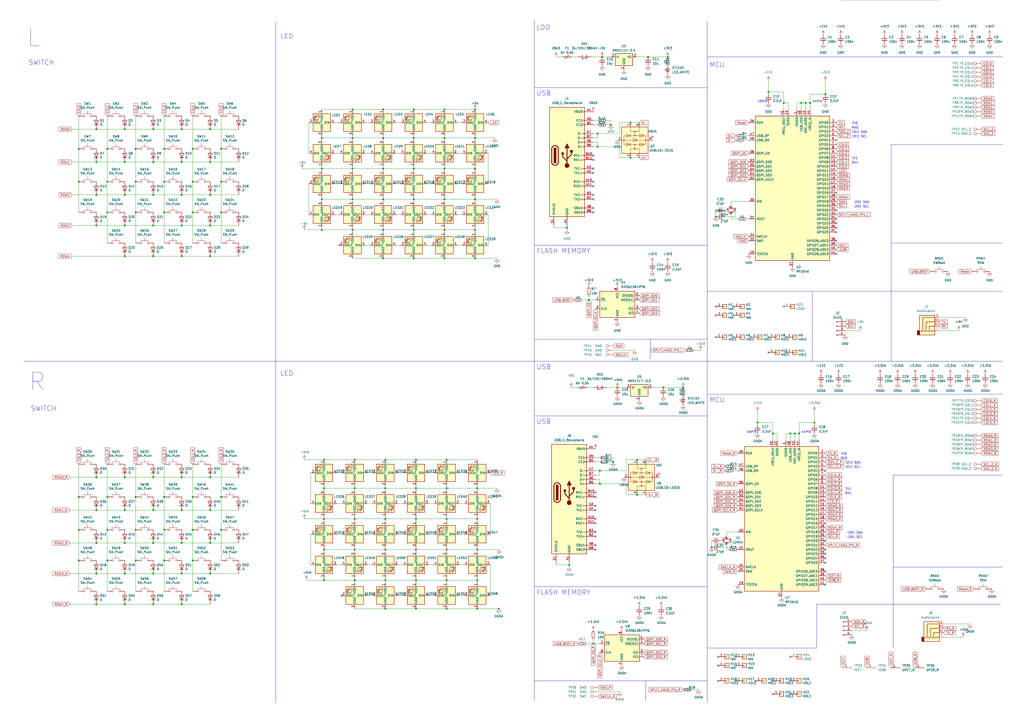
<source format=kicad_sch>
(kicad_sch (version 20250114) (generator "eeschema") (generator_version "9.0")
  (paper "A2")
  (title_block (title "Lily58 Pro v2") (date "2024-07-19"))
  (text "RX1" (at 494.03 95.25 0) (effects (font (size 1.27 1.27)) (justify left bottom)))
  (text "45PIN" (at 439.42 59.69 0) (effects (font (size 1.27 1.27)) (justify left bottom)))
  (text "USB" (at 311.15 214.63 0) (effects (font (size 2.75 2.75)) (justify left bottom)))
  (text "I2D1 SDA" (at 491.49 309.88 0) (effects (font (size 1.27 1.27)) (justify left bottom)))
  (text "LED" (at 162.56 22.86 0) (effects (font (size 2.75 2.75)) (justify left bottom)))
  (text "RX1" (at 490.22 287.02 0) (effects (font (size 1.27 1.27)) (justify left bottom)))
  (text "L" (at 15.24 27.94 0) (effects (font (size 10.0076 10.0076)) (justify left bottom)))
  (text "I2C1 SCL" (at 490.22 271.78 0) (effects (font (size 1.27 1.27)) (justify left bottom)))
  (text "SWITCH" (at 17.78 238.76 0) (effects (font (size 2.75 2.75)) (justify left bottom)))
  (text "MCU" (at 411.48 39.37 0) (effects (font (size 2.75 2.75)) (justify left bottom)))
  (text "FLASH MEMORY" (at 311.15 345.44 0) (effects (font (size 2.75 2.75)) (justify left bottom)))
  (text "R\n" (at 16.51 227.33 0) (effects (font (size 10.0076 10.0076)) (justify left bottom)))
  (text "RX0" (at 494.03 74.93 0) (effects (font (size 1.27 1.27)) (justify left bottom)))
  (text "TX1" (at 494.03 92.71 0) (effects (font (size 1.27 1.27)) (justify left bottom)))
  (text "TX0" (at 487.68 264.16 0) (effects (font (size 1.27 1.27)) (justify left bottom)))
  (text "FLASH MEMORY" (at 311.15 147.32 0) (effects (font (size 2.75 2.75)) (justify left bottom)))
  (text "44PIN" (at 471.17 59.69 0) (effects (font (size 1.27 1.27)) (justify left bottom)))
  (text "I2D1 SDA" (at 495.3 118.11 0) (effects (font (size 1.27 1.27)) (justify left bottom)))
  (text "RX0" (at 487.68 266.7 0) (effects (font (size 1.27 1.27)) (justify left bottom)))
  (text "TX1" (at 490.22 284.48 0) (effects (font (size 1.27 1.27)) (justify left bottom)))
  (text "I2C1 SDA" (at 494.03 77.47 0) (effects (font (size 1.27 1.27)) (justify left bottom)))
  (text "MCU" (at 411.48 233.68 0) (effects (font (size 2.75 2.75)) (justify left bottom)))
  (text "TX0" (at 494.03 72.39 0) (effects (font (size 1.27 1.27)) (justify left bottom)))
  (text "I2D1 SCL" (at 491.49 312.42 0) (effects (font (size 1.27 1.27)) (justify left bottom)))
  (text "I2D1 SCL" (at 495.3 120.65 0) (effects (font (size 1.27 1.27)) (justify left bottom)))
  (text "45PIN" (at 433.07 251.46 0) (effects (font (size 1.27 1.27)) (justify left bottom)))
  (text "LDO" (at 311.15 17.78 0) (effects (font (size 2.75 2.75)) (justify left bottom)))
  (text "USB" (at 311.15 246.38 0) (effects (font (size 2.75 2.75)) (justify left bottom)))
  (text "LED" (at 162.56 218.44 0) (effects (font (size 2.75 2.75)) (justify left bottom)))
  (text "USB" (at 311.15 55.88 0) (effects (font (size 2.75 2.75)) (justify left bottom)))
  (text "I2C1 SCL" (at 494.03 80.01 0) (effects (font (size 1.27 1.27)) (justify left bottom)))
  (text "I2C1 SDA" (at 490.22 269.24 0) (effects (font (size 1.27 1.27)) (justify left bottom)))
  (text "SWITCH" (at 16.51 38.1 0) (effects (font (size 2.75 2.75)) (justify left bottom)))
  (text "44PIN" (at 464.82 251.46 0) (effects (font (size 1.27 1.27)) (justify left bottom)))
  (junction (at 78.74 105.41))
  (junction (at 223.52 266.7))
  (junction (at 88.9 148.59))
  (junction (at 95.25 86.36))
  (junction (at 241.3 318.77))
  (junction (at 240.03 133.35))
  (junction (at 78.74 325.12))
  (junction (at 240.03 115.57))
  (junction (at 111.76 86.36))
  (junction (at 62.23 86.36))
  (junction (at 88.9 74.93))
  (junction (at 121.92 130.81))
  (junction (at 55.88 74.93))
  (junction (at 62.23 105.41))
  (junction (at 95.25 325.12))
  (junction (at 259.08 300.99))
  (junction (at 128.27 288.29))
  (junction (at 222.25 97.79))
  (junction (at 62.23 123.19))
  (junction (at 223.52 283.21))
  (junction (at 78.74 123.19))
  (junction (at 205.74 336.55))
  (junction (at 187.96 300.99))
  (junction (at 72.39 130.81))
  (junction (at 354.33 72.39))
  (junction (at 355.6 267.97))
  (junction (at 223.52 336.55))
  (junction (at 222.25 115.57))
  (junction (at 88.9 93.98))
  (junction (at 55.88 113.03))
  (junction (at 240.03 149.86))
  (junction (at 346.71 77.47))
  (junction (at 276.86 336.55))
  (junction (at 95.25 123.19))
  (junction (at 111.76 325.12))
  (junction (at 72.39 314.96))
  (junction (at 204.47 80.01))
  (junction (at 344.17 373.38))
  (junction (at 415.29 125.73))
  (junction (at 105.41 113.03))
  (junction (at 276.86 353.06))
  (junction (at 439.42 245.11))
  (junction (at 275.59 133.35))
  (junction (at 448.31 251.46))
  (junction (at 105.41 93.98))
  (junction (at 330.2 327.66))
  (junction (at 222.25 133.35))
  (junction (at 369.57 266.7))
  (junction (at 88.9 130.81))
  (junction (at 347.98 280.67))
  (junction (at 241.3 283.21))
  (junction (at 458.47 251.46))
  (junction (at 257.81 133.35))
  (junction (at 187.96 318.77))
  (junction (at 204.47 133.35))
  (junction (at 257.81 149.86))
  (junction (at 241.3 336.55))
  (junction (at 384.81 224.79))
  (junction (at 472.44 245.11))
  (junction (at 55.88 93.98))
  (junction (at 412.75 317.5))
  (junction (at 365.76 91.44))
  (junction (at 72.39 93.98))
  (junction (at 111.76 307.34))
  (junction (at 205.74 266.7))
  (junction (at 55.88 295.91))
  (junction (at 186.69 80.01))
  (junction (at 72.39 113.03))
  (junction (at 259.08 283.21))
  (junction (at 469.9 59.69))
  (junction (at 223.52 318.77))
  (junction (at 88.9 314.96))
  (junction (at 105.41 74.93))
  (junction (at 105.41 295.91))
  (junction (at 222.25 149.86))
  (junction (at 454.66 59.69))
  (junction (at 72.39 332.74))
  (junction (at 88.9 295.91))
  (junction (at 111.76 123.19))
  (junction (at 275.59 80.01))
  (junction (at 55.88 130.81))
  (junction (at 72.39 148.59))
  (junction (at 55.88 332.74))
  (junction (at 257.81 63.5))
  (junction (at 45.72 86.36))
  (junction (at 187.96 266.7))
  (junction (at 276.86 318.77))
  (junction (at 128.27 123.19))
  (junction (at 62.23 325.12))
  (junction (at 128.27 307.34))
  (junction (at 105.41 314.96))
  (junction (at 105.41 350.52))
  (junction (at 105.41 148.59))
  (junction (at 121.92 148.59))
  (junction (at 241.3 266.7))
  (junction (at 121.92 295.91))
  (junction (at 259.08 318.77))
  (junction (at 88.9 113.03))
  (junction (at 72.39 74.93))
  (junction (at 95.25 105.41))
  (junction (at 186.69 97.79))
  (junction (at 461.01 251.46))
  (junction (at 72.39 350.52))
  (junction (at 289.2882 353.06))
  (junction (at 276.86 283.21))
  (junction (at 478.79 54.61))
  (junction (at 275.59 115.57))
  (junction (at 186.69 133.35))
  (junction (at 445.77 53.34))
  (junction (at 105.41 276.86))
  (junction (at 88.9 276.86))
  (junction (at 121.92 93.98))
  (junction (at 62.23 307.34))
  (junction (at 341.63 173.99))
  (junction (at 275.59 97.79))
  (junction (at 88.9 350.52))
  (junction (at 45.72 307.34))
  (junction (at 257.81 97.79))
  (junction (at 387.35 33.02))
  (junction (at 204.47 63.5))
  (junction (at 275.59 63.5))
  (junction (at 369.57 287.02))
  (junction (at 128.27 86.36))
  (junction (at 105.41 332.74))
  (junction (at 396.24 224.79))
  (junction (at 204.47 97.79))
  (junction (at 128.27 105.41))
  (junction (at 78.74 288.29))
  (junction (at 275.59 149.86))
  (junction (at 223.52 300.99))
  (junction (at 463.55 251.46))
  (junction (at 205.74 300.99))
  (junction (at 276.86 300.99))
  (junction (at 72.39 276.86))
  (junction (at 205.74 283.21))
  (junction (at 186.69 115.57))
  (junction (at 346.71 85.09))
  (junction (at 55.88 314.96))
  (junction (at 121.92 74.93))
  (junction (at 375.92 33.02))
  (junction (at 111.76 288.29))
  (junction (at 62.23 288.29))
  (junction (at 111.76 105.41))
  (junction (at 88.9 332.74))
  (junction (at 259.08 266.7))
  (junction (at 347.98 273.05))
  (junction (at 55.88 276.86))
  (junction (at 223.52 353.06))
  (junction (at 222.25 63.5))
  (junction (at 45.72 288.29))
  (junction (at 259.08 353.06))
  (junction (at 365.76 71.12))
  (junction (at 72.39 295.91))
  (junction (at 464.82 59.69))
  (junction (at 95.25 288.29))
  (junction (at 222.25 80.01))
  (junction (at 467.36 59.69))
  (junction (at 121.92 332.74))
  (junction (at 187.96 336.55))
  (junction (at 121.92 314.96))
  (junction (at 241.3 353.06))
  (junction (at 121.92 113.03))
  (junction (at 55.88 350.52))
  (junction (at 78.74 86.36))
  (junction (at 121.92 276.86))
  (junction (at 45.72 105.41))
  (junction (at 241.3 300.99))
  (junction (at 259.08 336.55))
  (junction (at 257.81 115.57))
  (junction (at 328.93 132.08))
  (junction (at 95.25 307.34))
  (junction (at 205.74 318.77))
  (junction (at 45.72 325.12))
  (junction (at 78.74 307.34))
  (junction (at 105.41 130.81))
  (junction (at 240.03 97.79))
  (junction (at 240.03 80.01))
  (junction (at 257.81 80.01))
  (junction (at 187.96 283.21))
  (junction (at 349.25 33.02))
  (junction (at 204.47 115.57))
  (junction (at 358.14 224.79))
  (junction (at 240.03 63.5))
  (no_connect (at 485.14 81.28))
  (no_connect (at 345.44 303.53))
  (no_connect (at 485.14 147.32))
  (no_connect (at 415.29 177.8))
  (no_connect (at 345.44 311.15))
  (no_connect (at 485.14 132.08))
  (no_connect (at 344.17 120.65))
  (no_connect (at 345.44 288.29))
  (no_connect (at 345.44 285.75))
  (no_connect (at 344.17 92.71))
  (no_connect (at 344.17 90.17))
  (no_connect (at 345.44 293.37))
  (no_connect (at 344.17 107.95))
  (no_connect (at 345.44 308.61))
  (no_connect (at 485.14 127))
  (no_connect (at 478.79 326.39))
  (no_connect (at 415.29 182.88))
  (no_connect (at 478.79 323.85))
  (no_connect (at 485.14 139.7))
  (no_connect (at 344.17 115.57))
  (no_connect (at 485.14 129.54))
  (no_connect (at 345.44 295.91))
  (no_connect (at 416.56 394.97))
  (no_connect (at 415.29 195.58))
  (no_connect (at 345.44 300.99))
  (no_connect (at 458.47 394.97))
  (no_connect (at 478.79 303.53))
  (no_connect (at 345.44 316.23))
  (no_connect (at 478.79 273.05))
  (no_connect (at 416.56 386.08))
  (no_connect (at 478.79 321.31))
  (no_connect (at 485.14 111.76))
  (no_connect (at 344.17 123.19))
  (no_connect (at 345.44 318.77))
  (no_connect (at 454.66 177.8))
  (no_connect (at 438.15 394.97))
  (no_connect (at 448.31 402.59))
  (no_connect (at 426.72 386.08))
  (no_connect (at 478.79 331.47))
  (no_connect (at 478.79 313.69))
  (no_connect (at 344.17 100.33))
  (no_connect (at 458.47 402.59))
  (no_connect (at 426.72 381))
  (no_connect (at 458.47 381))
  (no_connect (at 455.93 195.58))
  (no_connect (at 485.14 121.92))
  (no_connect (at 426.72 394.97))
  (no_connect (at 485.14 134.62))
  (no_connect (at 445.77 195.58))
  (no_connect (at 455.93 204.47))
  (no_connect (at 425.45 195.58))
  (no_connect (at 435.61 195.58))
  (no_connect (at 196.85 142.24))
  (no_connect (at 416.56 381))
  (no_connect (at 478.79 339.09))
  (no_connect (at 445.77 204.47))
  (no_connect (at 198.12 345.44))
  (no_connect (at 425.45 177.8))
  (no_connect (at 344.17 97.79))
  (no_connect (at 425.45 182.88))
  (no_connect (at 344.17 113.03))
  (no_connect (at 344.17 105.41))
  (no_connect (at 448.31 394.97))
  (no_connect (at 478.79 318.77))
  (wire (pts (xy 276.86 283.21) (xy 288.29 283.21)))
  (wire (pts (xy 138.43 332.74) (xy 121.92 332.74)))
  (wire (pts (xy 111.76 288.29) (xy 111.76 269.24)))
  (wire (pts (xy 138.43 295.91) (xy 121.92 295.91)))
  (wire (pts (xy 259.08 318.77) (xy 276.86 318.77)))
  (wire (pts (xy 231.14 345.44) (xy 233.68 345.44)))
  (wire (pts (xy 547.37 369.57) (xy 558.8 369.57)))
  (wire (pts (xy 248.92 327.66) (xy 251.46 327.66)))
  (wire (pts (xy 248.92 345.44) (xy 251.46 345.44)))
  (wire (pts (xy 95.25 67.31) (xy 95.25 86.36)))
  (wire (pts (xy 347.98 280.67) (xy 363.22 280.67)))
  (wire (pts (xy 62.23 105.41) (xy 62.23 123.19)))
  (wire (pts (xy 212.09 71.12) (xy 214.63 71.12)))
  (wire (pts (xy 138.43 74.93) (xy 121.92 74.93)))
  (wire (pts (xy 490.22 191.77) (xy 499.11 191.77)))
  (wire (pts (xy 351.79 69.85) (xy 354.33 69.85)))
  (wire (pts (xy 195.58 309.88) (xy 198.12 309.88)))
  (polyline (pts (xy 309.88 196.85) (xy 377.19 196.85)))
  (wire (pts (xy 427.99 273.05) (xy 425.45 273.05)))
  (wire (pts (xy 105.41 113.03) (xy 121.92 113.03)))
  (wire (pts (xy 195.58 274.32) (xy 198.12 274.32)))
  (wire (pts (xy 544.83 184.15) (xy 560.07 184.15)))
  (wire (pts (xy 231.14 274.32) (xy 233.68 274.32)))
  (wire (pts (xy 424.18 116.84) (xy 424.18 119.38)))
  (wire (pts (xy 346.71 80.01) (xy 344.17 80.01)))
  (wire (pts (xy 62.23 342.9) (xy 62.23 325.12)))
  (wire (pts (xy 248.92 309.88) (xy 251.46 309.88)))
  (wire (pts (xy 359.41 77.47) (xy 359.41 71.12)))
  (wire (pts (xy 88.9 350.52) (xy 105.41 350.52)))
  (wire (pts (xy 179.07 71.12) (xy 179.07 88.9)))
  (wire (pts (xy 433.07 127) (xy 434.34 127)))
  (wire (pts (xy 330.2 326.39) (xy 330.2 327.66)))
  (wire (pts (xy 55.88 74.93) (xy 72.39 74.93)))
  (wire (pts (xy 266.7 274.32) (xy 269.24 274.32)))
  (wire (pts (xy 259.08 336.55) (xy 276.86 336.55)))
  (wire (pts (xy 41.91 113.03) (xy 55.88 113.03)))
  (wire (pts (xy 72.39 148.59) (xy 88.9 148.59)))
  (wire (pts (xy 241.3 317.5) (xy 241.3 318.77)))
  (wire (pts (xy 62.23 325.12) (xy 62.23 307.34)))
  (wire (pts (xy 222.25 115.57) (xy 240.03 115.57)))
  (wire (pts (xy 45.72 123.19) (xy 45.72 105.41)))
  (wire (pts (xy 223.52 300.99) (xy 223.52 302.26)))
  (wire (pts (xy 240.03 78.74) (xy 240.03 80.01)))
  (wire (pts (xy 204.47 133.35) (xy 186.69 133.35)))
  (wire (pts (xy 347.98 280.67) (xy 345.44 280.67)))
  (wire (pts (xy 346.71 85.09) (xy 359.41 85.09)))
  (wire (pts (xy 128.27 123.19) (xy 128.27 140.97)))
  (wire (pts (xy 462.28 59.69) (xy 464.82 59.69)))
  (wire (pts (xy 111.76 86.36) (xy 111.76 105.41)))
  (wire (pts (xy 363.22 280.67) (xy 363.22 287.02)))
  (wire (pts (xy 204.47 132.08) (xy 204.47 133.35)))
  (wire (pts (xy 289.2882 353.06) (xy 289.56 353.06)))
  (wire (pts (xy 195.58 327.66) (xy 198.12 327.66)))
  (wire (pts (xy 266.7 327.66) (xy 269.24 327.66)))
  (wire (pts (xy 223.52 299.72) (xy 223.52 300.99)))
  (wire (pts (xy 41.91 74.93) (xy 55.88 74.93)))
  (wire (pts (xy 194.31 124.46) (xy 196.85 124.46)))
  (wire (pts (xy 363.22 266.7) (xy 369.57 266.7)))
  (wire (pts (xy 45.72 105.41) (xy 45.72 86.36)))
  (wire (pts (xy 275.59 132.08) (xy 275.59 133.35)))
  (wire (pts (xy 344.17 370.84) (xy 344.17 373.38)))
  (wire (pts (xy 369.57 266.7) (xy 374.65 266.7)))
  (wire (pts (xy 186.69 78.74) (xy 186.69 80.01)))
  (wire (pts (xy 72.39 276.86) (xy 88.9 276.86)))
  (wire (pts (xy 241.3 318.77) (xy 241.3 320.04)))
  (wire (pts (xy 186.69 63.5) (xy 204.47 63.5)))
  (wire (pts (xy 259.08 283.21) (xy 259.08 284.48)))
  (wire (pts (xy 55.88 276.86) (xy 72.39 276.86)))
  (wire (pts (xy 111.76 67.31) (xy 111.76 86.36)))
  (wire (pts (xy 445.77 53.34) (xy 445.77 54.61)))
  (wire (pts (xy 365.76 71.12) (xy 370.84 71.12)))
  (wire (pts (xy 205.74 318.77) (xy 205.74 320.04)))
  (wire (pts (xy 346.71 77.47) (xy 359.41 77.47)))
  (wire (pts (xy 450.85 251.46) (xy 450.85 255.27)))
  (wire (pts (xy 78.74 86.36) (xy 78.74 105.41)))
  (wire (pts (xy 345.44 273.05) (xy 347.98 273.05)))
  (wire (pts (xy 223.52 318.77) (xy 241.3 318.77)))
  (wire (pts (xy 222.25 133.35) (xy 240.03 133.35)))
  (wire (pts (xy 472.44 245.11) (xy 472.44 246.38)))
  (wire (pts (xy 463.55 245.11) (xy 463.55 251.46)))
  (wire (pts (xy 351.79 72.39) (xy 354.33 72.39)))
  (wire (pts (xy 186.69 80.01) (xy 186.69 81.28)))
  (wire (pts (xy 284.48 327.66) (xy 284.48 345.44)))
  (wire (pts (xy 95.25 325.12) (xy 95.25 307.34)))
  (wire (pts (xy 128.27 67.31) (xy 128.27 86.36)))
  (wire (pts (xy 445.77 46.99) (xy 445.77 53.34)))
  (wire (pts (xy 223.52 318.77) (xy 223.52 320.04)))
  (wire (pts (xy 283.21 88.9) (xy 283.21 106.68)))
  (wire (pts (xy 187.96 317.5) (xy 187.96 318.77)))
  (wire (pts (xy 347.98 273.05) (xy 347.98 275.59)))
  (wire (pts (xy 180.34 274.32) (xy 180.34 292.1)))
  (wire (pts (xy 223.52 317.5) (xy 223.52 318.77)))
  (wire (pts (xy 322.58 326.39) (xy 322.58 327.66)))
  (wire (pts (xy 229.87 124.46) (xy 232.41 124.46)))
  (polyline (pts (xy 374.65 394.97) (xy 374.65 406.4)))
  (wire (pts (xy 212.09 106.68) (xy 214.63 106.68)))
  (wire (pts (xy 259.08 318.77) (xy 259.08 320.04)))
  (wire (pts (xy 45.72 288.29) (xy 45.72 269.24)))
  (wire (pts (xy 464.82 59.69) (xy 464.82 63.5)))
  (wire (pts (xy 458.47 251.46) (xy 461.01 251.46)))
  (wire (pts (xy 186.69 114.3) (xy 186.69 115.57)))
  (wire (pts (xy 257.81 132.08) (xy 257.81 133.35)))
  (wire (pts (xy 421.64 318.77) (xy 422.91 318.77)))
  (wire (pts (xy 176.53 133.35) (xy 186.69 133.35)))
  (wire (pts (xy 455.93 251.46) (xy 458.47 251.46)))
  (wire (pts (xy 95.25 105.41) (xy 95.25 123.19)))
  (wire (pts (xy 88.9 113.03) (xy 105.41 113.03)))
  (wire (pts (xy 275.59 80.01) (xy 287.02 80.01)))
  (wire (pts (xy 342.9 33.02) (xy 349.25 33.02)))
  (wire (pts (xy 457.2 59.69) (xy 454.66 59.69)))
  (wire (pts (xy 88.9 148.59) (xy 105.41 148.59)))
  (wire (pts (xy 223.52 283.21) (xy 223.52 284.48)))
  (wire (pts (xy 353.06 265.43) (xy 355.6 265.43)))
  (wire (pts (xy 257.81 149.86) (xy 275.59 149.86)))
  (wire (pts (xy 111.76 307.34) (xy 111.76 325.12)))
  (wire (pts (xy 259.08 300.99) (xy 276.86 300.99)))
  (wire (pts (xy 463.55 251.46) (xy 463.55 255.27)))
  (wire (pts (xy 111.76 123.19) (xy 111.76 105.41)))
  (wire (pts (xy 369.57 287.02) (xy 374.65 287.02)))
  (wire (pts (xy 337.82 173.99) (xy 341.63 173.99)))
  (polyline (pts (xy 518.16 328.93) (xy 518.16 375.92)))
  (wire (pts (xy 240.03 97.79) (xy 240.03 99.06)))
  (wire (pts (xy 406.4 203.2) (xy 402.59 203.2)))
  (wire (pts (xy 347.98 278.13) (xy 347.98 280.67)))
  (wire (pts (xy 431.8 78.74) (xy 434.34 78.74)))
  (wire (pts (xy 275.59 96.52) (xy 275.59 97.79)))
  (wire (pts (xy 62.23 288.29) (xy 62.23 307.34)))
  (wire (pts (xy 222.25 115.57) (xy 222.25 116.84)))
  (wire (pts (xy 128.27 325.12) (xy 128.27 307.34)))
  (wire (pts (xy 331.47 224.79) (xy 335.28 224.79)))
  (wire (pts (xy 186.69 115.57) (xy 204.47 115.57)))
  (wire (pts (xy 204.47 78.74) (xy 204.47 80.01)))
  (wire (pts (xy 275.59 80.01) (xy 275.59 81.28)))
  (polyline (pts (xy 410.21 33.02) (xy 581.66 33.02)))
  (wire (pts (xy 322.58 33.02) (xy 326.39 33.02)))
  (wire (pts (xy 231.14 327.66) (xy 233.68 327.66)))
  (wire (pts (xy 283.21 124.46) (xy 283.21 142.24)))
  (wire (pts (xy 223.52 300.99) (xy 241.3 300.99)))
  (wire (pts (xy 457.2 59.69) (xy 457.2 63.5)))
  (wire (pts (xy 240.03 63.5) (xy 257.81 63.5)))
  (wire (pts (xy 347.98 273.05) (xy 363.22 273.05)))
  (wire (pts (xy 177.8 336.55) (xy 187.96 336.55)))
  (wire (pts (xy 204.47 97.79) (xy 222.25 97.79)))
  (wire (pts (xy 55.88 113.03) (xy 72.39 113.03)))
  (wire (pts (xy 72.39 295.91) (xy 55.88 295.91)))
  (wire (pts (xy 204.47 97.79) (xy 204.47 99.06)))
  (wire (pts (xy 240.03 96.52) (xy 240.03 97.79)))
  (wire (pts (xy 223.52 353.06) (xy 241.3 353.06)))
  (wire (pts (xy 222.25 80.01) (xy 222.25 81.28)))
  (wire (pts (xy 259.08 300.99) (xy 259.08 302.26)))
  (wire (pts (xy 363.22 273.05) (xy 363.22 266.7)))
  (wire (pts (xy 351.79 224.79) (xy 358.14 224.79)))
  (wire (pts (xy 105.41 350.52) (xy 121.92 350.52)))
  (wire (pts (xy 434.34 81.28) (xy 431.8 81.28)))
  (wire (pts (xy 241.3 335.28) (xy 241.3 336.55)))
  (wire (pts (xy 204.47 115.57) (xy 222.25 115.57)))
  (wire (pts (xy 205.74 266.7) (xy 223.52 266.7)))
  (wire (pts (xy 257.81 80.01) (xy 257.81 81.28)))
  (wire (pts (xy 257.81 63.5) (xy 275.59 63.5)))
  (wire (pts (xy 266.7 292.1) (xy 269.24 292.1)))
  (wire (pts (xy 204.47 115.57) (xy 204.47 116.84)))
  (wire (pts (xy 365.76 91.44) (xy 370.84 91.44)))
  (wire (pts (xy 195.58 292.1) (xy 198.12 292.1)))
  (wire (pts (xy 176.53 266.7) (xy 187.96 266.7)))
  (wire (pts (xy 266.7 309.88) (xy 269.24 309.88)))
  (wire (pts (xy 257.81 97.79) (xy 257.81 99.06)))
  (wire (pts (xy 204.47 114.3) (xy 204.47 115.57)))
  (polyline (pts (xy 516.89 168.91) (xy 516.89 140.97)))
  (polyline (pts (xy 160.02 12.7) (xy 160.02 407.67)))
  (wire (pts (xy 229.87 71.12) (xy 232.41 71.12)))
  (polyline (pts (xy 410.21 375.92) (xy 473.71 375.92)))
  (wire (pts (xy 213.36 292.1) (xy 215.9 292.1)))
  (wire (pts (xy 231.14 309.88) (xy 233.68 309.88)))
  (wire (pts (xy 186.69 97.79) (xy 204.47 97.79)))
  (wire (pts (xy 344.17 82.55) (xy 346.71 82.55)))
  (wire (pts (xy 478.79 54.61) (xy 469.9 54.61)))
  (wire (pts (xy 259.08 283.21) (xy 276.86 283.21)))
  (wire (pts (xy 345.44 265.43) (xy 347.98 265.43)))
  (wire (pts (xy 121.92 93.98) (xy 105.41 93.98)))
  (wire (pts (xy 276.86 318.77) (xy 276.86 320.04)))
  (wire (pts (xy 205.74 336.55) (xy 187.96 336.55)))
  (wire (pts (xy 421.64 316.23) (xy 421.64 318.77)))
  (polyline (pts (xy 581.66 209.55) (xy 13.97 209.55)))
  (wire (pts (xy 275.59 97.79) (xy 275.59 99.06)))
  (wire (pts (xy 204.47 63.5) (xy 222.25 63.5)))
  (wire (pts (xy 424.18 313.69) (xy 424.18 317.5)))
  (wire (pts (xy 240.03 115.57) (xy 240.03 116.84)))
  (polyline (pts (xy 544.83 0) (xy 487.68 0)))
  (wire (pts (xy 345.44 278.13) (xy 347.98 278.13)))
  (wire (pts (xy 186.69 80.01) (xy 204.47 80.01)))
  (wire (pts (xy 240.03 133.35) (xy 240.03 134.62)))
  (wire (pts (xy 121.92 130.81) (xy 105.41 130.81)))
  (wire (pts (xy 321.31 132.08) (xy 328.93 132.08)))
  (wire (pts (xy 284.48 292.1) (xy 284.48 309.88)))
  (wire (pts (xy 426.72 125.73) (xy 420.37 125.73)))
  (wire (pts (xy 55.88 93.98) (xy 41.91 93.98)))
  (wire (pts (xy 417.83 313.69) (xy 419.1 313.69)))
  (wire (pts (xy 105.41 276.86) (xy 121.92 276.86)))
  (wire (pts (xy 105.41 295.91) (xy 88.9 295.91)))
  (wire (pts (xy 105.41 74.93) (xy 88.9 74.93)))
  (wire (pts (xy 55.88 295.91) (xy 40.64 295.91)))
  (wire (pts (xy 265.43 124.46) (xy 267.97 124.46)))
  (wire (pts (xy 111.76 307.34) (xy 111.76 288.29)))
  (wire (pts (xy 223.52 283.21) (xy 241.3 283.21)))
  (polyline (pts (xy 473.71 375.92) (xy 473.71 350.52)))
  (wire (pts (xy 105.41 130.81) (xy 88.9 130.81)))
  (wire (pts (xy 448.31 251.46) (xy 448.31 255.27)))
  (wire (pts (xy 128.27 105.41) (xy 128.27 123.19)))
  (wire (pts (xy 187.96 300.99) (xy 205.74 300.99)))
  (wire (pts (xy 359.41 91.44) (xy 365.76 91.44)))
  (wire (pts (xy 222.25 97.79) (xy 240.03 97.79)))
  (wire (pts (xy 247.65 142.24) (xy 250.19 142.24)))
  (wire (pts (xy 346.71 401.32) (xy 359.41 401.32)))
  (wire (pts (xy 340.36 373.38) (xy 344.17 373.38)))
  (wire (pts (xy 72.39 350.52) (xy 88.9 350.52)))
  (polyline (pts (xy 518.16 275.59) (xy 581.66 275.59)))
  (wire (pts (xy 322.58 327.66) (xy 330.2 327.66)))
  (wire (pts (xy 421.64 308.61) (xy 427.99 308.61)))
  (wire (pts (xy 424.18 127) (xy 427.99 127)))
  (wire (pts (xy 415.29 121.92) (xy 415.29 125.73)))
  (wire (pts (xy 241.3 336.55) (xy 241.3 337.82)))
  (wire (pts (xy 128.27 269.24) (xy 128.27 288.29)))
  (wire (pts (xy 445.77 53.34) (xy 454.66 53.34)))
  (wire (pts (xy 55.88 332.74) (xy 40.64 332.74)))
  (polyline (pts (xy 377.19 196.85) (xy 410.21 196.85)))
  (wire (pts (xy 421.64 308.61) (xy 421.64 311.15)))
  (wire (pts (xy 420.37 121.92) (xy 421.64 121.92)))
  (wire (pts (xy 222.25 133.35) (xy 222.25 134.62)))
  (wire (pts (xy 276.86 353.06) (xy 289.2882 353.06)))
  (wire (pts (xy 40.64 350.52) (xy 55.88 350.52)))
  (wire (pts (xy 240.03 80.01) (xy 257.81 80.01)))
  (wire (pts (xy 259.08 353.06) (xy 276.86 353.06)))
  (wire (pts (xy 213.36 274.32) (xy 215.9 274.32)))
  (polyline (pts (xy 309.88 11.43) (xy 309.88 406.4)))
  (wire (pts (xy 328.93 130.81) (xy 328.93 132.08)))
  (wire (pts (xy 229.87 88.9) (xy 232.41 88.9)))
  (wire (pts (xy 494.03 365.76) (xy 502.92 365.76)))
  (wire (pts (xy 384.81 224.79) (xy 396.24 224.79)))
  (wire (pts (xy 259.08 335.28) (xy 259.08 336.55)))
  (wire (pts (xy 222.25 96.52) (xy 222.25 97.79)))
  (wire (pts (xy 204.47 133.35) (xy 204.47 134.62)))
  (wire (pts (xy 347.98 275.59) (xy 345.44 275.59)))
  (wire (pts (xy 72.39 93.98) (xy 88.9 93.98)))
  (wire (pts (xy 187.96 336.55) (xy 187.96 335.28)))
  (wire (pts (xy 412.75 313.69) (xy 412.75 317.5)))
  (wire (pts (xy 205.74 299.72) (xy 205.74 300.99)))
  (wire (pts (xy 363.22 287.02) (xy 369.57 287.02)))
  (wire (pts (xy 88.9 295.91) (xy 72.39 295.91)))
  (wire (pts (xy 241.3 283.21) (xy 259.08 283.21)))
  (wire (pts (xy 78.74 325.12) (xy 78.74 307.34)))
  (wire (pts (xy 257.81 133.35) (xy 257.81 134.62)))
  (wire (pts (xy 247.65 106.68) (xy 250.19 106.68)))
  (wire (pts (xy 78.74 288.29) (xy 78.74 269.24)))
  (wire (pts (xy 354.33 69.85) (xy 354.33 72.39)))
  (wire (pts (xy 187.96 318.77) (xy 205.74 318.77)))
  (wire (pts (xy 45.72 307.34) (xy 45.72 288.29)))
  (wire (pts (xy 454.66 59.69) (xy 454.66 63.5)))
  (wire (pts (xy 259.08 317.5) (xy 259.08 318.77)))
  (wire (pts (xy 544.83 191.77) (xy 556.26 191.77)))
  (wire (pts (xy 341.63 173.99) (xy 345.44 173.99)))
  (polyline (pts (xy 309.88 142.24) (xy 410.21 142.24)))
  (wire (pts (xy 265.43 106.68) (xy 267.97 106.68)))
  (wire (pts (xy 105.41 332.74) (xy 88.9 332.74)))
  (wire (pts (xy 128.27 288.29) (xy 128.27 307.34)))
  (wire (pts (xy 205.74 335.28) (xy 205.74 336.55)))
  (wire (pts (xy 105.41 314.96) (xy 121.92 314.96)))
  (wire (pts (xy 266.7 345.44) (xy 269.24 345.44)))
  (wire (pts (xy 276.86 318.77) (xy 289.56 318.77)))
  (wire (pts (xy 205.74 317.5) (xy 205.74 318.77)))
  (wire (pts (xy 247.65 124.46) (xy 250.19 124.46)))
  (wire (pts (xy 425.45 270.51) (xy 427.99 270.51)))
  (polyline (pts (xy 410.21 168.91) (xy 471.17 168.91)))
  (wire (pts (xy 186.69 97.79) (xy 186.69 99.06)))
  (polyline (pts (xy 410.21 12.7) (xy 410.21 407.67)))
  (wire (pts (xy 345.44 267.97) (xy 347.98 267.97)))
  (wire (pts (xy 275.59 114.3) (xy 275.59 115.57)))
  (polyline (pts (xy 309.88 50.8) (xy 410.21 50.8)))
  (wire (pts (xy 41.91 148.59) (xy 72.39 148.59)))
  (wire (pts (xy 186.69 115.57) (xy 186.69 116.84)))
  (wire (pts (xy 105.41 148.59) (xy 121.92 148.59)))
  (wire (pts (xy 205.74 336.55) (xy 205.74 337.82)))
  (wire (pts (xy 454.66 53.34) (xy 454.66 59.69)))
  (wire (pts (xy 180.34 309.88) (xy 180.34 327.66)))
  (wire (pts (xy 121.92 332.74) (xy 105.41 332.74)))
  (wire (pts (xy 241.3 300.99) (xy 241.3 302.26)))
  (polyline (pts (xy 516.89 83.82) (xy 581.66 83.82)))
  (wire (pts (xy 205.74 353.06) (xy 223.52 353.06)))
  (wire (pts (xy 257.81 80.01) (xy 275.59 80.01)))
  (wire (pts (xy 257.81 133.35) (xy 275.59 133.35)))
  (wire (pts (xy 461.01 251.46) (xy 461.01 255.27)))
  (wire (pts (xy 257.81 97.79) (xy 275.59 97.79)))
  (wire (pts (xy 78.74 86.36) (xy 78.74 67.31)))
  (wire (pts (xy 222.25 63.5) (xy 240.03 63.5)))
  (wire (pts (xy 222.25 114.3) (xy 222.25 115.57)))
  (wire (pts (xy 205.74 283.21) (xy 223.52 283.21)))
  (polyline (pts (xy 518.16 328.93) (xy 518.16 275.59)))
  (wire (pts (xy 328.93 132.08) (xy 328.93 133.35)))
  (wire (pts (xy 222.25 97.79) (xy 222.25 99.06)))
  (wire (pts (xy 275.59 115.57) (xy 288.29 115.57)))
  (wire (pts (xy 265.43 142.24) (xy 267.97 142.24)))
  (wire (pts (xy 359.41 71.12) (xy 365.76 71.12)))
  (wire (pts (xy 344.17 72.39) (xy 346.71 72.39)))
  (polyline (pts (xy 581.66 168.91) (xy 471.17 168.91)))
  (wire (pts (xy 458.47 251.46) (xy 458.47 255.27)))
  (wire (pts (xy 241.3 266.7) (xy 259.08 266.7)))
  (wire (pts (xy 469.9 54.61) (xy 469.9 59.69)))
  (wire (pts (xy 78.74 342.9) (xy 78.74 325.12)))
  (wire (pts (xy 187.96 266.7) (xy 205.74 266.7)))
  (wire (pts (xy 222.25 80.01) (xy 240.03 80.01)))
  (wire (pts (xy 240.03 132.08) (xy 240.03 133.35)))
  (wire (pts (xy 222.25 78.74) (xy 222.25 80.01)))
  (wire (pts (xy 95.25 288.29) (xy 95.25 307.34)))
  (wire (pts (xy 187.96 283.21) (xy 205.74 283.21)))
  (wire (pts (xy 204.47 149.86) (xy 222.25 149.86)))
  (wire (pts (xy 259.08 336.55) (xy 259.08 337.82)))
  (wire (pts (xy 259.08 266.7) (xy 276.86 266.7)))
  (wire (pts (xy 346.71 82.55) (xy 346.71 85.09)))
  (polyline (pts (xy 377.19 208.28) (xy 377.19 196.85)))
  (wire (pts (xy 179.07 106.68) (xy 179.07 124.46)))
  (wire (pts (xy 257.81 96.52) (xy 257.81 97.79)))
  (wire (pts (xy 229.87 142.24) (xy 232.41 142.24)))
  (wire (pts (xy 121.92 295.91) (xy 105.41 295.91)))
  (wire (pts (xy 212.09 88.9) (xy 214.63 88.9)))
  (polyline (pts (xy 309.88 241.3) (xy 410.21 241.3)))
  (wire (pts (xy 186.69 96.52) (xy 186.69 97.79)))
  (wire (pts (xy 276.86 300.99) (xy 276.86 302.26)))
  (wire (pts (xy 240.03 115.57) (xy 257.81 115.57)))
  (wire (pts (xy 424.18 317.5) (xy 417.83 317.5)))
  (wire (pts (xy 223.52 336.55) (xy 241.3 336.55)))
  (wire (pts (xy 55.88 314.96) (xy 72.39 314.96)))
  (wire (pts (xy 223.52 335.28) (xy 223.52 336.55)))
  (wire (pts (xy 344.17 69.85) (xy 346.71 69.85)))
  (wire (pts (xy 72.39 314.96) (xy 88.9 314.96)))
  (wire (pts (xy 321.31 130.81) (xy 321.31 132.08)))
  (wire (pts (xy 204.47 133.35) (xy 222.25 133.35)))
  (polyline (pts (xy 581.66 328.93) (xy 518.16 328.93)))
  (polyline (pts (xy 309.88 340.36) (xy 410.21 340.36)))
  (wire (pts (xy 275.59 115.57) (xy 275.59 116.84)))
  (wire (pts (xy 121.92 276.86) (xy 138.43 276.86)))
  (wire (pts (xy 448.31 245.11) (xy 448.31 251.46)))
  (wire (pts (xy 62.23 86.36) (xy 62.23 105.41)))
  (wire (pts (xy 341.63 171.45) (xy 341.63 173.99)))
  (wire (pts (xy 241.3 318.77) (xy 259.08 318.77)))
  (wire (pts (xy 62.23 269.24) (xy 62.23 288.29)))
  (polyline (pts (xy 374.65 394.97) (xy 410.21 394.97)))
  (wire (pts (xy 478.79 46.99) (xy 478.79 54.61)))
  (wire (pts (xy 88.9 130.81) (xy 72.39 130.81)))
  (wire (pts (xy 205.74 318.77) (xy 223.52 318.77)))
  (wire (pts (xy 276.86 336.55) (xy 276.86 337.82)))
  (wire (pts (xy 138.43 130.81) (xy 121.92 130.81)))
  (wire (pts (xy 257.81 115.57) (xy 257.81 116.84)))
  (wire (pts (xy 213.36 345.44) (xy 215.9 345.44)))
  (wire (pts (xy 455.93 251.46) (xy 455.93 255.27)))
  (wire (pts (xy 204.47 81.28) (xy 204.47 80.01)))
  (wire (pts (xy 259.08 299.72) (xy 259.08 300.99)))
  (wire (pts (xy 241.3 283.21) (xy 241.3 284.48)))
  (wire (pts (xy 358.14 224.79) (xy 363.22 224.79)))
  (wire (pts (xy 62.23 140.97) (xy 62.23 123.19)))
  (wire (pts (xy 111.76 342.9) (xy 111.76 325.12)))
  (wire (pts (xy 426.72 121.92) (xy 426.72 125.73)))
  (wire (pts (xy 187.96 300.99) (xy 187.96 302.26)))
  (polyline (pts (xy 309.88 394.97) (xy 374.65 394.97)))
  (wire (pts (xy 276.86 283.21) (xy 276.86 284.48)))
  (wire (pts (xy 424.18 124.46) (xy 424.18 127)))
  (wire (pts (xy 276.86 317.5) (xy 276.86 318.77)))
  (wire (pts (xy 275.59 149.86) (xy 288.29 149.86)))
  (wire (pts (xy 95.25 140.97) (xy 95.25 123.19)))
  (wire (pts (xy 257.81 114.3) (xy 257.81 115.57)))
  (wire (pts (xy 176.53 300.99) (xy 187.96 300.99)))
  (wire (pts (xy 330.2 327.66) (xy 330.2 328.93)))
  (wire (pts (xy 55.88 350.52) (xy 72.39 350.52)))
  (wire (pts (xy 95.25 269.24) (xy 95.25 288.29)))
  (wire (pts (xy 240.03 114.3) (xy 240.03 115.57)))
  (wire (pts (xy 186.69 133.35) (xy 186.69 132.08)))
  (wire (pts (xy 344.17 373.38) (xy 347.98 373.38)))
  (wire (pts (xy 212.09 124.46) (xy 214.63 124.46)))
  (wire (pts (xy 472.44 238.76) (xy 472.44 245.11)))
  (wire (pts (xy 138.43 93.98) (xy 121.92 93.98)))
  (wire (pts (xy 241.3 281.94) (xy 241.3 283.21)))
  (wire (pts (xy 240.03 133.35) (xy 257.81 133.35)))
  (wire (pts (xy 72.39 332.74) (xy 55.88 332.74)))
  (wire (pts (xy 439.42 245.11) (xy 439.42 246.38)))
  (wire (pts (xy 205.74 300.99) (xy 205.74 302.26)))
  (wire (pts (xy 194.31 71.12) (xy 196.85 71.12)))
  (wire (pts (xy 223.52 266.7) (xy 241.3 266.7)))
  (wire (pts (xy 241.3 336.55) (xy 259.08 336.55)))
  (wire (pts (xy 248.92 292.1) (xy 251.46 292.1)))
  (polyline (pts (xy 516.89 168.91) (xy 516.89 209.55)))
  (wire (pts (xy 223.52 336.55) (xy 223.52 337.82)))
  (wire (pts (xy 247.65 88.9) (xy 250.19 88.9)))
  (wire (pts (xy 257.81 78.74) (xy 257.81 80.01)))
  (polyline (pts (xy 473.71 350.52) (xy 580.39 350.52)))
  (polyline (pts (xy 410.21 228.6) (xy 581.66 228.6)))
  (wire (pts (xy 78.74 140.97) (xy 78.74 123.19)))
  (polyline (pts (xy 516.89 140.97) (xy 581.66 140.97)))
  (wire (pts (xy 424.18 116.84) (xy 434.34 116.84)))
  (wire (pts (xy 72.39 130.81) (xy 55.88 130.81)))
  (wire (pts (xy 346.71 85.09) (xy 344.17 85.09)))
  (wire (pts (xy 241.3 300.99) (xy 259.08 300.99)))
  (wire (pts (xy 405.13 400.05) (xy 401.32 400.05)))
  (wire (pts (xy 439.42 238.76) (xy 439.42 245.11)))
  (wire (pts (xy 257.81 115.57) (xy 275.59 115.57)))
  (wire (pts (xy 265.43 71.12) (xy 267.97 71.12)))
  (wire (pts (xy 105.41 314.96) (xy 88.9 314.96)))
  (wire (pts (xy 241.3 299.72) (xy 241.3 300.99)))
  (wire (pts (xy 240.03 149.86) (xy 257.81 149.86)))
  (polyline (pts (xy 471.17 168.91) (xy 471.17 209.55)))
  (wire (pts (xy 204.47 96.52) (xy 204.47 97.79)))
  (wire (pts (xy 121.92 148.59) (xy 138.43 148.59)))
  (wire (pts (xy 187.96 299.72) (xy 187.96 300.99)))
  (wire (pts (xy 95.25 86.36) (xy 95.25 105.41)))
  (wire (pts (xy 378.46 224.79) (xy 384.81 224.79)))
  (wire (pts (xy 276.86 299.72) (xy 276.86 300.99)))
  (wire (pts (xy 275.59 133.35) (xy 275.59 134.62)))
  (wire (pts (xy 355.6 265.43) (xy 355.6 267.97)))
  (wire (pts (xy 467.36 59.69) (xy 467.36 63.5)))
  (wire (pts (xy 240.03 97.79) (xy 257.81 97.79)))
  (wire (pts (xy 205.74 336.55) (xy 223.52 336.55)))
  (wire (pts (xy 275.59 80.01) (xy 275.59 78.74)))
  (wire (pts (xy 247.65 71.12) (xy 250.19 71.12)))
  (wire (pts (xy 72.39 93.98) (xy 55.88 93.98)))
  (wire (pts (xy 187.96 281.94) (xy 187.96 283.21)))
  (wire (pts (xy 547.37 361.95) (xy 562.61 361.95)))
  (wire (pts (xy 78.74 288.29) (xy 78.74 307.34)))
  (wire (pts (xy 259.08 281.94) (xy 259.08 283.21)))
  (wire (pts (xy 276.86 335.28) (xy 276.86 336.55)))
  (wire (pts (xy 88.9 332.74) (xy 72.39 332.74)))
  (wire (pts (xy 205.74 300.99) (xy 223.52 300.99)))
  (wire (pts (xy 467.36 59.69) (xy 469.9 59.69)))
  (wire (pts (xy 40.64 276.86) (xy 55.88 276.86)))
  (wire (pts (xy 194.31 88.9) (xy 196.85 88.9)))
  (wire (pts (xy 40.64 314.96) (xy 55.88 314.96)))
  (wire (pts (xy 55.88 130.81) (xy 41.91 130.81)))
  (wire (pts (xy 276.86 283.21) (xy 276.86 281.94)))
  (wire (pts (xy 121.92 113.03) (xy 138.43 113.03)))
  (wire (pts (xy 205.74 281.94) (xy 205.74 283.21)))
  (wire (pts (xy 331.47 33.02) (xy 335.28 33.02)))
  (wire (pts (xy 375.92 33.02) (xy 387.35 33.02)))
  (wire (pts (xy 340.36 224.79) (xy 344.17 224.79)))
  (wire (pts (xy 45.72 86.36) (xy 45.72 67.31)))
  (wire (pts (xy 344.17 77.47) (xy 346.71 77.47)))
  (wire (pts (xy 349.25 33.02) (xy 354.33 33.02)))
  (wire (pts (xy 72.39 113.03) (xy 88.9 113.03)))
  (wire (pts (xy 121.92 314.96) (xy 138.43 314.96)))
  (wire (pts (xy 222.25 149.86) (xy 240.03 149.86)))
  (wire (pts (xy 450.85 251.46) (xy 448.31 251.46)))
  (polyline (pts (xy 516.89 140.97) (xy 516.89 83.82)))
  (wire (pts (xy 248.92 274.32) (xy 251.46 274.32)))
  (wire (pts (xy 105.41 276.86) (xy 88.9 276.86)))
  (wire (pts (xy 472.44 245.11) (xy 463.55 245.11)))
  (wire (pts (xy 213.36 309.88) (xy 215.9 309.88)))
  (wire (pts (xy 353.06 267.97) (xy 355.6 267.97)))
  (wire (pts (xy 346.71 77.47) (xy 346.71 80.01)))
  (wire (pts (xy 369.57 33.02) (xy 375.92 33.02)))
  (wire (pts (xy 204.47 80.01) (xy 222.25 80.01)))
  (wire (pts (xy 187.96 283.21) (xy 187.96 284.48)))
  (wire (pts (xy 265.43 88.9) (xy 267.97 88.9)))
  (wire (pts (xy 439.42 245.11) (xy 448.31 245.11)))
  (wire (pts (xy 194.31 106.68) (xy 196.85 106.68)))
  (wire (pts (xy 45.72 325.12) (xy 45.72 307.34)))
  (wire (pts (xy 223.52 281.94) (xy 223.52 283.21)))
  (wire (pts (xy 229.87 106.68) (xy 232.41 106.68)))
  (wire (pts (xy 187.96 318.77) (xy 187.96 320.04)))
  (wire (pts (xy 205.74 284.48) (xy 205.74 283.21)))
  (wire (pts (xy 222.25 132.08) (xy 222.25 133.35)))
  (wire (pts (xy 105.41 93.98) (xy 88.9 93.98)))
  (wire (pts (xy 355.6 203.2) (xy 368.3 203.2)))
  (wire (pts (xy 469.9 59.69) (xy 469.9 63.5)))
  (wire (pts (xy 45.72 342.9) (xy 45.72 325.12)))
  (wire (pts (xy 62.23 67.31) (xy 62.23 86.36)))
  (wire (pts (xy 95.25 342.9) (xy 95.25 325.12)))
  (wire (pts (xy 462.28 59.69) (xy 462.28 63.5)))
  (wire (pts (xy 88.9 74.93) (xy 72.39 74.93)))
  (wire (pts (xy 461.01 251.46) (xy 463.55 251.46)))
  (wire (pts (xy 121.92 74.93) (xy 105.41 74.93)))
  (wire (pts (xy 213.36 327.66) (xy 215.9 327.66)))
  (wire (pts (xy 231.14 292.1) (xy 233.68 292.1)))
  (wire (pts (xy 464.82 59.69) (xy 467.36 59.69)))
  (wire (pts (xy 111.76 140.97) (xy 111.76 123.19)))
  (wire (pts (xy 241.3 353.06) (xy 259.08 353.06)))
  (wire (pts (xy 175.26 97.79) (xy 186.69 97.79)))
  (wire (pts (xy 240.03 80.01) (xy 240.03 81.28)))
  (wire (pts (xy 128.27 105.41) (xy 128.27 86.36)))
  (wire (pts (xy 212.09 142.24) (xy 214.63 142.24)))
  (wire (pts (xy 78.74 123.19) (xy 78.74 105.41)))
  (wire (pts (xy 359.41 85.09) (xy 359.41 91.44)))
  (global_label "QSPI_SD1_R" (shape input) (at 373.38 373.38 0) (property "Intersheetrefs" "${INTERSHEET_REFS}" (effects (hide yes))))
  (global_label "ROW2" (shape input) (at 41.91 113.03 180) (property "Intersheetrefs" "${INTERSHEET_REFS}" (effects (hide yes))))
  (global_label "COL5_R" (shape input) (at 568.96 245.11 0) (property "Intersheetrefs" "${INTERSHEET_REFS}" (effects (hide yes))))
  (global_label "SCL_R" (shape input) (at 478.79 311.15 0) (property "Intersheetrefs" "${INTERSHEET_REFS}" (effects (hide yes))))
  (global_label "TX_R" (shape input) (at 478.79 262.89 0) (property "Intersheetrefs" "${INTERSHEET_REFS}" (effects (hide yes))) (property "シート間のリファレンス" "${INTERSHEET_REFS}" (effects (hide yes))))
  (global_label "LED" (shape input) (at 485.14 99.06 0) (property "Intersheetrefs" "${INTERSHEET_REFS}" (effects (hide yes))))
  (global_label "COL4" (shape input) (at 568.96 46.99 0) (property "Intersheetrefs" "${INTERSHEET_REFS}" (effects (hide yes))))
  (global_label "SWD_R" (shape input) (at 427.99 331.47 180) (property "Intersheetrefs" "${INTERSHEET_REFS}" (effects (hide yes))))
  (global_label "COL0" (shape input) (at 45.72 67.31 90) (property "Intersheetrefs" "${INTERSHEET_REFS}" (effects (hide yes))))
  (global_label "Reset" (shape input) (at 434.34 71.12 180) (property "Intersheetrefs" "${INTERSHEET_REFS}" (effects (hide yes))))
  (global_label "ROW2" (shape input) (at 568.96 62.23 0) (property "Intersheetrefs" "${INTERSHEET_REFS}" (effects (hide yes))))
  (global_label "SCL" (shape input) (at 490.22 189.23 0) (property "Intersheetrefs" "${INTERSHEET_REFS}" (effects (hide yes))))
  (global_label "QSPI_SD3_R" (shape input) (at 373.38 381 0) (property "Intersheetrefs" "${INTERSHEET_REFS}" (effects (hide yes))))
  (global_label "ROW4" (shape input) (at 485.14 114.3 0) (property "Intersheetrefs" "${INTERSHEET_REFS}" (effects (hide yes))))
  (global_label "ROW1" (shape input) (at 41.91 93.98 180) (property "Intersheetrefs" "${INTERSHEET_REFS}" (effects (hide yes))))
  (global_label "ROW4_R" (shape input) (at 568.96 262.89 0) (property "Intersheetrefs" "${INTERSHEET_REFS}" (effects (hide yes))))
  (global_label "QSPI_SD2_R" (shape input) (at 427.99 290.83 180) (property "Intersheetrefs" "${INTERSHEET_REFS}" (effects (hide yes))))
  (global_label "ROW3" (shape input) (at 485.14 109.22 0) (property "Intersheetrefs" "${INTERSHEET_REFS}" (effects (hide yes))))
  (global_label "ROW1_R" (shape input) (at 478.79 295.91 0) (property "Intersheetrefs" "${INTERSHEET_REFS}" (effects (hide yes))))
  (global_label "COL4_R" (shape input) (at 478.79 285.75 0) (property "Intersheetrefs" "${INTERSHEET_REFS}" (effects (hide yes))))
  (global_label "COL2_R" (shape input) (at 568.96 237.49 0) (property "Intersheetrefs" "${INTERSHEET_REFS}" (effects (hide yes))))
  (global_label "ROW4" (shape input) (at 41.91 148.59 180) (property "Intersheetrefs" "${INTERSHEET_REFS}" (effects (hide yes))))
  (global_label "SDA_2_R" (shape input) (at 568.96 271.78 0) (property "Intersheetrefs" "${INTERSHEET_REFS}" (effects (hide yes))))
  (global_label "QSPI_SD1" (shape input) (at 370.84 173.99 0) (property "Intersheetrefs" "${INTERSHEET_REFS}" (effects (hide yes))))
  (global_label "SWCLK_R" (shape input) (at 346.71 403.86 0) (property "Intersheetrefs" "${INTERSHEET_REFS}" (effects (hide yes))))
  (global_label "LED_R" (shape input) (at 478.79 290.83 0) (property "Intersheetrefs" "${INTERSHEET_REFS}" (effects (hide yes))))
  (global_label "COL5_R" (shape input) (at 478.79 288.29 0) (property "Intersheetrefs" "${INTERSHEET_REFS}" (effects (hide yes))))
  (global_label "USB_BOOT_R" (shape input) (at 537.21 341.63 180) (property "Intersheetrefs" "${INTERSHEET_REFS}" (effects (hide yes))))
  (global_label "RX" (shape input) (at 485.14 73.66 0) (property "Intersheetrefs" "${INTERSHEET_REFS}" (effects (hide yes))) (property "シート間のリファレンス" "${INTERSHEET_REFS}" (effects (hide yes))))
  (global_label "USB_BOOT_R" (shape input) (at 335.28 373.38 180) (property "Intersheetrefs" "${INTERSHEET_REFS}" (effects (hide yes))))
  (global_label "D-" (shape input) (at 370.84 71.12 0) (property "Intersheetrefs" "${INTERSHEET_REFS}" (effects (hide yes))))
  (global_label "IO28" (shape input) (at 502.92 387.35 90) (property "Intersheetrefs" "${INTERSHEET_REFS}" (effects (hide yes))) (property "シート間のリファレンス" "${INTERSHEET_REFS}" (effects (hide yes))))
  (global_label "IO28_R" (shape input) (at 530.86 387.35 90) (property "Intersheetrefs" "${INTERSHEET_REFS}" (effects (hide yes))) (property "シート間のリファレンス" "${INTERSHEET_REFS}" (effects (hide yes))))
  (global_label "SCL_2_R" (shape input) (at 568.96 269.24 0) (property "Intersheetrefs" "${INTERSHEET_REFS}" (effects (hide yes))))
  (global_label "USB_BOOT" (shape input) (at 539.75 157.48 180) (property "Intersheetrefs" "${INTERSHEET_REFS}" (effects (hide yes))))
  (global_label "QSPI_SCLK" (shape input) (at 345.44 179.07 270) (property "Intersheetrefs" "${INTERSHEET_REFS}" (effects (hide yes))))
  (global_label "QSPI_SCLK_R" (shape input) (at 427.99 295.91 180) (property "Intersheetrefs" "${INTERSHEET_REFS}" (effects (hide yes))))
  (global_label "ROW4" (shape input) (at 568.96 67.31 0) (property "Intersheetrefs" "${INTERSHEET_REFS}" (effects (hide yes))))
  (global_label "QSPI_SD0_R" (shape input) (at 427.99 285.75 180) (property "Intersheetrefs" "${INTERSHEET_REFS}" (effects (hide yes))))
  (global_label "COL1_R" (shape input) (at 568.96 234.95 0) (property "Intersheetrefs" "${INTERSHEET_REFS}" (effects (hide yes))))
  (global_label "COL1_R" (shape input) (at 478.79 278.13 0) (property "Intersheetrefs" "${INTERSHEET_REFS}" (effects (hide yes))))
  (global_label "D+" (shape input) (at 370.84 91.44 0) (property "Intersheetrefs" "${INTERSHEET_REFS}" (effects (hide yes))))
  (global_label "SDA_2" (shape input) (at 568.96 77.47 0) (property "Intersheetrefs" "${INTERSHEET_REFS}" (effects (hide yes))))
  (global_label "IO27" (shape input) (at 488.95 387.35 90) (property "Intersheetrefs" "${INTERSHEET_REFS}" (effects (hide yes))) (property "シート間のリファレンス" "${INTERSHEET_REFS}" (effects (hide yes))))
  (global_label "COL3_R" (shape input) (at 478.79 283.21 0) (property "Intersheetrefs" "${INTERSHEET_REFS}" (effects (hide yes))))
  (global_label "COL4_R" (shape input) (at 62.23 269.24 90) (property "Intersheetrefs" "${INTERSHEET_REFS}" (effects (hide yes))))
  (global_label "SDA_R" (shape input) (at 494.03 360.68 0) (property "Intersheetrefs" "${INTERSHEET_REFS}" (effects (hide yes))))
  (global_label "ROW1" (shape input) (at 485.14 104.14 0) (property "Intersheetrefs" "${INTERSHEET_REFS}" (effects (hide yes))))
  (global_label "SCL_2" (shape input) (at 568.96 74.93 0) (property "Intersheetrefs" "${INTERSHEET_REFS}" (effects (hide yes))))
  (global_label "TX" (shape input) (at 544.83 186.69 0) (property "Intersheetrefs" "${INTERSHEET_REFS}" (effects (hide yes))) (property "シート間のリファレンス" "${INTERSHEET_REFS}" (effects (hide yes))))
  (global_label "ROW3" (shape input) (at 568.96 64.77 0) (property "Intersheetrefs" "${INTERSHEET_REFS}" (effects (hide yes))))
  (global_label "SPLIT_HAND_PIN_L" (shape input) (at 397.51 203.2 180) (property "Intersheetrefs" "${INTERSHEET_REFS}" (effects (hide yes))))
  (global_label "COL5" (shape input) (at 485.14 96.52 0) (property "Intersheetrefs" "${INTERSHEET_REFS}" (effects (hide yes))))
  (global_label "SCL_2" (shape input) (at 485.14 78.74 0) (property "Intersheetrefs" "${INTERSHEET_REFS}" (effects (hide yes))))
  (global_label "ROW3_R" (shape input) (at 478.79 300.99 0) (property "Intersheetrefs" "${INTERSHEET_REFS}" (effects (hide yes))))
  (global_label "LED_R" (shape input) (at 284.48 274.32 0) (property "Intersheetrefs" "${INTERSHEET_REFS}" (effects (hide yes))))
  (global_label "QSPI_SD0" (shape input) (at 434.34 93.98 180) (property "Intersheetrefs" "${INTERSHEET_REFS}" (effects (hide yes))))
  (global_label "COL2_R" (shape input) (at 95.25 269.24 90) (property "Intersheetrefs" "${INTERSHEET_REFS}" (effects (hide yes))))
  (global_label "ROW2_R" (shape input) (at 40.64 314.96 180) (property "Intersheetrefs" "${INTERSHEET_REFS}" (effects (hide yes))))
  (global_label "ROW0_R" (shape input) (at 40.64 276.86 180) (property "Intersheetrefs" "${INTERSHEET_REFS}" (effects (hide yes))))
  (global_label "ROW0" (shape input) (at 568.96 57.15 0) (property "Intersheetrefs" "${INTERSHEET_REFS}" (effects (hide yes))))
  (global_label "RX_R" (shape input) (at 547.37 364.49 0) (property "Intersheetrefs" "${INTERSHEET_REFS}" (effects (hide yes))) (property "シート間のリファレンス" "${INTERSHEET_REFS}" (effects (hide yes))))
  (global_label "QSPI_SD0" (shape input) (at 370.84 171.45 0) (property "Intersheetrefs" "${INTERSHEET_REFS}" (effects (hide yes))))
  (global_label "SDA" (shape input) (at 490.22 186.69 0) (property "Intersheetrefs" "${INTERSHEET_REFS}" (effects (hide yes))))
  (global_label "D+" (shape input) (at 426.72 78.74 180) (property "Intersheetrefs" "${INTERSHEET_REFS}" (effects (hide yes))))
  (global_label "QSPI_SD3" (shape input) (at 370.84 181.61 0) (property "Intersheetrefs" "${INTERSHEET_REFS}" (effects (hide yes))))
  (global_label "SWD" (shape input) (at 355.6 200.66 0) (property "Intersheetrefs" "${INTERSHEET_REFS}" (effects (hide yes))))
  (global_label "ROW3" (shape input) (at 41.91 130.81 180) (property "Intersheetrefs" "${INTERSHEET_REFS}" (effects (hide yes))))
  (global_label "SWCLK" (shape input) (at 434.34 137.16 180) (property "Intersheetrefs" "${INTERSHEET_REFS}" (effects (hide yes))))
  (global_label "SPLIT_HAND_PIN_L" (shape input) (at 485.14 124.46 0) (property "Intersheetrefs" "${INTERSHEET_REFS}" (effects (hide yes))))
  (global_label "COL3_R" (shape input) (at 78.74 269.24 90) (property "Intersheetrefs" "${INTERSHEET_REFS}" (effects (hide yes))))
  (global_label "COL0_R" (shape input) (at 128.27 269.24 90) (property "Intersheetrefs" "${INTERSHEET_REFS}" (effects (hide yes))))
  (global_label "IO27_R" (shape input) (at 478.79 334.01 0) (property "Intersheetrefs" "${INTERSHEET_REFS}" (effects (hide yes))) (property "シート間のリファレンス" "${INTERSHEET_REFS}" (effects (hide yes))))
  (global_label "QSPI_SD2" (shape input) (at 370.84 179.07 0) (property "Intersheetrefs" "${INTERSHEET_REFS}" (effects (hide yes))))
  (global_label "SCL" (shape input) (at 485.14 119.38 0) (property "Intersheetrefs" "${INTERSHEET_REFS}" (effects (hide yes))))
  (global_label "IO27_R" (shape input) (at 516.89 387.35 90) (property "Intersheetrefs" "${INTERSHEET_REFS}" (effects (hide yes))) (property "シート間のリファレンス" "${INTERSHEET_REFS}" (effects (hide yes))))
  (global_label "ROW1" (shape input) (at 568.96 59.69 0) (property "Intersheetrefs" "${INTERSHEET_REFS}" (effects (hide yes))))
  (global_label "SCL_R" (shape input) (at 494.03 363.22 0) (property "Intersheetrefs" "${INTERSHEET_REFS}" (effects (hide yes))))
  (global_label "QSPI_SS_R" (shape input) (at 427.99 280.67 180) (property "Intersheetrefs" "${INTERSHEET_REFS}" (effects (hide yes))))
  (global_label "SWD_R" (shape input) (at 346.71 398.78 0) (property "Intersheetrefs" "${INTERSHEET_REFS}" (effects (hide yes))))
  (global_label "COL5" (shape input) (at 128.27 67.31 90) (property "Intersheetrefs" "${INTERSHEET_REFS}" (effects (hide yes))))
  (global_label "D-_R" (shape input) (at 420.37 273.05 180) (property "Intersheetrefs" "${INTERSHEET_REFS}" (effects (hide yes))))
  (global_label "ROW0_R" (shape input) (at 478.79 293.37 0) (property "Intersheetrefs" "${INTERSHEET_REFS}" (effects (hide yes))))
  (global_label "COL4" (shape input) (at 111.76 67.31 90) (property "Intersheetrefs" "${INTERSHEET_REFS}" (effects (hide yes))))
  (global_label "D+_R" (shape input) (at 374.65 287.02 0) (property "Intersheetrefs" "${INTERSHEET_REFS}" (effects (hide yes))))
  (global_label "QSPI_SS" (shape input) (at 341.63 173.99 270) (property "Intersheetrefs" "${INTERSHEET_REFS}" (effects (hide yes))))
  (global_label "QSPI_SD2_R" (shape input) (at 373.38 378.46 0) (property "Intersheetrefs" "${INTERSHEET_REFS}" (effects (hide yes))))
  (global_label "SDA_2" (shape input) (at 485.14 76.2 0) (property "Intersheetrefs" "${INTERSHEET_REFS}" (effects (hide yes))))
  (global_label "Reset_R" (shape input) (at 565.15 341.63 180) (property "Intersheetrefs" "${INTERSHEET_REFS}" (effects (hide yes))))
  (global_label "Reset" (shape input) (at 563.88 157.48 180) (property "Intersheetrefs" "${INTERSHEET_REFS}" (effects (hide yes))))
  (global_label "ROW0_R" (shape input) (at 568.96 252.73 0) (property "Intersheetrefs" "${INTERSHEET_REFS}" (effects (hide yes))))
  (global_label "D-_R" (shape input) (at 374.65 266.7 0) (property "Intersheetrefs" "${INTERSHEET_REFS}" (effects (hide yes))))
  (global_label "ROW2" (shape input) (at 485.14 106.68 0) (property "Intersheetrefs" "${INTERSHEET_REFS}" (effects (hide yes))))
  (global_label "IO28" (shape input) (at 485.14 144.78 0) (property "Intersheetrefs" "${INTERSHEET_REFS}" (effects (hide yes))) (property "シート間のリファレンス" "${INTERSHEET_REFS}" (effects (hide yes))))
  (global_label "ROW0" (shape input) (at 41.91 74.93 180) (property "Intersheetrefs" "${INTERSHEET_REFS}" (effects (hide yes))))
  (global_label "IO28_R" (shape input) (at 478.79 336.55 0) (property "Intersheetrefs" "${INTERSHEET_REFS}" (effects (hide yes))) (property "シート間のリファレンス" "${INTERSHEET_REFS}" (effects (hide yes))))
  (global_label "ROW2_R" (shape input) (at 478.79 298.45 0) (property "Intersheetrefs" "${INTERSHEET_REFS}" (effects (hide yes))))
  (global_label "QSPI_SD1_R" (shape input) (at 427.99 288.29 180) (property "Intersheetrefs" "${INTERSHEET_REFS}" (effects (hide yes))))
  (global_label "COL2" (shape input) (at 568.96 41.91 0) (property "Intersheetrefs" "${INTERSHEET_REFS}" (effects (hide yes))))
  (global_label "COL2" (shape input) (at 78.74 67.31 90) (property "Intersheetrefs" "${INTERSHEET_REFS}" (effects (hide yes))))
  (global_label "LED" (shape input) (at 283.21 71.12 0) (property "Intersheetrefs" "${INTERSHEET_REFS}" (effects (hide yes))))
  (global_label "COL0_R" (shape input) (at 568.96 232.41 0) (property "Intersheetrefs" "${INTERSHEET_REFS}" (effects (hide yes))))
  (global_label "ROW2_R" (shape input) (at 568.96 257.81 0) (property "Intersheetrefs" "${INTERSHEET_REFS}" (effects (hide yes))))
  (global_label "QSPI_SD1" (shape input) (at 434.34 96.52 180) (property "Intersheetrefs" "${INTERSHEET_REFS}" (effects (hide yes))))
  (global_label "RX_R" (shape input) (at 478.79 265.43 0) (property "Intersheetrefs" "${INTERSHEET_REFS}" (effects (hide yes))) (property "シート間のリファレンス" "${INTERSHEET_REFS}" (effects (hide yes))))
  (global_label "COL3" (shape input) (at 568.96 44.45 0) (property "Intersheetrefs" "${INTERSHEET_REFS}" (effects (hide yes))))
  (global_label "COL0" (shape input) (at 568.96 36.83 0) (property "Intersheetrefs" "${INTERSHEET_REFS}" (effects (hide yes))))
  (global_label "COL5" (shape input) (at 568.96 49.53 0) (property "Intersheetrefs" "${INTERSHEET_REFS}" (effects (hide yes))))
  (global_label "COL2_R" (shape input) (at 478.79 280.67 0) (property "Intersheetrefs" "${INTERSHEET_REFS}" (effects (hide yes))))
  (global_label "ROW4_R" (shape input) (at 478.79 306.07 0) (property "Intersheetrefs" "${INTERSHEET_REFS}" (effects (hide yes))))
  (global_label "ROW0" (shape input) (at 485.14 101.6 0) (property "Intersheetrefs" "${INTERSHEET_REFS}" (effects (hide yes))))
  (global_label "QSPI_SD3" (shape input) (at 434.34 101.6 180) (property "Intersheetrefs" "${INTERSHEET_REFS}" (effects (hide yes))))
  (global_label "D+_R" (shape input) (at 420.37 270.51 180) (property "Intersheetrefs" "${INTERSHEET_REFS}" (effects (hide yes))))
  (global_label "COL3" (shape input) (at 95.25 67.31 90) (property "Intersheetrefs" "${INTERSHEET_REFS}" (effects (hide yes))))
  (global_label "ROW4_R" (shape input) (at 40.64 350.52 180) (property "Intersheetrefs" "${INTERSHEET_REFS}" (effects (hide yes))))
  (global_label "QSPI_SS" (shape input) (at 434.34 88.9 180) (property "Intersheetrefs" "${INTERSHEET_REFS}" (effects (hide yes))))
  (global_label "TX_R" (shape input) (at 547.37 367.03 0) (property "Intersheetrefs" "${INTERSHEET_REFS}" (effects (hide yes))) (property "シート間のリファレンス" "${INTERSHEET_REFS}" (effects (hide yes))))
  (global_label "SDA" (shape input) (at 485.14 116.84 0) (property "Intersheetrefs" "${INTERSHEET_REFS}" (effects (hide yes))))
  (global_label "SWCLK_R" (shape input) (at 427.99 328.93 180) (property "Intersheetrefs" "${INTERSHEET_REFS}" (effects (hide yes))))
  (global_label "SPLIT_HAND_PIN_R" (shape input) (at 396.24 400.05 180) (property "Intersheetrefs" "${INTERSHEET_REFS}" (effects (hide yes))))
  (global_label "SWD" (shape input) (at 434.34 139.7 180) (property "Intersheetrefs" "${INTERSHEET_REFS}" (effects (hide yes))))
  (global_label "COL3_R" (shape input) (at 568.96 240.03 0) (property "Intersheetrefs" "${INTERSHEET_REFS}" (effects (hide yes))))
  (global_label "QSPI_SD3_R" (shape input) (at 427.99 293.37 180) (property "Intersheetrefs" "${INTERSHEET_REFS}" (effects (hide yes))))
  (global_label "COL0_R" (shape input) (at 478.79 275.59 0) (property "Intersheetrefs" "${INTERSHEET_REFS}" (effects (hide yes))))
  (global_label "RX" (shape input) (at 544.83 189.23 0) (property "Intersheetrefs" "${INTERSHEET_REFS}" (effects (hide yes))) (property "シート間のリファレンス" "${INTERSHEET_REFS}" (effects (hide yes))))
  (global_label "QSPI_SCLK" (shape input) (at 434.34 104.14 180) (property "Intersheetrefs" "${INTERSHEET_REFS}" (effects (hide yes))))
  (global_label "COL1" (shape input) (at 62.23 67.31 90) (property "Intersheetrefs" "${INTERSHEET_REFS}" (effects (hide yes))))
  (global_label "SDA_2_R" (shape input) (at 478.79 267.97 0) (property "Intersheetrefs" "${INTERSHEET_REFS}" (effects (hide yes))))
  (global_label "COL4_R" (shape input) (at 568.96 242.57 0) (property "Intersheetrefs" "${INTERSHEET_REFS}" (effects (hide yes))))
  (global_label "SWCLK" (shape input) (at 355.6 205.74 0) (property "Intersheetrefs" "${INTERSHEET_REFS}" (effects (hide yes))))
  (global_label "SCL_2_R" (shape input) (at 478.79 270.51 0) (property "Intersheetrefs" "${INTERSHEET_REFS}" (effects (hide yes))))
  (global_label "ROW1_R" (shape input) (at 40.64 295.91 180) (property "Intersheetrefs" "${INTERSHEET_REFS}" (effects (hide yes))))
  (global_label "SDA_R" (shape input) (at 478.79 308.61 0) (property "Intersheetrefs" "${INTERSHEET_REFS}" (effects (hide yes))))
  (global_label "COL1" (shape input) (at 485.14 86.36 0) (property "Intersheetrefs" "${INTERSHEET_REFS}" (effects (hide yes))))
  (global_label "QSPI_SD2" (shape input) (at 434.34 99.06 180) (property "Intersheetrefs" "${INTERSHEET_REFS}" (effects (hide yes))))
  (global_label "SPLIT_HAND_PIN_R" (shape input) (at 478.79 316.23 0) (property "Intersheetrefs" "${INTERSHEET_REFS}" (effects (hide yes))))
  (global_label "IO27" (shape input) (at 485.14 142.24 0) (property "Intersheetrefs" "${INTERSHEET_REFS}" (effects (hide yes))) (property "シート間のリファレンス" "${INTERSHEET_REFS}" (effects (hide yes))))
  (global_label "TX" (shape input) (at 485.14 71.12 0) (property "Intersheetrefs" "${INTERSHEET_REFS}" (effects (hide yes))) (property "シート間のリファレンス" "${INTERSHEET_REFS}" (effects (hide yes))))
  (global_label "COL0" (shape input) (at 485.14 83.82 0) (property "Intersheetrefs" "${INTERSHEET_REFS}" (effects (hide yes))))
  (global_label "COL3" (shape input) (at 485.14 91.44 0) (property "Intersheetrefs" "${INTERSHEET_REFS}" (effects (hide yes))))
  (global_label "ROW3_R" (shape input) (at 568.96 260.35 0) (property "Intersheetrefs" "${INTERSHEET_REFS}" (effects (hide yes))))
  (global_label "COL4" (shape input) (at 485.14 93.98 0) (property "Intersheetrefs" "${INTERSHEET_REFS}" (effects (hide yes))))
  (global_label "COL1" (shape input) (at 568.96 39.37 0) (property "Intersheetrefs" "${INTERSHEET_REFS}" (effects (hide yes))))
  (global_label "QSPI_SCLK_R" (shape input) (at 347.98 378.46 270) (property "Intersheetrefs" "${INTERSHEET_REFS}" (effects (hide yes))))
  (global_label "D-" (shape input) (at 426.72 81.28 180) (property "Intersheetrefs" "${INTERSHEET_REFS}" (effects (hide yes))))
  (global_label "Reset_R" (shape input) (at 427.99 262.89 180) (property "Intersheetrefs" "${INTERSHEET_REFS}" (effects (hide yes))))
  (global_label "COL1_R" (shape input) (at 111.76 269.24 90) (property "Intersheetrefs" "${INTERSHEET_REFS}" (effects (hide yes))))
  (global_label "ROW3_R" (shape input) (at 40.64 332.74 180) (property "Intersheetrefs" "${INTERSHEET_REFS}" (effects (hide yes))))
  (global_label "COL2" (shape input) (at 485.14 88.9 0) (property "Intersheetrefs" "${INTERSHEET_REFS}" (effects (hide yes))))
  (global_label "QSPI_SD0_R" (shape input) (at 373.38 370.84 0) (property "Intersheetrefs" "${INTERSHEET_REFS}" (effects (hide yes))))
  (global_label "QSPI_SS_R" (shape input) (at 344.17 373.38 270) (property "Intersheetrefs" "${INTERSHEET_REFS}" (effects (hide yes))))
  (global_label "ROW1_R" (shape input) (at 568.96 255.27 0) (property "Intersheetrefs" "${INTERSHEET_REFS}" (effects (hide yes))))
  (global_label "COL5_R" (shape input) (at 45.72 269.24 90) (property "Intersheetrefs" "${INTERSHEET_REFS}" (effects (hide yes))))
  (global_label "USB_BOOT" (shape input) (at 332.74 173.99 180) (property "Intersheetrefs" "${INTERSHEET_REFS}" (effects (hide yes))))
  (symbol (lib_id "Switch:SW_Push") (at 50.8 269.24 0) (unit 1)
    (property "Reference" "SW30" (at 50.8 262.001 0))
    (property "Value" "SW_Push" (at 50.8 264.3124 0))
    (property "Footprint" "yuchi_kbd:MX_Socket" (effects (hide yes)))
  )
  (symbol (lib_id "Device:D") (at 55.88 273.05 90) (unit 1)
    (property "Reference" "D30" (at 57.912 271.8816 90) (effects (justify right)))
    (property "Value" "D" (at 57.912 274.193 90) (effects (justify right)))
    (property "Footprint" "Diode_SMD:D_SOD-123" (effects (hide yes)))
  )
  (symbol (lib_id "Switch:SW_Push") (at 83.82 269.24 0) (unit 1)
    (property "Reference" "SW32" (at 83.82 262.001 0))
    (property "Value" "SW_Push" (at 83.82 264.3124 0))
    (property "Footprint" "yuchi_kbd:MX_Socket" (effects (hide yes)))
  )
  (symbol (lib_id "Device:D") (at 88.9 273.05 90) (unit 1)
    (property "Reference" "D32" (at 90.932 271.8816 90) (effects (justify right)))
    (property "Value" "D" (at 90.932 274.193 90) (effects (justify right)))
    (property "Footprint" "Diode_SMD:D_SOD-123" (effects (hide yes)))
  )
  (symbol (lib_id "Switch:SW_Push") (at 67.31 269.24 0) (unit 1)
    (property "Reference" "SW31" (at 67.31 262.001 0))
    (property "Value" "SW_Push" (at 67.31 264.3124 0))
    (property "Footprint" "yuchi_kbd:MX_Socket" (effects (hide yes)))
  )
  (symbol (lib_id "Device:D") (at 72.39 273.05 90) (unit 1)
    (property "Reference" "D31" (at 74.422 271.8816 90) (effects (justify right)))
    (property "Value" "D" (at 74.422 274.193 90) (effects (justify right)))
    (property "Footprint" "Diode_SMD:D_SOD-123" (effects (hide yes)))
  )
  (symbol (lib_id "Switch:SW_Push") (at 100.33 269.24 0) (unit 1)
    (property "Reference" "SW33" (at 100.33 262.001 0))
    (property "Value" "SW_Push" (at 100.33 264.3124 0))
    (property "Footprint" "yuchi_kbd:MX_Socket" (effects (hide yes)))
  )
  (symbol (lib_id "Device:D") (at 105.41 273.05 90) (unit 1)
    (property "Reference" "D33" (at 107.442 271.8816 90) (effects (justify right)))
    (property "Value" "D" (at 107.442 274.193 90) (effects (justify right)))
    (property "Footprint" "Diode_SMD:D_SOD-123" (effects (hide yes)))
  )
  (symbol (lib_id "Switch:SW_Push") (at 133.35 269.24 0) (unit 1)
    (property "Reference" "SW35" (at 133.35 262.001 0))
    (property "Value" "SW_Push" (at 133.35 264.3124 0))
    (property "Footprint" "yuchi_kbd:MX_Socket" (effects (hide yes)))
  )
  (symbol (lib_id "Device:D") (at 138.43 273.05 90) (unit 1)
    (property "Reference" "D35" (at 140.462 271.8816 90) (effects (justify right)))
    (property "Value" "D" (at 140.462 274.193 90) (effects (justify right)))
    (property "Footprint" "Diode_SMD:D_SOD-123" (effects (hide yes)))
  )
  (symbol (lib_id "Switch:SW_Push") (at 116.84 269.24 0) (unit 1)
    (property "Reference" "SW34" (at 116.84 262.001 0))
    (property "Value" "SW_Push" (at 116.84 264.3124 0))
    (property "Footprint" "yuchi_kbd:MX_Socket" (effects (hide yes)))
  )
  (symbol (lib_id "Device:D") (at 121.92 273.05 90) (unit 1)
    (property "Reference" "D34" (at 123.952 271.8816 90) (effects (justify right)))
    (property "Value" "D" (at 123.952 274.193 90) (effects (justify right)))
    (property "Footprint" "Diode_SMD:D_SOD-123" (effects (hide yes)))
  )
  (symbol (lib_id "Device:D") (at 72.39 292.1 90) (unit 1)
    (property "Reference" "D37" (at 74.422 290.9316 90) (effects (justify right)))
    (property "Value" "D" (at 74.422 293.243 90) (effects (justify right)))
    (property "Footprint" "Diode_SMD:D_SOD-123" (effects (hide yes)))
  )
  (symbol (lib_id "Switch:SW_Push") (at 67.31 288.29 0) (unit 1)
    (property "Reference" "SW37" (at 67.31 281.051 0))
    (property "Value" "SW_Push" (at 67.31 283.3624 0))
    (property "Footprint" "yuchi_kbd:MX_Socket" (effects (hide yes)))
  )
  (symbol (lib_id "Device:D") (at 88.9 292.1 90) (unit 1)
    (property "Reference" "D38" (at 90.932 290.9316 90) (effects (justify right)))
    (property "Value" "D" (at 90.932 293.243 90) (effects (justify right)))
    (property "Footprint" "Diode_SMD:D_SOD-123" (effects (hide yes)))
  )
  (symbol (lib_id "Switch:SW_Push") (at 83.82 288.29 0) (unit 1)
    (property "Reference" "SW38" (at 83.82 281.051 0))
    (property "Value" "SW_Push" (at 83.82 283.3624 0))
    (property "Footprint" "yuchi_kbd:MX_Socket" (effects (hide yes)))
  )
  (symbol (lib_id "Device:D") (at 55.88 292.1 90) (unit 1)
    (property "Reference" "D36" (at 57.912 290.9316 90) (effects (justify right)))
    (property "Value" "D" (at 57.912 293.243 90) (effects (justify right)))
    (property "Footprint" "Diode_SMD:D_SOD-123" (effects (hide yes)))
  )
  (symbol (lib_id "Switch:SW_Push") (at 50.8 288.29 0) (unit 1)
    (property "Reference" "SW36" (at 50.8 281.051 0))
    (property "Value" "SW_Push" (at 50.8 283.3624 0))
    (property "Footprint" "yuchi_kbd:MX_Socket" (effects (hide yes)))
  )
  (symbol (lib_id "Switch:SW_Push") (at 100.33 288.29 0) (unit 1)
    (property "Reference" "SW39" (at 100.33 281.051 0))
    (property "Value" "SW_Push" (at 100.33 283.3624 0))
    (property "Footprint" "yuchi_kbd:MX_Socket" (effects (hide yes)))
  )
  (symbol (lib_id "Device:D") (at 105.41 292.1 90) (unit 1)
    (property "Reference" "D39" (at 107.442 290.9316 90) (effects (justify right)))
    (property "Value" "D" (at 107.442 293.243 90) (effects (justify right)))
    (property "Footprint" "Diode_SMD:D_SOD-123" (effects (hide yes)))
  )
  (symbol (lib_id "Switch:SW_Push") (at 133.35 288.29 0) (unit 1)
    (property "Reference" "SW41" (at 133.35 281.051 0))
    (property "Value" "SW_Push" (at 133.35 283.3624 0))
    (property "Footprint" "yuchi_kbd:MX_Socket" (effects (hide yes)))
  )
  (symbol (lib_id "Device:D") (at 138.43 292.1 90) (unit 1)
    (property "Reference" "D41" (at 140.462 290.9316 90) (effects (justify right)))
    (property "Value" "D" (at 140.462 293.243 90) (effects (justify right)))
    (property "Footprint" "Diode_SMD:D_SOD-123" (effects (hide yes)))
  )
  (symbol (lib_id "Switch:SW_Push") (at 116.84 288.29 0) (unit 1)
    (property "Reference" "SW40" (at 116.84 281.051 0))
    (property "Value" "SW_Push" (at 116.84 283.3624 0))
    (property "Footprint" "yuchi_kbd:MX_Socket" (effects (hide yes)))
  )
  (symbol (lib_id "Device:D") (at 121.92 292.1 90) (unit 1)
    (property "Reference" "D40" (at 123.952 290.9316 90) (effects (justify right)))
    (property "Value" "D" (at 123.952 293.243 90) (effects (justify right)))
    (property "Footprint" "Diode_SMD:D_SOD-123" (effects (hide yes)))
  )
  (symbol (lib_id "Device:D") (at 72.39 311.15 90) (unit 1)
    (property "Reference" "D43" (at 74.422 309.9816 90) (effects (justify right)))
    (property "Value" "D" (at 74.422 312.293 90) (effects (justify right)))
    (property "Footprint" "Diode_SMD:D_SOD-123" (effects (hide yes)))
  )
  (symbol (lib_id "Switch:SW_Push") (at 67.31 307.34 0) (unit 1)
    (property "Reference" "SW43" (at 67.31 300.101 0))
    (property "Value" "SW_Push" (at 67.31 302.4124 0))
    (property "Footprint" "yuchi_kbd:MX_Socket" (effects (hide yes)))
  )
  (symbol (lib_id "Device:D") (at 88.9 311.15 90) (unit 1)
    (property "Reference" "D44" (at 90.932 309.9816 90) (effects (justify right)))
    (property "Value" "D" (at 90.932 312.293 90) (effects (justify right)))
    (property "Footprint" "Diode_SMD:D_SOD-123" (effects (hide yes)))
  )
  (symbol (lib_id "Switch:SW_Push") (at 83.82 307.34 0) (unit 1)
    (property "Reference" "SW44" (at 83.82 300.101 0))
    (property "Value" "SW_Push" (at 83.82 302.4124 0))
    (property "Footprint" "yuchi_kbd:MX_Socket" (effects (hide yes)))
  )
  (symbol (lib_id "Device:D") (at 55.88 311.15 90) (unit 1)
    (property "Reference" "D42" (at 57.912 309.9816 90) (effects (justify right)))
    (property "Value" "D" (at 57.912 312.293 90) (effects (justify right)))
    (property "Footprint" "Diode_SMD:D_SOD-123" (effects (hide yes)))
  )
  (symbol (lib_id "Switch:SW_Push") (at 50.8 307.34 0) (unit 1)
    (property "Reference" "SW42" (at 50.8 300.101 0))
    (property "Value" "SW_Push" (at 50.8 302.4124 0))
    (property "Footprint" "yuchi_kbd:MX_Socket" (effects (hide yes)))
  )
  (symbol (lib_id "Switch:SW_Push") (at 100.33 307.34 0) (unit 1)
    (property "Reference" "SW45" (at 100.33 300.101 0))
    (property "Value" "SW_Push" (at 100.33 302.4124 0))
    (property "Footprint" "yuchi_kbd:MX_Socket" (effects (hide yes)))
  )
  (symbol (lib_id "Device:D") (at 105.41 311.15 90) (unit 1)
    (property "Reference" "D45" (at 107.442 309.9816 90) (effects (justify right)))
    (property "Value" "D" (at 107.442 312.293 90) (effects (justify right)))
    (property "Footprint" "Diode_SMD:D_SOD-123" (effects (hide yes)))
  )
  (symbol (lib_id "Switch:SW_Push") (at 133.35 307.34 0) (unit 1)
    (property "Reference" "SW47" (at 133.35 300.101 0))
    (property "Value" "SW_Push" (at 133.35 302.4124 0))
    (property "Footprint" "yuchi_kbd:MX_Socket" (effects (hide yes)))
  )
  (symbol (lib_id "Device:D") (at 138.43 311.15 90) (unit 1)
    (property "Reference" "D47" (at 140.462 309.9816 90) (effects (justify right)))
    (property "Value" "D" (at 140.462 312.293 90) (effects (justify right)))
    (property "Footprint" "Diode_SMD:D_SOD-123" (effects (hide yes)))
  )
  (symbol (lib_id "Switch:SW_Push") (at 116.84 307.34 0) (unit 1)
    (property "Reference" "SW46" (at 116.84 300.101 0))
    (property "Value" "SW_Push" (at 116.84 302.4124 0))
    (property "Footprint" "yuchi_kbd:MX_Socket" (effects (hide yes)))
  )
  (symbol (lib_id "Device:D") (at 121.92 311.15 90) (unit 1)
    (property "Reference" "D46" (at 123.952 309.9816 90) (effects (justify right)))
    (property "Value" "D" (at 123.952 312.293 90) (effects (justify right)))
    (property "Footprint" "Diode_SMD:D_SOD-123" (effects (hide yes)))
  )
  (symbol (lib_id "Device:D") (at 72.39 328.93 90) (unit 1)
    (property "Reference" "D49" (at 74.422 327.7616 90) (effects (justify right)))
    (property "Value" "D" (at 74.422 330.073 90) (effects (justify right)))
    (property "Footprint" "Diode_SMD:D_SOD-123" (effects (hide yes)))
  )
  (symbol (lib_id "Switch:SW_Push") (at 67.31 325.12 0) (unit 1)
    (property "Reference" "SW49" (at 67.31 317.881 0))
    (property "Value" "SW_Push" (at 67.31 320.1924 0))
    (property "Footprint" "yuchi_kbd:MX_Socket" (effects (hide yes)))
  )
  (symbol (lib_id "Device:D") (at 88.9 328.93 90) (unit 1)
    (property "Reference" "D50" (at 90.932 327.7616 90) (effects (justify right)))
    (property "Value" "D" (at 90.932 330.073 90) (effects (justify right)))
    (property "Footprint" "Diode_SMD:D_SOD-123" (effects (hide yes)))
  )
  (symbol (lib_id "Switch:SW_Push") (at 83.82 325.12 0) (unit 1)
    (property "Reference" "SW50" (at 83.82 317.881 0))
    (property "Value" "SW_Push" (at 83.82 320.1924 0))
    (property "Footprint" "yuchi_kbd:MX_Socket" (effects (hide yes)))
  )
  (symbol (lib_id "Device:D") (at 55.88 328.93 90) (unit 1)
    (property "Reference" "D48" (at 57.912 327.7616 90) (effects (justify right)))
    (property "Value" "D" (at 57.912 330.073 90) (effects (justify right)))
    (property "Footprint" "Diode_SMD:D_SOD-123" (effects (hide yes)))
  )
  (symbol (lib_id "Switch:SW_Push") (at 50.8 325.12 0) (unit 1)
    (property "Reference" "SW48" (at 50.8 317.881 0))
    (property "Value" "SW_Push" (at 50.8 320.1924 0))
    (property "Footprint" "yuchi_kbd:MX_Socket" (effects (hide yes)))
  )
  (symbol (lib_id "Switch:SW_Push") (at 100.33 325.12 0) (unit 1)
    (property "Reference" "SW51" (at 100.33 317.881 0))
    (property "Value" "SW_Push" (at 100.33 320.1924 0))
    (property "Footprint" "yuchi_kbd:MX_Socket" (effects (hide yes)))
  )
  (symbol (lib_id "Device:D") (at 105.41 328.93 90) (unit 1)
    (property "Reference" "D51" (at 107.442 327.7616 90) (effects (justify right)))
    (property "Value" "D" (at 107.442 330.073 90) (effects (justify right)))
    (property "Footprint" "Diode_SMD:D_SOD-123" (effects (hide yes)))
  )
  (symbol (lib_id "Switch:SW_Push") (at 133.35 325.12 0) (unit 1)
    (property "Reference" "SW53" (at 133.35 317.881 0))
    (property "Value" "SW_Push" (at 133.35 320.1924 0))
    (property "Footprint" "yuchi_kbd:MX_Socket" (effects (hide yes)))
  )
  (symbol (lib_id "Device:D") (at 138.43 328.93 90) (unit 1)
    (property "Reference" "D53" (at 140.462 327.7616 90) (effects (justify right)))
    (property "Value" "D" (at 140.462 330.073 90) (effects (justify right)))
    (property "Footprint" "Diode_SMD:D_SOD-123" (effects (hide yes)))
  )
  (symbol (lib_id "Switch:SW_Push") (at 116.84 325.12 0) (unit 1)
    (property "Reference" "SW52" (at 116.84 317.881 0))
    (property "Value" "SW_Push" (at 116.84 320.1924 0))
    (property "Footprint" "yuchi_kbd:MX_Socket" (effects (hide yes)))
  )
  (symbol (lib_id "Device:D") (at 121.92 328.93 90) (unit 1)
    (property "Reference" "D52" (at 123.952 327.7616 90) (effects (justify right)))
    (property "Value" "D" (at 123.952 330.073 90) (effects (justify right)))
    (property "Footprint" "Diode_SMD:D_SOD-123" (effects (hide yes)))
  )
  (symbol (lib_id "Device:D") (at 72.39 346.71 90) (unit 1)
    (property "Reference" "D55" (at 74.422 345.5416 90) (effects (justify right)))
    (property "Value" "D" (at 74.422 347.853 90) (effects (justify right)))
    (property "Footprint" "Diode_SMD:D_SOD-123" (effects (hide yes)))
  )
  (symbol (lib_id "Switch:SW_Push") (at 67.31 342.9 0) (unit 1)
    (property "Reference" "SW55" (at 67.31 335.661 0))
    (property "Value" "SW_Push" (at 67.31 337.9724 0))
    (property "Footprint" "yuchi_kbd:MX_Socket" (effects (hide yes)))
  )
  (symbol (lib_id "Device:D") (at 88.9 346.71 90) (unit 1)
    (property "Reference" "D56" (at 90.932 345.5416 90) (effects (justify right)))
    (property "Value" "D" (at 90.932 347.853 90) (effects (justify right)))
    (property "Footprint" "Diode_SMD:D_SOD-123" (effects (hide yes)))
  )
  (symbol (lib_id "Switch:SW_Push") (at 83.82 342.9 0) (unit 1)
    (property "Reference" "SW56" (at 83.82 335.661 0))
    (property "Value" "SW_Push" (at 83.82 337.9724 0))
    (property "Footprint" "yuchi_kbd:MX_Socket" (effects (hide yes)))
  )
  (symbol (lib_id "Device:D") (at 55.88 346.71 90) (unit 1)
    (property "Reference" "D54" (at 57.912 345.5416 90) (effects (justify right)))
    (property "Value" "D" (at 57.912 347.853 90) (effects (justify right)))
    (property "Footprint" "Diode_SMD:D_SOD-123" (effects (hide yes)))
  )
  (symbol (lib_id "Switch:SW_Push") (at 50.8 342.9 0) (unit 1)
    (property "Reference" "SW54" (at 50.8 335.661 0))
    (property "Value" "SW_Push" (at 50.8 337.9724 0))
    (property "Footprint" "yuchi_kbd:MX_Socket" (effects (hide yes)))
  )
  (symbol (lib_id "Switch:SW_Push") (at 100.33 342.9 0) (unit 1)
    (property "Reference" "SW57" (at 100.33 335.661 0))
    (property "Value" "SW_Push" (at 100.33 337.9724 0))
    (property "Footprint" "yuchi_kbd:MX_Socket" (effects (hide yes)))
  )
  (symbol (lib_id "Device:D") (at 105.41 346.71 90) (unit 1)
    (property "Reference" "D57" (at 107.442 345.5416 90) (effects (justify right)))
    (property "Value" "D" (at 107.442 347.853 90) (effects (justify right)))
    (property "Footprint" "Diode_SMD:D_SOD-123" (effects (hide yes)))
  )
  (symbol (lib_id "Switch:SW_Push") (at 116.84 342.9 0) (unit 1)
    (property "Reference" "SW58" (at 116.84 335.661 0))
    (property "Value" "SW_Push" (at 116.84 337.9724 0))
    (property "Footprint" "yuchi_kbd:MX_Socket" (effects (hide yes)))
  )
  (symbol (lib_id "Device:D") (at 121.92 346.71 90) (unit 1)
    (property "Reference" "D58" (at 123.952 345.5416 90) (effects (justify right)))
    (property "Value" "D" (at 123.952 347.853 90) (effects (justify right)))
    (property "Footprint" "Diode_SMD:D_SOD-123" (effects (hide yes)))
  )
  (symbol (lib_id "Device:D") (at 72.39 71.12 90) (unit 1)
    (property "Reference" "D2" (at 74.422 69.9516 90) (effects (justify right)))
    (property "Value" "D" (at 74.422 72.263 90) (effects (justify right)))
    (property "Footprint" "Diode_SMD:D_SOD-123" (effects (hide yes)))
  )
  (symbol (lib_id "Switch:SW_Push") (at 67.31 67.31 0) (unit 1)
    (property "Reference" "SW2" (at 67.31 60.071 0))
    (property "Value" "SW_Push" (at 67.31 62.3824 0))
    (property "Footprint" "yuchi_kbd:MX_Socket" (effects (hide yes)))
  )
  (symbol (lib_id "Device:D") (at 88.9 71.12 90) (unit 1)
    (property "Reference" "D3" (at 90.932 69.9516 90) (effects (justify right)))
    (property "Value" "D" (at 90.932 72.263 90) (effects (justify right)))
    (property "Footprint" "Diode_SMD:D_SOD-123" (effects (hide yes)))
  )
  (symbol (lib_id "Switch:SW_Push") (at 83.82 67.31 0) (unit 1)
    (property "Reference" "SW3" (at 83.82 60.071 0))
    (property "Value" "SW_Push" (at 83.82 62.3824 0))
    (property "Footprint" "yuchi_kbd:MX_Socket" (effects (hide yes)))
  )
  (symbol (lib_id "Device:D") (at 55.88 71.12 90) (unit 1)
    (property "Reference" "D1" (at 57.912 69.9516 90) (effects (justify right)))
    (property "Value" "D" (at 57.912 72.263 90) (effects (justify right)))
    (property "Footprint" "Diode_SMD:D_SOD-123" (effects (hide yes)))
  )
  (symbol (lib_id "Switch:SW_Push") (at 50.8 67.31 0) (unit 1)
    (property "Reference" "SW1" (at 50.8 60.071 0))
    (property "Value" "SW_Push" (at 50.8 62.3824 0))
    (property "Footprint" "yuchi_kbd:MX_Socket" (effects (hide yes)))
  )
  (symbol (lib_id "Switch:SW_Push") (at 100.33 67.31 0) (unit 1)
    (property "Reference" "SW4" (at 100.33 60.071 0))
    (property "Value" "SW_Push" (at 100.33 62.3824 0))
    (property "Footprint" "yuchi_kbd:MX_Socket" (effects (hide yes)))
  )
  (symbol (lib_id "Device:D") (at 105.41 71.12 90) (unit 1)
    (property "Reference" "D4" (at 107.442 69.9516 90) (effects (justify right)))
    (property "Value" "D" (at 107.442 72.263 90) (effects (justify right)))
    (property "Footprint" "Diode_SMD:D_SOD-123" (effects (hide yes)))
  )
  (symbol (lib_id "Switch:SW_Push") (at 133.35 67.31 0) (unit 1)
    (property "Reference" "SW6" (at 133.35 60.071 0))
    (property "Value" "SW_Push" (at 133.35 62.3824 0))
    (property "Footprint" "yuchi_kbd:MX_Socket" (effects (hide yes)))
  )
  (symbol (lib_id "Device:D") (at 138.43 71.12 90) (unit 1)
    (property "Reference" "D6" (at 140.462 69.9516 90) (effects (justify right)))
    (property "Value" "D" (at 140.462 72.263 90) (effects (justify right)))
    (property "Footprint" "Diode_SMD:D_SOD-123" (effects (hide yes)))
  )
  (symbol (lib_id "Switch:SW_Push") (at 116.84 67.31 0) (unit 1)
    (property "Reference" "SW5" (at 116.84 60.071 0))
    (property "Value" "SW_Push" (at 116.84 62.3824 0))
    (property "Footprint" "yuchi_kbd:MX_Socket" (effects (hide yes)))
  )
  (symbol (lib_id "Device:D") (at 121.92 71.12 90) (unit 1)
    (property "Reference" "D5" (at 123.952 69.9516 90) (effects (justify right)))
    (property "Value" "D" (at 123.952 72.263 90) (effects (justify right)))
    (property "Footprint" "Diode_SMD:D_SOD-123" (effects (hide yes)))
  )
  (symbol (lib_id "Device:D") (at 72.39 90.17 90) (unit 1)
    (property "Reference" "D8" (at 74.422 89.0016 90) (effects (justify right)))
    (property "Value" "D" (at 74.422 91.313 90) (effects (justify right)))
    (property "Footprint" "Diode_SMD:D_SOD-123" (effects (hide yes)))
  )
  (symbol (lib_id "Switch:SW_Push") (at 67.31 86.36 0) (unit 1)
    (property "Reference" "SW8" (at 67.31 79.121 0))
    (property "Value" "SW_Push" (at 67.31 81.4324 0))
    (property "Footprint" "yuchi_kbd:MX_Socket" (effects (hide yes)))
  )
  (symbol (lib_id "Device:D") (at 88.9 90.17 90) (unit 1)
    (property "Reference" "D9" (at 90.932 89.0016 90) (effects (justify right)))
    (property "Value" "D" (at 90.932 91.313 90) (effects (justify right)))
    (property "Footprint" "Diode_SMD:D_SOD-123" (effects (hide yes)))
  )
  (symbol (lib_id "Switch:SW_Push") (at 83.82 86.36 0) (unit 1)
    (property "Reference" "SW9" (at 83.82 79.121 0))
    (property "Value" "SW_Push" (at 83.82 81.4324 0))
    (property "Footprint" "yuchi_kbd:MX_Socket" (effects (hide yes)))
  )
  (symbol (lib_id "Device:D") (at 55.88 90.17 90) (unit 1)
    (property "Reference" "D7" (at 57.912 89.0016 90) (effects (justify right)))
    (property "Value" "D" (at 57.912 91.313 90) (effects (justify right)))
    (property "Footprint" "Diode_SMD:D_SOD-123" (effects (hide yes)))
  )
  (symbol (lib_id "Switch:SW_Push") (at 50.8 86.36 0) (unit 1)
    (property "Reference" "SW7" (at 50.8 79.121 0))
    (property "Value" "SW_Push" (at 50.8 81.4324 0))
    (property "Footprint" "yuchi_kbd:MX_Socket" (effects (hide yes)))
  )
  (symbol (lib_id "Switch:SW_Push") (at 100.33 86.36 0) (unit 1)
    (property "Reference" "SW10" (at 100.33 79.121 0))
    (property "Value" "SW_Push" (at 100.33 81.4324 0))
    (property "Footprint" "yuchi_kbd:MX_Socket" (effects (hide yes)))
  )
  (symbol (lib_id "Device:D") (at 105.41 90.17 90) (unit 1)
    (property "Reference" "D10" (at 107.442 89.0016 90) (effects (justify right)))
    (property "Value" "D" (at 107.442 91.313 90) (effects (justify right)))
    (property "Footprint" "Diode_SMD:D_SOD-123" (effects (hide yes)))
  )
  (symbol (lib_id "Switch:SW_Push") (at 133.35 86.36 0) (unit 1)
    (property "Reference" "SW12" (at 133.35 79.121 0))
    (property "Value" "SW_Push" (at 133.35 81.4324 0))
    (property "Footprint" "yuchi_kbd:MX_Socket" (effects (hide yes)))
  )
  (symbol (lib_id "Device:D") (at 138.43 90.17 90) (unit 1)
    (property "Reference" "D12" (at 140.462 89.0016 90) (effects (justify right)))
    (property "Value" "D" (at 140.462 91.313 90) (effects (justify right)))
    (property "Footprint" "Diode_SMD:D_SOD-123" (effects (hide yes)))
  )
  (symbol (lib_id "Switch:SW_Push") (at 116.84 86.36 0) (unit 1)
    (property "Reference" "SW11" (at 116.84 79.121 0))
    (property "Value" "SW_Push" (at 116.84 81.4324 0))
    (property "Footprint" "yuchi_kbd:MX_Socket" (effects (hide yes)))
  )
  (symbol (lib_id "Device:D") (at 121.92 90.17 90) (unit 1)
    (property "Reference" "D11" (at 123.952 89.0016 90) (effects (justify right)))
    (property "Value" "D" (at 123.952 91.313 90) (effects (justify right)))
    (property "Footprint" "Diode_SMD:D_SOD-123" (effects (hide yes)))
  )
  (symbol (lib_id "Device:D") (at 72.39 109.22 90) (unit 1)
    (property "Reference" "D14" (at 74.422 108.0516 90) (effects (justify right)))
    (property "Value" "D" (at 74.422 110.363 90) (effects (justify right)))
    (property "Footprint" "Diode_SMD:D_SOD-123" (effects (hide yes)))
  )
  (symbol (lib_id "Switch:SW_Push") (at 67.31 105.41 0) (unit 1)
    (property "Reference" "SW14" (at 67.31 98.171 0))
    (property "Value" "SW_Push" (at 67.31 100.4824 0))
    (property "Footprint" "yuchi_kbd:MX_Socket" (effects (hide yes)))
  )
  (symbol (lib_id "Device:D") (at 88.9 109.22 90) (unit 1)
    (property "Reference" "D15" (at 90.932 108.0516 90) (effects (justify right)))
    (property "Value" "D" (at 90.932 110.363 90) (effects (justify right)))
    (property "Footprint" "Diode_SMD:D_SOD-123" (effects (hide yes)))
  )
  (symbol (lib_id "Switch:SW_Push") (at 83.82 105.41 0) (unit 1)
    (property "Reference" "SW15" (at 83.82 98.171 0))
    (property "Value" "SW_Push" (at 83.82 100.4824 0))
    (property "Footprint" "yuchi_kbd:MX_Socket" (effects (hide yes)))
  )
  (symbol (lib_id "Device:D") (at 55.88 109.22 90) (unit 1)
    (property "Reference" "D13" (at 57.912 108.0516 90) (effects (justify right)))
    (property "Value" "D" (at 57.912 110.363 90) (effects (justify right)))
    (property "Footprint" "Diode_SMD:D_SOD-123" (effects (hide yes)))
  )
  (symbol (lib_id "Switch:SW_Push") (at 50.8 105.41 0) (unit 1)
    (property "Reference" "SW13" (at 50.8 98.171 0))
    (property "Value" "SW_Push" (at 50.8 100.4824 0))
    (property "Footprint" "yuchi_kbd:MX_Socket" (effects (hide yes)))
  )
  (symbol (lib_id "Switch:SW_Push") (at 100.33 105.41 0) (unit 1)
    (property "Reference" "SW16" (at 100.33 98.171 0))
    (property "Value" "SW_Push" (at 100.33 100.4824 0))
    (property "Footprint" "yuchi_kbd:MX_Socket" (effects (hide yes)))
  )
  (symbol (lib_id "Device:D") (at 105.41 109.22 90) (unit 1)
    (property "Reference" "D16" (at 107.442 108.0516 90) (effects (justify right)))
    (property "Value" "D" (at 107.442 110.363 90) (effects (justify right)))
    (property "Footprint" "Diode_SMD:D_SOD-123" (effects (hide yes)))
  )
  (symbol (lib_id "Switch:SW_Push") (at 133.35 105.41 0) (unit 1)
    (property "Reference" "SW18" (at 133.35 98.171 0))
    (property "Value" "SW_Push" (at 133.35 100.4824 0))
    (property "Footprint" "yuchi_kbd:MX_Socket" (effects (hide yes)))
  )
  (symbol (lib_id "Device:D") (at 138.43 109.22 90) (unit 1)
    (property "Reference" "D18" (at 140.462 108.0516 90) (effects (justify right)))
    (property "Value" "D" (at 140.462 110.363 90) (effects (justify right)))
    (property "Footprint" "Diode_SMD:D_SOD-123" (effects (hide yes)))
  )
  (symbol (lib_id "Switch:SW_Push") (at 116.84 105.41 0) (unit 1)
    (property "Reference" "SW17" (at 116.84 98.171 0))
    (property "Value" "SW_Push" (at 116.84 100.4824 0))
    (property "Footprint" "yuchi_kbd:MX_Socket" (effects (hide yes)))
  )
  (symbol (lib_id "Device:D") (at 121.92 109.22 90) (unit 1)
    (property "Reference" "D17" (at 123.952 108.0516 90) (effects (justify right)))
    (property "Value" "D" (at 123.952 110.363 90) (effects (justify right)))
    (property "Footprint" "Diode_SMD:D_SOD-123" (effects (hide yes)))
  )
  (symbol (lib_id "Device:D") (at 72.39 127 90) (unit 1)
    (property "Reference" "D20" (at 74.422 125.8316 90) (effects (justify right)))
    (property "Value" "D" (at 74.422 128.143 90) (effects (justify right)))
    (property "Footprint" "Diode_SMD:D_SOD-123" (effects (hide yes)))
  )
  (symbol (lib_id "Switch:SW_Push") (at 67.31 123.19 0) (unit 1)
    (property "Reference" "SW20" (at 67.31 115.951 0))
    (property "Value" "SW_Push" (at 67.31 118.2624 0))
    (property "Footprint" "yuchi_kbd:MX_Socket" (effects (hide yes)))
  )
  (symbol (lib_id "Device:D") (at 88.9 127 90) (unit 1)
    (property "Reference" "D21" (at 90.932 125.8316 90) (effects (justify right)))
    (property "Value" "D" (at 90.932 128.143 90) (effects (justify right)))
    (property "Footprint" "Diode_SMD:D_SOD-123" (effects (hide yes)))
  )
  (symbol (lib_id "Switch:SW_Push") (at 83.82 123.19 0) (unit 1)
    (property "Reference" "SW21" (at 83.82 115.951 0))
    (property "Value" "SW_Push" (at 83.82 118.2624 0))
    (property "Footprint" "yuchi_kbd:MX_Socket" (effects (hide yes)))
  )
  (symbol (lib_id "Device:D") (at 55.88 127 90) (unit 1)
    (property "Reference" "D19" (at 57.912 125.8316 90) (effects (justify right)))
    (property "Value" "D" (at 57.912 128.143 90) (effects (justify right)))
    (property "Footprint" "Diode_SMD:D_SOD-123" (effects (hide yes)))
  )
  (symbol (lib_id "Switch:SW_Push") (at 50.8 123.19 0) (unit 1)
    (property "Reference" "SW19" (at 50.8 115.951 0))
    (property "Value" "SW_Push" (at 50.8 118.2624 0))
    (property "Footprint" "yuchi_kbd:MX_Socket" (effects (hide yes)))
  )
  (symbol (lib_id "Switch:SW_Push") (at 100.33 123.19 0) (unit 1)
    (property "Reference" "SW22" (at 100.33 115.951 0))
    (property "Value" "SW_Push" (at 100.33 118.2624 0))
    (property "Footprint" "yuchi_kbd:MX_Socket" (effects (hide yes)))
  )
  (symbol (lib_id "Device:D") (at 105.41 127 90) (unit 1)
    (property "Reference" "D22" (at 107.442 125.8316 90) (effects (justify right)))
    (property "Value" "D" (at 107.442 128.143 90) (effects (justify right)))
    (property "Footprint" "Diode_SMD:D_SOD-123" (effects (hide yes)))
  )
  (symbol (lib_id "Switch:SW_Push") (at 133.35 123.19 0) (unit 1)
    (property "Reference" "SW24" (at 133.35 115.951 0))
    (property "Value" "SW_Push" (at 133.35 118.2624 0))
    (property "Footprint" "yuchi_kbd:MX_Socket" (effects (hide yes)))
  )
  (symbol (lib_id "Device:D") (at 138.43 127 90) (unit 1)
    (property "Reference" "D24" (at 140.462 125.8316 90) (effects (justify right)))
    (property "Value" "D" (at 140.462 128.143 90) (effects (justify right)))
    (property "Footprint" "Diode_SMD:D_SOD-123" (effects (hide yes)))
  )
  (symbol (lib_id "Switch:SW_Push") (at 116.84 123.19 0) (unit 1)
    (property "Reference" "SW23" (at 116.84 115.951 0))
    (property "Value" "SW_Push" (at 116.84 118.2624 0))
    (property "Footprint" "yuchi_kbd:MX_Socket" (effects (hide yes)))
  )
  (symbol (lib_id "Device:D") (at 121.92 127 90) (unit 1)
    (property "Reference" "D23" (at 123.952 125.8316 90) (effects (justify right)))
    (property "Value" "D" (at 123.952 128.143 90) (effects (justify right)))
    (property "Footprint" "Diode_SMD:D_SOD-123" (effects (hide yes)))
  )
  (symbol (lib_id "Device:D") (at 88.9 144.78 90) (unit 1)
    (property "Reference" "D26" (at 90.932 143.6116 90) (effects (justify right)))
    (property "Value" "D" (at 90.932 145.923 90) (effects (justify right)))
    (property "Footprint" "Diode_SMD:D_SOD-123" (effects (hide yes)))
  )
  (symbol (lib_id "Switch:SW_Push") (at 83.82 140.97 0) (unit 1)
    (property "Reference" "SW26" (at 83.82 133.731 0))
    (property "Value" "SW_Push" (at 83.82 136.0424 0))
    (property "Footprint" "yuchi_kbd:MX_Socket" (effects (hide yes)))
  )
  (symbol (lib_id "Device:D") (at 105.41 144.78 90) (unit 1)
    (property "Reference" "D27" (at 107.442 143.6116 90) (effects (justify right)))
    (property "Value" "D" (at 107.442 145.923 90) (effects (justify right)))
    (property "Footprint" "Diode_SMD:D_SOD-123" (effects (hide yes)))
  )
  (symbol (lib_id "Switch:SW_Push") (at 100.33 140.97 0) (unit 1)
    (property "Reference" "SW27" (at 100.33 133.731 0))
    (property "Value" "SW_Push" (at 100.33 136.0424 0))
    (property "Footprint" "yuchi_kbd:MX_Socket" (effects (hide yes)))
  )
  (symbol (lib_id "Device:D") (at 72.39 144.78 90) (unit 1)
    (property "Reference" "D25" (at 74.422 143.6116 90) (effects (justify right)))
    (property "Value" "D" (at 74.422 145.923 90) (effects (justify right)))
    (property "Footprint" "Diode_SMD:D_SOD-123" (effects (hide yes)))
  )
  (symbol (lib_id "Switch:SW_Push") (at 67.31 140.97 0) (unit 1)
    (property "Reference" "SW25" (at 67.31 133.731 0))
    (property "Value" "SW_Push" (at 67.31 136.0424 0))
    (property "Footprint" "yuchi_kbd:MX_Socket" (effects (hide yes)))
  )
  (symbol (lib_id "Switch:SW_Push") (at 116.84 140.97 0) (unit 1)
    (property "Reference" "SW28" (at 116.84 133.731 0))
    (property "Value" "SW_Push" (at 116.84 136.0424 0))
    (property "Footprint" "yuchi_kbd:MX_Socket" (effects (hide yes)))
  )
  (symbol (lib_id "Device:D") (at 121.92 144.78 90) (unit 1)
    (property "Reference" "D28" (at 123.952 143.6116 90) (effects (justify right)))
    (property "Value" "D" (at 123.952 145.923 90) (effects (justify right)))
    (property "Footprint" "Diode_SMD:D_SOD-123" (effects (hide yes)))
  )
  (symbol (lib_id "Switch:SW_Push") (at 133.35 140.97 0) (unit 1)
    (property "Reference" "SW29" (at 133.35 133.731 0))
    (property "Value" "SW_Push" (at 133.35 136.0424 0))
    (property "Footprint" "yuchi_kbd:MX_Socket" (effects (hide yes)))
  )
  (symbol (lib_id "Device:D") (at 138.43 144.78 90) (unit 1)
    (property "Reference" "D29" (at 140.462 143.6116 90) (effects (justify right)))
    (property "Value" "D" (at 140.462 145.923 90) (effects (justify right)))
    (property "Footprint" "Diode_SMD:D_SOD-123" (effects (hide yes)))
  )
  (symbol (lib_id "Connector_Generic:Conn_01x01") (at 421.64 394.97 0) (unit 1)
    (property "Reference" "H16" (at 423.672 393.9032 0) (effects (justify left)))
    (property "Value" "HOLE" (at 423.672 396.2146 0) (effects (justify left)))
    (property "Footprint" "yuchi:HOLE_M2_TH" (effects (hide yes)))
  )
  (symbol (lib_id "Connector_Generic:Conn_01x01") (at 431.8 394.97 0) (unit 1)
    (property "Reference" "H17" (at 433.832 393.9032 0) (effects (justify left)))
    (property "Value" "HOLE" (at 433.832 396.2146 0) (effects (justify left)))
    (property "Footprint" "yuchi:HOLE_M2_TH" (effects (hide yes)))
  )
  (symbol (lib_id "Connector_Generic:Conn_01x01") (at 443.23 394.97 0) (unit 1)
    (property "Reference" "H18" (at 445.262 393.9032 0) (effects (justify left)))
    (property "Value" "HOLE" (at 445.262 396.2146 0) (effects (justify left)))
    (property "Footprint" "yuchi:HOLE_M2_TH" (effects (hide yes)))
  )
  (symbol (lib_id "Connector_Generic:Conn_01x01") (at 453.39 394.97 0) (unit 1)
    (property "Reference" "H19" (at 455.422 393.9032 0) (effects (justify left)))
    (property "Value" "HOLE" (at 455.422 396.2146 0) (effects (justify left)))
    (property "Footprint" "yuchi:HOLE_M2_TH" (effects (hide yes)))
  )
  (symbol (lib_id "Connector_Generic:Conn_01x01") (at 421.64 381 0) (unit 1)
    (property "Reference" "H12" (at 423.672 379.9332 0) (effects (justify left)))
    (property "Value" "tab" (at 423.672 382.2446 0) (effects (justify left)))
    (property "Footprint" "yuchi_kbd:breakaway04" (effects (hide yes)))
  )
  (symbol (lib_id "Connector_Generic:Conn_01x01") (at 431.8 381 0) (unit 1)
    (property "Reference" "H13" (at 433.832 379.9332 0) (effects (justify left)))
    (property "Value" "tab" (at 433.832 382.2446 0) (effects (justify left)))
    (property "Footprint" "yuchi_kbd:breakaway04" (effects (hide yes)))
  )
  (symbol (lib_id "Connector_Generic:Conn_01x01") (at 421.64 386.08 0) (unit 1)
    (property "Reference" "H14" (at 423.672 385.0132 0) (effects (justify left)))
    (property "Value" "tab" (at 423.672 387.3246 0) (effects (justify left)))
    (property "Footprint" "yuchi_kbd:breakaway04" (effects (hide yes)))
  )
  (symbol (lib_id "Connector_Generic:Conn_01x01") (at 431.8 386.08 0) (unit 1)
    (property "Reference" "H15" (at 433.832 385.0132 0) (effects (justify left)))
    (property "Value" "tab" (at 433.832 387.3246 0) (effects (justify left)))
    (property "Footprint" "yuchi_kbd:breakaway04" (effects (hide yes)))
  )
  (symbol (lib_id "Connector_Generic:Conn_01x01") (at 463.55 394.97 0) (unit 1)
    (property "Reference" "H20" (at 465.582 393.9032 0) (effects (justify left)))
    (property "Value" "HOLE" (at 465.582 396.2146 0) (effects (justify left)))
    (property "Footprint" "yuchi:HOLE_M2_TH" (effects (hide yes)))
  )
  (symbol (lib_id "Device:R_Small") (at 400.05 203.2 270) (unit 1)
    (property "Reference" "R9" (at 400.05 201.93 90))
    (property "Value" "10k" (at 400.05 203.2 90))
    (property "Footprint" "Resistor_SMD:R_0402_1005Metric" (effects (hide yes)))
  )
  (symbol (lib_id "Device:R_Small") (at 398.78 400.05 270) (unit 1)
    (property "Reference" "R18" (at 401.32 398.78 90))
    (property "Value" "10k" (at 398.78 400.05 90))
    (property "Footprint" "Resistor_SMD:R_0402_1005Metric" (effects (hide yes)))
  )
  (symbol (lib_id "Connector_Generic:Conn_01x01") (at 420.37 195.58 0) (unit 1)
    (property "Reference" "H5" (at 422.402 194.5132 0) (effects (justify left)))
    (property "Value" "HOLE" (at 422.402 196.8246 0) (effects (justify left)))
    (property "Footprint" "yuchi:HOLE_M2_TH" (effects (hide yes)))
  )
  (symbol (lib_id "Connector_Generic:Conn_01x01") (at 430.53 195.58 0) (unit 1)
    (property "Reference" "H6" (at 432.562 194.5132 0) (effects (justify left)))
    (property "Value" "HOLE" (at 432.562 196.8246 0) (effects (justify left)))
    (property "Footprint" "yuchi:HOLE_M2_TH" (effects (hide yes)))
  )
  (symbol (lib_id "Connector_Generic:Conn_01x01") (at 440.69 195.58 0) (unit 1)
    (property "Reference" "H7" (at 442.722 194.5132 0) (effects (justify left)))
    (property "Value" "HOLE" (at 442.722 196.8246 0) (effects (justify left)))
    (property "Footprint" "yuchi:HOLE_M2_TH" (effects (hide yes)))
  )
  (symbol (lib_id "Connector_Generic:Conn_01x01") (at 450.85 195.58 0) (unit 1)
    (property "Reference" "H8" (at 452.882 194.5132 0) (effects (justify left)))
    (property "Value" "HOLE" (at 452.882 196.8246 0) (effects (justify left)))
    (property "Footprint" "yuchi:HOLE_M2_TH" (effects (hide yes)))
  )
  (symbol (lib_id "Connector_Generic:Conn_01x01") (at 420.37 177.8 0) (unit 1)
    (property "Reference" "H1" (at 422.402 176.7332 0) (effects (justify left)))
    (property "Value" "tab" (at 422.402 179.0446 0) (effects (justify left)))
    (property "Footprint" "yuchi_kbd:breakaway04" (effects (hide yes)))
  )
  (symbol (lib_id "Connector_Generic:Conn_01x01") (at 430.53 177.8 0) (unit 1)
    (property "Reference" "H2" (at 432.562 176.7332 0) (effects (justify left)))
    (property "Value" "tab" (at 432.562 179.0446 0) (effects (justify left)))
    (property "Footprint" "yuchi_kbd:breakaway04" (effects (hide yes)))
  )
  (symbol (lib_id "Connector_Generic:Conn_01x01") (at 420.37 182.88 0) (unit 1)
    (property "Reference" "H3" (at 422.402 181.8132 0) (effects (justify left)))
    (property "Value" "tab" (at 422.402 184.1246 0) (effects (justify left)))
    (property "Footprint" "yuchi_kbd:breakaway04" (effects (hide yes)))
  )
  (symbol (lib_id "Connector_Generic:Conn_01x01") (at 430.53 182.88 0) (unit 1)
    (property "Reference" "H4" (at 432.562 181.8132 0) (effects (justify left)))
    (property "Value" "tab" (at 432.562 184.1246 0) (effects (justify left)))
    (property "Footprint" "yuchi_kbd:breakaway04" (effects (hide yes)))
  )
  (symbol (lib_id "Connector_Generic:Conn_01x01") (at 461.01 195.58 0) (unit 1)
    (property "Reference" "H9" (at 463.042 194.5132 0) (effects (justify left)))
    (property "Value" "HOLE" (at 463.042 196.8246 0) (effects (justify left)))
    (property "Footprint" "yuchi:HOLE_M2_TH" (effects (hide yes)))
  )
  (symbol (lib_name "YS-SK6812MINI_2") (lib_id "yuchi:YS-SK6812MINI") (at 275.59 71.12 270) (mirror x) (unit 1)
    (property "Reference" "LED6" (at 284.48 66.2686 90))
    (property "Value" "YS-SK6812MINI" (effects (hide yes)))
    (property "Footprint" "yuchi_kbd:SK6812MINI-E" (effects (hide yes)))
    (property "Datasheet" "https://cdn-shop.adafruit.com/product-files/2686/SK6812MINI_REV.01-1-2.pdf" (effects (hide yes)))
  )
  (symbol (lib_id "Connector_Generic:Conn_01x01") (at 463.55 402.59 0) (unit 1)
    (property "Reference" "H22" (at 465.582 401.5232 0) (effects (justify left)))
    (property "Value" "HOLE" (at 465.582 403.8346 0) (effects (justify left)))
    (property "Footprint" "MountingHole:MountingHole_2.2mm_M2_Pad" (effects (hide yes)))
  )
  (symbol (lib_id "yuchi:YS-SK6812MINI") (at 205.74 345.44 270) (mirror x) (unit 1)
    (property "Reference" "LED54" (at 214.63 344.3986 90))
    (property "Value" "YS-SK6812MINI" (effects (hide yes)))
    (property "Footprint" "yuchi_kbd:SK6812MINI-E" (effects (hide yes)))
    (property "Datasheet" "https://cdn-shop.adafruit.com/product-files/2686/SK6812MINI_REV.01-1-2.pdf" (effects (hide yes)))
  )
  (symbol (lib_id "power:GNDA") (at 571.5 222.25 0) (unit 1)
    (property "Reference" "#PWR076" (effects (hide yes)))
    (property "Value" "GNDA" (at 571.627 226.6442 0))
  )
  (symbol (lib_id "yuchi:YS-SK6812MINI") (at 222.25 124.46 90) (mirror x) (unit 1)
    (property "Reference" "LED21" (at 231.14 120.4212 90))
    (property "Value" "YS-SK6812MINI" (effects (hide yes)))
    (property "Footprint" "yuchi_kbd:SK6812MINI-E" (effects (hide yes)))
    (property "Datasheet" "https://cdn-shop.adafruit.com/product-files/2686/SK6812MINI_REV.01-1-2.pdf" (effects (hide yes)))
  )
  (symbol (lib_name "YS-SK6812MINI_2") (lib_id "yuchi:YS-SK6812MINI") (at 205.74 292.1 90) (mirror x) (unit 1)
    (property "Reference" "LED37" (at 214.63 288.0612 90))
    (property "Value" "YS-SK6812MINI" (effects (hide yes)))
    (property "Footprint" "yuchi_kbd:SK6812MINI-E" (effects (hide yes)))
    (property "Datasheet" "https://cdn-shop.adafruit.com/product-files/2686/SK6812MINI_REV.01-1-2.pdf" (effects (hide yes)))
  )
  (symbol (lib_id "yuchi:YS-SK6812MINI") (at 187.96 274.32 270) (mirror x) (unit 1)
    (property "Reference" "LED30" (at 196.85 273.2786 90))
    (property "Value" "YS-SK6812MINI" (effects (hide yes)))
    (property "Footprint" "yuchi_kbd:SK6812MINI-E" (effects (hide yes)))
    (property "Datasheet" "https://cdn-shop.adafruit.com/product-files/2686/SK6812MINI_REV.01-1-2.pdf" (effects (hide yes)))
  )
  (symbol (lib_id "power:GND") (at 354.33 72.39 0) (unit 1)
    (property "Reference" "#PWR032" (effects (hide yes)))
    (property "Value" "GND" (at 354.33 76.2 0))
  )
  (symbol (lib_id "Device:R_Small") (at 335.28 173.99 90) (unit 1)
    (property "Reference" "R8" (at 335.28 172.72 90))
    (property "Value" "1k" (at 335.28 173.99 90))
    (property "Footprint" "Resistor_SMD:R_0402_1005Metric" (effects (hide yes)))
  )
  (symbol (lib_id "yuchi:YS-SK6812MINI") (at 241.3 309.88 270) (mirror x) (unit 1)
    (property "Reference" "LED45" (at 250.19 308.8386 90))
    (property "Value" "YS-SK6812MINI" (effects (hide yes)))
    (property "Footprint" "yuchi_kbd:SK6812MINI-E" (effects (hide yes)))
    (property "Datasheet" "https://cdn-shop.adafruit.com/product-files/2686/SK6812MINI_REV.01-1-2.pdf" (effects (hide yes)))
  )
  (symbol (lib_id "power:GNDA") (at 383.54 356.87 0) (unit 1)
    (property "Reference" "#PWR0107" (effects (hide yes)))
    (property "Value" "GNDA" (at 383.667 361.2642 0))
  )
  (symbol (lib_id "Connector:TestPoint") (at 568.96 257.81 90) (unit 1)
    (property "Reference" "TP25" (at 554.228 257.81 90))
    (property "Value" "TP_ROW2" (at 560.578 257.81 90))
    (property "Footprint" "yuchi:TestPoint_Pad_1mm" (effects (hide yes)))
  )
  (symbol (lib_id "power:+3V3") (at 478.79 46.99 0) (unit 1)
    (property "Reference" "#PWR027" (effects (hide yes)))
    (property "Value" "+3V3" (at 478.79 41.91 0))
  )
  (symbol (lib_id "Device:D_Shockley") (at 339.09 33.02 180) (unit 1)
    (property "Reference" "SD1" (at 339.09 25.4 0))
    (property "Value" "3A/10V/280mV" (at 339.09 27.94 0))
    (property "Footprint" "Diode_SMD:D_SOD-123" (effects (hide yes)))
  )
  (symbol (lib_name "YS-SK6812MINI_2") (lib_id "yuchi:YS-SK6812MINI") (at 259.08 327.66 90) (mirror x) (unit 1)
    (property "Reference" "LED52" (at 267.97 323.6212 90))
    (property "Value" "YS-SK6812MINI" (effects (hide yes)))
    (property "Footprint" "yuchi_kbd:SK6812MINI-E" (effects (hide yes)))
    (property "Datasheet" "https://cdn-shop.adafruit.com/product-files/2686/SK6812MINI_REV.01-1-2.pdf" (effects (hide yes)))
  )
  (symbol (lib_id "Device:C_Small") (at 383.54 354.33 0) (unit 1)
    (property "Reference" "C30" (at 386.08 353.0662 0) (effects (justify left)))
    (property "Value" "2.2uF" (at 386.08 355.6062 0) (effects (justify left)))
    (property "Footprint" "Capacitor_SMD:C_0402_1005Metric" (effects (hide yes)))
  )
  (symbol (lib_id "power:+3V3") (at 358.14 166.37 0) (unit 1)
    (property "Reference" "#PWR051" (effects (hide yes)))
    (property "Value" "+3V3" (at 358.14 162.56 0))
  )
  (symbol (lib_id "power:GND") (at 328.93 133.35 0) (unit 1)
    (property "Reference" "#PWR040" (effects (hide yes)))
    (property "Value" "GND" (at 328.93 138.43 0))
  )
  (symbol (lib_id "power:GND") (at 490.22 194.31 0) (unit 1)
    (property "Reference" "#PWR056" (effects (hide yes)))
    (property "Value" "GND" (at 490.22 199.39 0))
  )
  (symbol (lib_id "power:+3V3") (at 406.4 203.2 0) (unit 1)
    (property "Reference" "#PWR058" (effects (hide yes)))
    (property "Value" "+3V3" (at 406.4 199.39 0))
  )
  (symbol (lib_id "power:GNDA") (at 361.95 276.86 0) (unit 1)
    (property "Reference" "#PWR091" (effects (hide yes)))
    (property "Value" "GNDA" (at 362.077 281.2542 0))
  )
  (symbol (lib_id "power:GND") (at 445.77 59.69 0) (unit 1)
    (property "Reference" "#PWR028" (effects (hide yes)))
    (property "Value" "GND" (at 445.77 64.77 0))
  )
  (symbol (lib_id "power:VBUS") (at 344.17 64.77 0) (unit 1)
    (property "Reference" "#PWR031" (effects (hide yes)))
    (property "Value" "VBUS" (at 344.17 59.69 0))
  )
  (symbol (lib_id "Connector:AudioJack4") (at 542.29 364.49 0) (unit 1)
    (property "Reference" "J8" (at 539.75 355.6 0))
    (property "Value" "AudioJack4" (at 539.75 358.14 0))
    (property "Footprint" "yuchi_kbd:PJ-320" (effects (hide yes)))
  )
  (symbol (lib_name "YS-SK6812MINI_2") (lib_id "yuchi:YS-SK6812MINI") (at 204.47 124.46 90) (mirror x) (unit 1)
    (property "Reference" "LED20" (at 213.36 120.4212 90))
    (property "Value" "YS-SK6812MINI" (effects (hide yes)))
    (property "Footprint" "yuchi_kbd:SK6812MINI-E" (effects (hide yes)))
    (property "Datasheet" "https://cdn-shop.adafruit.com/product-files/2686/SK6812MINI_REV.01-1-2.pdf" (effects (hide yes)))
  )
  (symbol (lib_id "Device:C_Small") (at 551.18 219.71 0) (unit 1)
    (property "Reference" "C22" (at 553.72 218.4462 0) (effects (justify left)))
    (property "Value" "100n" (at 553.72 220.9862 0) (effects (justify left)))
    (property "Footprint" "Capacitor_SMD:C_0402_1005Metric" (effects (hide yes)))
  )
  (symbol (lib_id "power:GNDA") (at 476.25 222.25 0) (unit 1)
    (property "Reference" "#PWR068" (effects (hide yes)))
    (property "Value" "GNDA" (at 476.377 226.6442 0))
  )
  (symbol (lib_id "power:+3.3VA") (at 370.84 351.79 0) (unit 1)
    (property "Reference" "#PWR0103" (effects (hide yes)))
    (property "Value" "+3.3VA" (at 370.84 346.71 0))
  )
  (symbol (lib_name "YS-SK6812MINI_2") (lib_id "yuchi:YS-SK6812MINI") (at 276.86 345.44 270) (mirror x) (unit 1)
    (property "Reference" "LED58" (at 285.75 344.3986 90))
    (property "Value" "YS-SK6812MINI" (effects (hide yes)))
    (property "Footprint" "yuchi_kbd:SK6812MINI-E" (effects (hide yes)))
    (property "Datasheet" "https://cdn-shop.adafruit.com/product-files/2686/SK6812MINI_REV.01-1-2.pdf" (effects (hide yes)))
  )
  (symbol (lib_id "power:+5VA") (at 176.53 300.99 0) (unit 1)
    (property "Reference" "#PWR094" (effects (hide yes)))
    (property "Value" "+5VA" (at 176.911 296.5958 0))
  )
  (symbol (lib_name "YS-SK6812MINI_2") (lib_id "yuchi:YS-SK6812MINI") (at 186.69 124.46 90) (mirror x) (unit 1)
    (property "Reference" "LED19" (at 195.58 120.4212 90))
    (property "Value" "YS-SK6812MINI" (effects (hide yes)))
    (property "Footprint" "yuchi_kbd:SK6812MINI-E" (effects (hide yes)))
    (property "Datasheet" "https://cdn-shop.adafruit.com/product-files/2686/SK6812MINI_REV.01-1-2.pdf" (effects (hide yes)))
  )
  (symbol (lib_id "power:+3V3") (at 563.88 20.32 0) (unit 1)
    (property "Reference" "#PWR08" (effects (hide yes)))
    (property "Value" "+3V3" (at 563.88 15.24 0))
  )
  (symbol (lib_name "YS-SK6812MINI_2") (lib_id "yuchi:YS-SK6812MINI") (at 204.47 106.68 270) (mirror x) (unit 1)
    (property "Reference" "LED14" (at 213.36 105.6386 90))
    (property "Value" "YS-SK6812MINI" (effects (hide yes)))
    (property "Footprint" "yuchi_kbd:SK6812MINI-E" (effects (hide yes)))
    (property "Datasheet" "https://cdn-shop.adafruit.com/product-files/2686/SK6812MINI_REV.01-1-2.pdf" (effects (hide yes)))
  )
  (symbol (lib_id "power:+3.3VA") (at 510.54 217.17 0) (unit 1)
    (property "Reference" "#PWR061" (effects (hide yes)))
    (property "Value" "+3.3VA" (at 510.54 212.09 0))
  )
  (symbol (lib_name "YS-SK6812MINI_2") (lib_id "yuchi:YS-SK6812MINI") (at 241.3 345.44 270) (mirror x) (unit 1)
    (property "Reference" "LED56" (at 250.19 344.3986 90))
    (property "Value" "YS-SK6812MINI" (effects (hide yes)))
    (property "Footprint" "yuchi_kbd:SK6812MINI-E" (effects (hide yes)))
    (property "Datasheet" "https://cdn-shop.adafruit.com/product-files/2686/SK6812MINI_REV.01-1-2.pdf" (effects (hide yes)))
  )
  (symbol (lib_id "power:GND") (at 553.72 25.4 0) (unit 1)
    (property "Reference" "#PWR016" (effects (hide yes)))
    (property "Value" "GND" (at 553.72 30.48 0))
  )
  (symbol (lib_id "Connector:TestPoint") (at 568.96 39.37 90) (unit 1)
    (property "Reference" "TP2" (at 554.228 39.37 90))
    (property "Value" "TP_COL1" (at 560.578 39.37 90))
    (property "Footprint" "yuchi:TestPoint_Pad_1mm" (effects (hide yes)))
  )
  (symbol (lib_id "power:+5VA") (at 176.53 266.7 0) (unit 1)
    (property "Reference" "#PWR089" (effects (hide yes)))
    (property "Value" "+5VA" (at 176.911 262.3058 0))
  )
  (symbol (lib_id "power:GNDA") (at 359.41 401.32 0) (unit 1)
    (property "Reference" "#PWR0116" (effects (hide yes)))
    (property "Value" "GNDA" (at 359.537 405.7142 0))
  )
  (symbol (lib_name "YS-SK6812MINI_2") (lib_id "yuchi:YS-SK6812MINI") (at 204.47 88.9 90) (mirror x) (unit 1)
    (property "Reference" "LED8" (at 213.36 84.8612 90))
    (property "Value" "YS-SK6812MINI" (effects (hide yes)))
    (property "Footprint" "yuchi_kbd:SK6812MINI-E" (effects (hide yes)))
    (property "Datasheet" "https://cdn-shop.adafruit.com/product-files/2686/SK6812MINI_REV.01-1-2.pdf" (effects (hide yes)))
  )
  (symbol (lib_id "Device:R_Small") (at 429.26 81.28 270) (unit 1)
    (property "Reference" "R5" (at 431.8 80.01 90))
    (property "Value" "27" (at 429.26 81.28 90))
    (property "Footprint" "Resistor_SMD:R_0402_1005Metric" (effects (hide yes)))
  )
  (symbol (lib_id "Connector:TestPoint") (at 568.96 77.47 90) (unit 1)
    (property "Reference" "TP13" (at 554.228 77.47 90))
    (property "Value" "SDA_2" (at 560.578 77.47 90))
    (property "Footprint" "yuchi:TestPoint_Pad_1mm" (effects (hide yes)))
  )
  (symbol (lib_id "Device:C_Small") (at 417.83 125.73 90) (unit 1)
    (property "Reference" "C34" (at 420.3763 124.46 90))
    (property "Value" "27pF" (at 420.3763 128.27 90))
    (property "Footprint" "Capacitor_SMD:C_0402_1005Metric" (effects (hide yes)))
  )
  (symbol (lib_id "Device:C_Small") (at 439.42 248.92 0) (unit 1)
    (property "Reference" "C27" (at 441.96 247.6562 0) (effects (justify left)))
    (property "Value" "2.2uF" (at 441.96 250.1962 0) (effects (justify left)))
    (property "Footprint" "Capacitor_SMD:C_0402_1005Metric" (effects (hide yes)))
  )
  (symbol (lib_id "Device:R_Small") (at 350.52 267.97 90) (unit 1)
    (property "Reference" "R12" (at 353.06 266.7 90))
    (property "Value" "5.1k" (at 350.52 267.97 90))
    (property "Footprint" "Resistor_SMD:R_0402_1005Metric" (effects (hide yes)))
  )
  (symbol (lib_id "power:GNDA") (at 486.41 222.25 0) (unit 1)
    (property "Reference" "#PWR069" (effects (hide yes)))
    (property "Value" "GNDA" (at 486.537 226.6442 0))
  )
  (symbol (lib_id "yuchi:YS-SK6812MINI") (at 276.86 292.1 90) (mirror x) (unit 1)
    (property "Reference" "LED41" (at 285.75 288.0612 90))
    (property "Value" "YS-SK6812MINI" (effects (hide yes)))
    (property "Footprint" "yuchi_kbd:SK6812MINI-E" (effects (hide yes)))
    (property "Datasheet" "https://cdn-shop.adafruit.com/product-files/2686/SK6812MINI_REV.01-1-2.pdf" (effects (hide yes)))
  )
  (symbol (lib_id "power:+3.3VA") (at 530.86 217.17 0) (unit 1)
    (property "Reference" "#PWR063" (effects (hide yes)))
    (property "Value" "+3.3VA" (at 530.86 212.09 0))
  )
  (symbol (lib_id "power:GND") (at 563.88 25.4 0) (unit 1)
    (property "Reference" "#PWR017" (effects (hide yes)))
    (property "Value" "GND" (at 563.88 30.48 0))
  )
  (symbol (lib_id "Connector:TestPoint") (at 355.6 203.2 90) (unit 1)
    (property "Reference" "TP15" (at 340.868 203.2 90))
    (property "Value" "GND" (at 347.218 203.2 90))
    (property "Footprint" "yuchi:TestPoint_Pad_1mm" (effects (hide yes)))
  )
  (symbol (lib_name "YS-SK6812MINI_2") (lib_id "yuchi:YS-SK6812MINI") (at 240.03 88.9 90) (mirror x) (unit 1)
    (property "Reference" "LED10" (at 248.92 84.8612 90))
    (property "Value" "YS-SK6812MINI" (effects (hide yes)))
    (property "Footprint" "yuchi_kbd:SK6812MINI-E" (effects (hide yes)))
    (property "Datasheet" "https://cdn-shop.adafruit.com/product-files/2686/SK6812MINI_REV.01-1-2.pdf" (effects (hide yes)))
  )
  (symbol (lib_id "power:GNDA") (at 551.18 222.25 0) (unit 1)
    (property "Reference" "#PWR074" (effects (hide yes)))
    (property "Value" "GNDA" (at 551.307 226.6442 0))
  )
  (symbol (lib_id "Regulator_Linear:AMS1117-3.3") (at 370.84 224.79 0) (unit 1)
    (property "Reference" "U5" (at 370.84 218.44 0))
    (property "Value" "AMS1117-3.3" (at 370.84 220.98 0))
    (property "Footprint" "Package_TO_SOT_SMD:SOT-89-3" (effects (hide yes)))
    (property "Datasheet" "http://www.advanced-monolithic.com/pdf/ds1117.pdf" (effects (hide yes)))
  )
  (symbol (lib_id "power:+3.3VA") (at 520.7 217.17 0) (unit 1)
    (property "Reference" "#PWR062" (effects (hide yes)))
    (property "Value" "+3.3VA" (at 520.7 212.09 0))
  )
  (symbol (lib_id "Connector:TestPoint") (at 346.71 398.78 90) (unit 1)
    (property "Reference" "TP30" (at 331.978 398.78 90))
    (property "Value" "SWD" (at 338.328 398.78 90))
    (property "Footprint" "yuchi:TestPoint_Pad_1mm" (effects (hide yes)))
  )
  (symbol (lib_id "Power_Protection:USBLC6-2SC6") (at 368.3 81.28 270) (unit 1)
    (property "Reference" "U2" (at 378.46 84.7088 90))
    (property "Value" "USBLC6-2SC6" (at 383.54 87.2488 90))
    (property "Footprint" "Package_TO_SOT_SMD:SOT-23-6" (effects (hide yes)))
    (property "Datasheet" "https://www.st.com/resource/en/datasheet/usblc6-2.pdf" (effects (hide yes)))
    (property "LCSC" "C7519" (effects (hide yes)))
  )
  (symbol (lib_name "YS-SK6812MINI_2") (lib_id "yuchi:YS-SK6812MINI") (at 187.96 292.1 90) (mirror x) (unit 1)
    (property "Reference" "LED36" (at 196.85 288.0612 90))
    (property "Value" "YS-SK6812MINI" (effects (hide yes)))
    (property "Footprint" "yuchi_kbd:SK6812MINI-E" (effects (hide yes)))
    (property "Datasheet" "https://cdn-shop.adafruit.com/product-files/2686/SK6812MINI_REV.01-1-2.pdf" (effects (hide yes)))
  )
  (symbol (lib_id "power:+3.3VA") (at 561.34 217.17 0) (unit 1)
    (property "Reference" "#PWR066" (effects (hide yes)))
    (property "Value" "+3.3VA" (at 561.34 212.09 0))
  )
  (symbol (lib_id "power:+3V3") (at 553.72 20.32 0) (unit 1)
    (property "Reference" "#PWR07" (effects (hide yes)))
    (property "Value" "+3V3" (at 553.72 15.24 0))
  )
  (symbol (lib_id "power:GNDA") (at 360.68 386.08 0) (unit 1)
    (property "Reference" "#PWR0114" (effects (hide yes)))
    (property "Value" "GNDA" (at 360.807 390.4742 0))
  )
  (symbol (lib_id "yuchi:YS-SK6812MINI") (at 223.52 327.66 90) (mirror x) (unit 1)
    (property "Reference" "LED50" (at 232.41 323.6212 90))
    (property "Value" "YS-SK6812MINI" (effects (hide yes)))
    (property "Footprint" "yuchi_kbd:SK6812MINI-E" (effects (hide yes)))
    (property "Datasheet" "https://cdn-shop.adafruit.com/product-files/2686/SK6812MINI_REV.01-1-2.pdf" (effects (hide yes)))
  )
  (symbol (lib_id "power:+3.3VA") (at 383.54 351.79 0) (unit 1)
    (property "Reference" "#PWR0104" (effects (hide yes)))
    (property "Value" "+3.3VA" (at 383.54 346.71 0))
  )
  (symbol (lib_id "power:+3V3") (at 523.24 20.32 0) (unit 1)
    (property "Reference" "#PWR04" (effects (hide yes)))
    (property "Value" "+3V3" (at 523.24 15.24 0))
  )
  (symbol (lib_id "power:GNDA") (at 575.31 341.63 0) (unit 1)
    (property "Reference" "#PWR0101" (effects (hide yes)))
    (property "Value" "GNDA" (at 575.437 346.0242 0))
  )
  (symbol (lib_id "power:GNDA") (at 330.2 328.93 0) (unit 1)
    (property "Reference" "#PWR097" (effects (hide yes)))
    (property "Value" "GNDA" (at 330.327 333.3242 0))
  )
  (symbol (lib_id "power:GNDA") (at 494.03 368.3 0) (unit 1)
    (property "Reference" "#PWR0112" (effects (hide yes)))
    (property "Value" "GNDA" (at 494.157 372.6942 0))
  )
  (symbol (lib_id "power:+3.3VA") (at 396.24 224.79 0) (unit 1)
    (property "Reference" "#PWR079" (effects (hide yes)))
    (property "Value" "+3.3VA" (at 396.24 219.71 0))
  )
  (symbol (lib_name "YS-SK6812MINI_2") (lib_id "yuchi:YS-SK6812MINI") (at 276.86 274.32 270) (mirror x) (unit 1)
    (property "Reference" "LED35" (at 285.75 273.2786 90))
    (property "Value" "YS-SK6812MINI" (effects (hide yes)))
    (property "Footprint" "yuchi_kbd:SK6812MINI-E" (effects (hide yes)))
    (property "Datasheet" "https://cdn-shop.adafruit.com/product-files/2686/SK6812MINI_REV.01-1-2.pdf" (effects (hide yes)))
  )
  (symbol (lib_id "Device:LED_Small") (at 387.35 40.64 90) (unit 1)
    (property "Reference" "STLED1" (at 389.89 39.3065 90) (effects (justify right)))
    (property "Value" "LED_WHITE" (at 389.89 41.8465 90) (effects (justify right)))
    (property "Footprint" "LED_SMD:LED_0402_1005Metric" (effects (hide yes)))
  )
  (symbol (lib_id "Connector:TestPoint") (at 568.96 64.77 90) (unit 1)
    (property "Reference" "TP10" (at 554.228 64.77 90))
    (property "Value" "TP_ROW3" (at 560.578 64.77 90))
    (property "Footprint" "yuchi:TestPoint_Pad_1mm" (effects (hide yes)))
  )
  (symbol (lib_id "Device:C_Small") (at 472.44 248.92 0) (unit 1)
    (property "Reference" "C28" (at 474.98 247.6562 0) (effects (justify left)))
    (property "Value" "2.2uF" (at 474.98 250.1962 0) (effects (justify left)))
    (property "Footprint" "Capacitor_SMD:C_0402_1005Metric" (effects (hide yes)))
  )
  (symbol (lib_id "power:GNDA") (at 358.14 229.87 0) (unit 1)
    (property "Reference" "#PWR080" (effects (hide yes)))
    (property "Value" "GNDA" (at 358.267 234.2642 0))
  )
  (symbol (lib_id "Device:R_Small") (at 350.52 265.43 90) (unit 1)
    (property "Reference" "R11" (at 353.06 264.16 90))
    (property "Value" "5.1k" (at 350.52 265.43 90))
    (property "Footprint" "Resistor_SMD:R_0402_1005Metric" (effects (hide yes)))
  )
  (symbol (lib_id "Connector:AudioJack4") (at 539.75 186.69 0) (unit 1)
    (property "Reference" "J2" (at 537.21 177.8 0))
    (property "Value" "AudioJack4" (at 537.21 180.34 0))
    (property "Footprint" "yuchi_kbd:PJ-320" (effects (hide yes)))
  )
  (symbol (lib_id "Connector_Generic:Conn_01x01") (at 463.55 381 0) (unit 1)
    (property "Reference" "H24" (at 465.582 379.9332 0) (effects (justify left)))
    (property "Value" "LOGO" (at 465.582 382.2446 0) (effects (justify left)))
    (property "Footprint" "yuchi:lily58_logo_2" (effects (hide yes)))
  )
  (symbol (lib_id "power:+5V") (at 175.26 97.79 0) (unit 1)
    (property "Reference" "#PWR036" (effects (hide yes)))
    (property "Value" "+5V" (at 175.26 94.2142 0))
  )
  (symbol (lib_id "Connector:TestPoint") (at 568.96 237.49 90) (unit 1)
    (property "Reference" "TP19" (at 554.228 237.49 90))
    (property "Value" "TP_COL2" (at 560.578 237.49 90))
    (property "Footprint" "yuchi:TestPoint_Pad_1mm" (effects (hide yes)))
  )
  (symbol (lib_name "YS-SK6812MINI_2") (lib_id "yuchi:YS-SK6812MINI") (at 223.52 309.88 270) (mirror x) (unit 1)
    (property "Reference" "LED44" (at 232.41 308.8386 90))
    (property "Value" "YS-SK6812MINI" (effects (hide yes)))
    (property "Footprint" "yuchi_kbd:SK6812MINI-E" (effects (hide yes)))
    (property "Datasheet" "https://cdn-shop.adafruit.com/product-files/2686/SK6812MINI_REV.01-1-2.pdf" (effects (hide yes)))
  )
  (symbol (lib_id "Connector:TestPoint") (at 568.96 252.73 90) (unit 1)
    (property "Reference" "TP23" (at 554.228 252.73 90))
    (property "Value" "TP_ROW0" (at 560.578 252.73 90))
    (property "Footprint" "yuchi:TestPoint_Pad_1mm" (effects (hide yes)))
  )
  (symbol (lib_id "Connector:TestPoint") (at 568.96 46.99 90) (unit 1)
    (property "Reference" "TP5" (at 554.228 46.99 90))
    (property "Value" "TP_COL4" (at 560.578 46.99 90))
    (property "Footprint" "yuchi:TestPoint_Pad_1mm" (effects (hide yes)))
  )
  (symbol (lib_id "power:+3V3") (at 513.08 20.32 0) (unit 1)
    (property "Reference" "#PWR03" (effects (hide yes)))
    (property "Value" "+3V3" (at 513.08 15.24 0))
  )
  (symbol (lib_id "power:GNDA") (at 530.86 222.25 0) (unit 1)
    (property "Reference" "#PWR072" (effects (hide yes)))
    (property "Value" "GNDA" (at 530.987 226.6442 0))
  )
  (symbol (lib_id "power:GND") (at 459.74 154.94 0) (unit 1)
    (property "Reference" "#PWR045" (effects (hide yes)))
    (property "Value" "GND" (at 459.74 160.02 0))
  )
  (symbol (lib_id "Device:C_Small") (at 541.02 219.71 0) (unit 1)
    (property "Reference" "C21" (at 543.56 218.4462 0) (effects (justify left)))
    (property "Value" "100n" (at 543.56 220.9862 0) (effects (justify left)))
    (property "Footprint" "Capacitor_SMD:C_0402_1005Metric" (effects (hide yes)))
  )
  (symbol (lib_name "YS-SK6812MINI_2") (lib_id "yuchi:YS-SK6812MINI") (at 205.74 327.66 90) (mirror x) (unit 1)
    (property "Reference" "LED49" (at 214.63 323.6212 90))
    (property "Value" "YS-SK6812MINI" (effects (hide yes)))
    (property "Footprint" "yuchi_kbd:SK6812MINI-E" (effects (hide yes)))
    (property "Datasheet" "https://cdn-shop.adafruit.com/product-files/2686/SK6812MINI_REV.01-1-2.pdf" (effects (hide yes)))
  )
  (symbol (lib_id "power:GND") (at 560.07 184.15 0) (unit 1)
    (property "Reference" "#PWR052" (effects (hide yes)))
    (property "Value" "GND" (at 560.07 189.23 0))
  )
  (symbol (lib_name "YS-SK6812MINI_2") (lib_id "yuchi:YS-SK6812MINI") (at 223.52 345.44 270) (mirror x) (unit 1)
    (property "Reference" "LED55" (at 232.41 344.3986 90))
    (property "Value" "YS-SK6812MINI" (effects (hide yes)))
    (property "Footprint" "yuchi_kbd:SK6812MINI-E" (effects (hide yes)))
    (property "Datasheet" "https://cdn-shop.adafruit.com/product-files/2686/SK6812MINI_REV.01-1-2.pdf" (effects (hide yes)))
  )
  (symbol (lib_id "Connector:Conn_01x01_Female") (at 535.94 387.35 0) (unit 1)
    (property "Reference" "TP36" (at 537.21 386.08 0) (effects (justify left)))
    (property "Value" "GP28_R" (at 537.21 388.62 0) (effects (justify left)))
    (property "Footprint" "yuchi:TestPoint_Pad_1mm" (effects (hide yes)))
  )
  (symbol (lib_id "power:+1V1") (at 487.68 20.32 0) (unit 1)
    (property "Reference" "#PWR02" (effects (hide yes)))
    (property "Value" "+1V1" (at 487.68 15.24 0))
  )
  (symbol (lib_id "Device:R_Small") (at 341.63 168.91 0) (unit 1)
    (property "Reference" "R7" (at 342.9 167.6399 0) (effects (justify left)))
    (property "Value" "10k" (at 342.9 170.1799 0) (effects (justify left)))
    (property "Footprint" "Resistor_SMD:R_0402_1005Metric" (effects (hide yes)))
  )
  (symbol (lib_id "yuchi:YS-SK6812MINI") (at 222.25 88.9 90) (mirror x) (unit 1)
    (property "Reference" "LED9" (at 231.14 84.8612 90))
    (property "Value" "YS-SK6812MINI" (effects (hide yes)))
    (property "Footprint" "yuchi_kbd:SK6812MINI-E" (effects (hide yes)))
    (property "Datasheet" "https://cdn-shop.adafruit.com/product-files/2686/SK6812MINI_REV.01-1-2.pdf" (effects (hide yes)))
  )
  (symbol (lib_id "Connector_Generic:Conn_01x01") (at 461.01 204.47 0) (unit 1)
    (property "Reference" "H11" (at 463.042 203.4032 0) (effects (justify left)))
    (property "Value" "HOLE" (at 463.042 205.7146 0) (effects (justify left)))
    (property "Footprint" "MountingHole:MountingHole_2.2mm_M2_Pad" (effects (hide yes)))
  )
  (symbol (lib_id "power:+3V3") (at 574.04 20.32 0) (unit 1)
    (property "Reference" "#PWR09" (effects (hide yes)))
    (property "Value" "+3V3" (at 574.04 15.24 0))
  )
  (symbol (lib_id "yuchi:YS-SK6812MINI") (at 186.69 71.12 270) (mirror x) (unit 1)
    (property "Reference" "LED1" (at 197.485 66.04 90) (effects (justify right bottom)))
    (property "Value" "YS-SK6812MINI" (effects (hide yes)))
    (property "Footprint" "yuchi_kbd:SK6812MINI-E" (effects (hide yes)))
    (property "Datasheet" "https://cdn-shop.adafruit.com/product-files/2686/SK6812MINI_REV.01-1-2.pdf" (effects (hide yes)))
  )
  (symbol (lib_id "power:+1V2") (at 476.25 217.17 0) (unit 1)
    (property "Reference" "#PWR059" (effects (hide yes)))
    (property "Value" "+1V2" (at 476.25 212.09 0))
  )
  (symbol (lib_name "YS-SK6812MINI_2") (lib_id "yuchi:YS-SK6812MINI") (at 259.08 292.1 90) (mirror x) (unit 1)
    (property "Reference" "LED40" (at 267.97 288.0612 90))
    (property "Value" "YS-SK6812MINI" (effects (hide yes)))
    (property "Footprint" "yuchi_kbd:SK6812MINI-E" (effects (hide yes)))
    (property "Datasheet" "https://cdn-shop.adafruit.com/product-files/2686/SK6812MINI_REV.01-1-2.pdf" (effects (hide yes)))
  )
  (symbol (lib_id "Device:C_Small") (at 553.72 22.86 0) (unit 1)
    (property "Reference" "C7" (at 556.26 21.5962 0) (effects (justify left)))
    (property "Value" "100n" (at 556.26 24.1362 0) (effects (justify left)))
    (property "Footprint" "Capacitor_SMD:C_0402_1005Metric" (effects (hide yes)))
  )
  (symbol (lib_id "Connector:TestPoint") (at 568.96 59.69 90) (unit 1)
    (property "Reference" "TP8" (at 554.228 59.69 90))
    (property "Value" "TP_ROW1" (at 560.578 59.69 90))
    (property "Footprint" "yuchi:TestPoint_Pad_1mm" (effects (hide yes)))
  )
  (symbol (lib_id "power:GNDA") (at 453.39 346.71 0) (unit 1)
    (property "Reference" "#PWR0102" (effects (hide yes)))
    (property "Value" "GNDA" (at 453.517 351.1042 0))
  )
  (symbol (lib_name "YS-SK6812MINI_2") (lib_id "yuchi:YS-SK6812MINI") (at 222.25 71.12 270) (mirror x) (unit 1)
    (property "Reference" "LED3" (at 231.14 66.2686 90))
    (property "Value" "YS-SK6812MINI" (effects (hide yes)))
    (property "Footprint" "yuchi_kbd:SK6812MINI-E" (effects (hide yes)))
    (property "Datasheet" "https://cdn-shop.adafruit.com/product-files/2686/SK6812MINI_REV.01-1-2.pdf" (effects (hide yes)))
  )
  (symbol (lib_id "power:GND") (at 288.29 149.86 0) (unit 1)
    (property "Reference" "#PWR042" (effects (hide yes)))
    (property "Value" "GND" (at 288.29 154.3034 0))
  )
  (symbol (lib_name "YS-SK6812MINI_2") (lib_id "yuchi:YS-SK6812MINI") (at 257.81 124.46 90) (mirror x) (unit 1)
    (property "Reference" "LED23" (at 266.7 120.4212 90))
    (property "Value" "YS-SK6812MINI" (effects (hide yes)))
    (property "Footprint" "yuchi_kbd:SK6812MINI-E" (effects (hide yes)))
    (property "Datasheet" "https://cdn-shop.adafruit.com/product-files/2686/SK6812MINI_REV.01-1-2.pdf" (effects (hide yes)))
  )
  (symbol (lib_id "Device:Crystal_GND24_Small") (at 421.64 313.69 270) (mirror x) (unit 1)
    (property "Reference" "Y2" (at 427.99 312.0457 90))
    (property "Value" "12MHz" (at 427.99 314.5857 90))
    (property "Footprint" "Crystal:Crystal_SMD_3225-4Pin_3.2x2.5mm" (effects (hide yes)))
  )
  (symbol (lib_id "Device:C_Small") (at 478.79 57.15 0) (unit 1)
    (property "Reference" "C13" (at 481.33 55.8862 0) (effects (justify left)))
    (property "Value" "2.2uF" (at 481.33 58.4262 0) (effects (justify left)))
    (property "Footprint" "Capacitor_SMD:C_0402_1005Metric" (effects (hide yes)))
  )
  (symbol (lib_id "Device:C_Small") (at 375.92 35.56 0) (unit 1)
    (property "Reference" "C11" (at 378.46 34.2962 0) (effects (justify left)))
    (property "Value" "10u" (at 378.46 36.8362 0) (effects (justify left)))
    (property "Footprint" "Capacitor_SMD:C_0603_1608Metric" (effects (hide yes)))
  )
  (symbol (lib_id "Device:R_Small") (at 387.35 35.56 180) (unit 1)
    (property "Reference" "R1" (at 386.08 35.56 90))
    (property "Value" "50k" (at 387.35 35.56 90))
    (property "Footprint" "Resistor_SMD:R_0402_1005Metric" (effects (hide yes)))
  )
  (symbol (lib_id "power:GND") (at 287.02 80.01 0) (unit 1)
    (property "Reference" "#PWR033" (effects (hide yes)))
    (property "Value" "GND" (at 287.02 84.4534 0))
  )
  (symbol (lib_id "Device:R_Small") (at 337.82 373.38 90) (unit 1)
    (property "Reference" "R17" (at 337.82 370.84 90))
    (property "Value" "1k" (at 337.82 373.38 90))
    (property "Footprint" "Resistor_SMD:R_0402_1005Metric" (effects (hide yes)))
  )
  (symbol (lib_id "power:GND") (at 358.14 81.28 0) (unit 1)
    (property "Reference" "#PWR034" (effects (hide yes)))
    (property "Value" "GND" (at 358.14 85.09 0))
  )
  (symbol (lib_id "Device:C_Small") (at 358.14 227.33 0) (unit 1)
    (property "Reference" "C25" (at 360.68 226.0662 0) (effects (justify left)))
    (property "Value" "10u" (at 360.68 228.6062 0) (effects (justify left)))
    (property "Footprint" "Capacitor_SMD:C_0603_1608Metric" (effects (hide yes)))
  )
  (symbol (lib_id "yuchi:YS-SK6812MINI") (at 240.03 106.68 270) (mirror x) (unit 1)
    (property "Reference" "LED16" (at 248.92 105.6386 90))
    (property "Value" "YS-SK6812MINI" (effects (hide yes)))
    (property "Footprint" "yuchi_kbd:SK6812MINI-E" (effects (hide yes)))
    (property "Datasheet" "https://cdn-shop.adafruit.com/product-files/2686/SK6812MINI_REV.01-1-2.pdf" (effects (hide yes)))
  )
  (symbol (lib_id "power:GNDA") (at 561.34 222.25 0) (unit 1)
    (property "Reference" "#PWR075" (effects (hide yes)))
    (property "Value" "GNDA" (at 561.467 226.6442 0))
  )
  (symbol (lib_id "power:+3.3VA") (at 551.18 217.17 0) (unit 1)
    (property "Reference" "#PWR065" (effects (hide yes)))
    (property "Value" "+3.3VA" (at 551.18 212.09 0))
  )
  (symbol (lib_id "power:+3V3") (at 387.35 152.4 0) (unit 1)
    (property "Reference" "#PWR044" (effects (hide yes)))
    (property "Value" "+3V3" (at 387.35 147.32 0))
  )
  (symbol (lib_id "power:GNDA") (at 370.84 232.41 0) (unit 1)
    (property "Reference" "#PWR082" (effects (hide yes)))
    (property "Value" "GNDA" (at 370.967 236.8042 0))
  )
  (symbol (lib_id "Connector:USB_C_Receptacle") (at 328.93 90.17 0) (unit 1)
    (property "Reference" "J1" (at 328.93 57.15 0))
    (property "Value" "USB_C_Receptacle" (at 328.93 59.69 0))
    (property "Footprint" "Connector_USB:USB_C_Receptacle_HRO_TYPE-C-31-M-12" (effects (hide yes)))
    (property "Datasheet" "https://www.usb.org/sites/default/files/documents/usb_type-c.zip" (effects (hide yes)))
  )
  (symbol (lib_id "Device:C_Small") (at 417.83 121.92 90) (unit 1)
    (property "Reference" "C33" (at 417.8363 115.57 90))
    (property "Value" "27pF" (at 417.8363 118.11 90))
    (property "Footprint" "Capacitor_SMD:C_0402_1005Metric" (effects (hide yes)))
  )
  (symbol (lib_name "YS-SK6812MINI_2") (lib_id "yuchi:YS-SK6812MINI") (at 241.3 327.66 90) (mirror x) (unit 1)
    (property "Reference" "LED51" (at 250.19 323.6212 90))
    (property "Value" "YS-SK6812MINI" (effects (hide yes)))
    (property "Footprint" "yuchi_kbd:SK6812MINI-E" (effects (hide yes)))
    (property "Datasheet" "https://cdn-shop.adafruit.com/product-files/2686/SK6812MINI_REV.01-1-2.pdf" (effects (hide yes)))
  )
  (symbol (lib_id "Device:C_Small") (at 543.56 22.86 0) (unit 1)
    (property "Reference" "C6" (at 546.1 21.5962 0) (effects (justify left)))
    (property "Value" "100n" (at 546.1 24.1362 0) (effects (justify left)))
    (property "Footprint" "Capacitor_SMD:C_0402_1005Metric" (effects (hide yes)))
  )
  (symbol (lib_id "Device:Polyfuse_Small") (at 328.93 33.02 90) (unit 1)
    (property "Reference" "F1" (at 328.93 27.94 90))
    (property "Value" "6V 0.5A" (at 328.93 30.48 90))
    (property "Footprint" "Fuse:Fuse_0603_1608Metric" (effects (hide yes)))
    (property "LCSC" "C122965" (effects (hide yes)))
  )
  (symbol (lib_id "Connector:TestPoint") (at 568.96 260.35 90) (unit 1)
    (property "Reference" "TP26" (at 554.228 260.35 90))
    (property "Value" "TP_ROW3" (at 560.578 260.35 90))
    (property "Footprint" "yuchi:TestPoint_Pad_1mm" (effects (hide yes)))
  )
  (symbol (lib_id "Connector:TestPoint") (at 346.71 401.32 90) (unit 1)
    (property "Reference" "TP31" (at 331.978 401.32 90))
    (property "Value" "GND" (at 338.328 401.32 90))
    (property "Footprint" "yuchi:TestPoint_Pad_1mm" (effects (hide yes)))
  )
  (symbol (lib_id "Device:C_Small") (at 533.4 22.86 0) (unit 1)
    (property "Reference" "C5" (at 535.94 21.5962 0) (effects (justify left)))
    (property "Value" "100n" (at 535.94 24.1362 0) (effects (justify left)))
    (property "Footprint" "Capacitor_SMD:C_0603_1608Metric" (effects (hide yes)))
  )
  (symbol (lib_id "Device:C_Small") (at 384.81 227.33 0) (unit 1)
    (property "Reference" "C26" (at 387.35 226.0662 0) (effects (justify left)))
    (property "Value" "10u" (at 387.35 228.6062 0) (effects (justify left)))
    (property "Footprint" "Capacitor_SMD:C_0603_1608Metric" (effects (hide yes)))
  )
  (symbol (lib_id "power:+5V") (at 499.11 191.77 0) (unit 1)
    (property "Reference" "#PWR054" (effects (hide yes)))
    (property "Value" "+5V" (at 499.11 186.69 0))
  )
  (symbol (lib_id "Device:R_Small") (at 429.26 78.74 270) (unit 1)
    (property "Reference" "R4" (at 431.8 77.47 90))
    (property "Value" "27" (at 429.26 78.74 90))
    (property "Footprint" "Resistor_SMD:R_0402_1005Metric" (effects (hide yes)))
  )
  (symbol (lib_id "Connector:Conn_01x04_Male") (at 488.95 363.22 0) (unit 1)
    (property "Reference" "J7" (at 489.585 355.6 0))
    (property "Value" "OLED" (at 489.585 358.14 0))
    (property "Footprint" "yuchi:OLED_4Pin" (effects (hide yes)))
  )
  (symbol (lib_id "Device:C_Small") (at 513.08 22.86 0) (unit 1)
    (property "Reference" "C3" (at 515.62 21.5962 0) (effects (justify left)))
    (property "Value" "100n" (at 515.62 24.1362 0) (effects (justify left)))
    (property "Footprint" "Capacitor_SMD:C_0402_1005Metric" (effects (hide yes)))
  )
  (symbol (lib_id "Device:LED_Small") (at 396.24 232.41 90) (unit 1)
    (property "Reference" "STLED2" (at 398.78 231.0765 90) (effects (justify right)))
    (property "Value" "LED_WHITE" (at 398.78 233.6165 90) (effects (justify right)))
    (property "Footprint" "LED_SMD:LED_0402_1005Metric" (effects (hide yes)))
  )
  (symbol (lib_id "power:GNDA") (at 405.13 400.05 0) (unit 1)
    (property "Reference" "#PWR0115" (effects (hide yes)))
    (property "Value" "GNDA" (at 405.257 404.4442 0))
  )
  (symbol (lib_id "power:GNDA") (at 412.75 317.5 0) (unit 1)
    (property "Reference" "#PWR095" (effects (hide yes)))
    (property "Value" "GNDA" (at 412.877 321.8942 0))
  )
  (symbol (lib_id "Connector:TestPoint") (at 346.71 403.86 90) (unit 1)
    (property "Reference" "TP32" (at 331.978 403.86 90))
    (property "Value" "SWC" (at 338.328 403.86 90))
    (property "Footprint" "yuchi:TestPoint_Pad_1mm" (effects (hide yes)))
  )
  (symbol (lib_id "Connector:TestPoint") (at 568.96 62.23 90) (unit 1)
    (property "Reference" "TP9" (at 554.228 62.23 90))
    (property "Value" "TP_ROW2" (at 560.578 62.23 90))
    (property "Footprint" "yuchi:TestPoint_Pad_1mm" (effects (hide yes)))
  )
  (symbol (lib_id "power:GNDA") (at 520.7 222.25 0) (unit 1)
    (property "Reference" "#PWR071" (effects (hide yes)))
    (property "Value" "GNDA" (at 520.827 226.6442 0))
  )
  (symbol (lib_name "YS-SK6812MINI_2") (lib_id "yuchi:YS-SK6812MINI") (at 222.25 142.24 270) (mirror x) (unit 1)
    (property "Reference" "LED26" (at 231.14 137.3886 90))
    (property "Value" "YS-SK6812MINI" (effects (hide yes)))
    (property "Footprint" "yuchi_kbd:SK6812MINI-E" (effects (hide yes)))
    (property "Datasheet" "https://cdn-shop.adafruit.com/product-files/2686/SK6812MINI_REV.01-1-2.pdf" (effects (hide yes)))
  )
  (symbol (lib_id "Device:R_Small") (at 349.25 72.39 90) (unit 1)
    (property "Reference" "R3" (at 349.25 72.39 90))
    (property "Value" "5.1k" (at 349.25 71.12 90))
    (property "Footprint" "Resistor_SMD:R_0402_1005Metric" (effects (hide yes)))
  )
  (symbol (lib_id "Switch:SW_Push") (at 542.29 341.63 0) (unit 1)
    (property "Reference" "BSW2" (at 542.29 334.01 0))
    (property "Value" "SWBoot" (at 542.29 336.55 0))
    (property "Footprint" "Button_Switch_SMD:SW_Push_1P1T_NO_Vertical_Wuerth_434133025816" (effects (hide yes)))
  )
  (symbol (lib_id "Device:C_Small") (at 520.7 219.71 0) (unit 1)
    (property "Reference" "C19" (at 523.24 218.4462 0) (effects (justify left)))
    (property "Value" "100n" (at 523.24 220.9862 0) (effects (justify left)))
    (property "Footprint" "Capacitor_SMD:C_0402_1005Metric" (effects (hide yes)))
  )
  (symbol (lib_id "power:GND") (at 487.68 25.4 0) (unit 1)
    (property "Reference" "#PWR011" (effects (hide yes)))
    (property "Value" "GND" (at 487.68 30.48 0))
  )
  (symbol (lib_id "power:+1V1") (at 445.77 46.99 0) (unit 1)
    (property "Reference" "#PWR026" (effects (hide yes)))
    (property "Value" "+1V1" (at 445.77 41.91 0))
  )
  (symbol (lib_id "Connector:TestPoint") (at 568.96 271.78 90) (unit 1)
    (property "Reference" "TP29" (at 554.228 271.78 90))
    (property "Value" "SDA_2" (at 560.578 271.78 90))
    (property "Footprint" "yuchi:TestPoint_Pad_1mm" (effects (hide yes)))
  )
  (symbol (lib_id "power:VBUS") (at 322.58 33.02 0) (unit 1)
    (property "Reference" "#PWR019" (effects (hide yes)))
    (property "Value" "VBUS" (at 322.58 27.94 0))
  )
  (symbol (lib_id "power:+3.3VA") (at 571.5 217.17 0) (unit 1)
    (property "Reference" "#PWR067" (effects (hide yes)))
    (property "Value" "+3.3VA" (at 571.5 212.09 0))
  )
  (symbol (lib_id "Regulator_Linear:AMS1117-3.3") (at 361.95 33.02 0) (unit 1)
    (property "Reference" "U1" (at 361.95 26.67 0))
    (property "Value" "AMS1117-3.3" (at 361.95 29.21 0))
    (property "Footprint" "Package_TO_SOT_SMD:SOT-89-3" (effects (hide yes)))
    (property "Datasheet" "http://www.advanced-monolithic.com/pdf/ds1117.pdf" (effects (hide yes)))
  )
  (symbol (lib_id "power:GND") (at 288.29 115.57 0) (unit 1)
    (property "Reference" "#PWR037" (effects (hide yes)))
    (property "Value" "GND" (at 288.29 120.0134 0))
  )
  (symbol (lib_id "power:+3.3VA") (at 541.02 217.17 0) (unit 1)
    (property "Reference" "#PWR064" (effects (hide yes)))
    (property "Value" "+3.3VA" (at 541.02 212.09 0))
  )
  (symbol (lib_id "power:GND") (at 533.4 25.4 0) (unit 1)
    (property "Reference" "#PWR014" (effects (hide yes)))
    (property "Value" "GND" (at 533.4 30.48 0))
  )
  (symbol (lib_id "Device:C_Small") (at 378.46 154.94 0) (unit 1)
    (property "Reference" "C14" (at 381 153.6762 0) (effects (justify left)))
    (property "Value" "100n" (at 381 156.2162 0) (effects (justify left)))
    (property "Footprint" "Capacitor_SMD:C_0402_1005Metric" (effects (hide yes)))
  )
  (symbol (lib_id "Device:R_Small") (at 430.53 127 90) (unit 1)
    (property "Reference" "R6" (at 430.53 125.73 90))
    (property "Value" "1k" (at 430.53 127 90))
    (property "Footprint" "Resistor_SMD:R_0402_1005Metric" (effects (hide yes)))
  )
  (symbol (lib_id "power:GND") (at 361.95 40.64 0) (unit 1)
    (property "Reference" "#PWR024" (effects (hide yes)))
    (property "Value" "GND" (at 361.95 45.72 0))
  )
  (symbol (lib_id "Connector:TestPoint") (at 568.96 36.83 90) (unit 1)
    (property "Reference" "TP1" (at 554.228 36.83 90))
    (property "Value" "TP_COL0" (at 560.578 36.83 90))
    (property "Footprint" "yuchi:TestPoint_Pad_1mm" (effects (hide yes)))
  )
  (symbol (lib_id "power:GND") (at 375.92 38.1 0) (unit 1)
    (property "Reference" "#PWR023" (effects (hide yes)))
    (property "Value" "GND" (at 375.92 43.18 0))
  )
  (symbol (lib_id "power:+3.3VA") (at 344.17 365.76 0) (unit 1)
    (property "Reference" "#PWR0109" (effects (hide yes)))
    (property "Value" "+3.3VA" (at 344.17 360.68 0))
  )
  (symbol (lib_id "Power_Protection:USBLC6-2SC6") (at 372.11 276.86 270) (unit 1)
    (property "Reference" "U6" (at 382.27 280.2888 90))
    (property "Value" "USBLC6-2SC6" (at 387.35 282.8288 90))
    (property "Footprint" "Package_TO_SOT_SMD:SOT-23-6" (effects (hide yes)))
    (property "Datasheet" "https://www.st.com/resource/en/datasheet/usblc6-2.pdf" (effects (hide yes)))
    (property "LCSC" "C7519" (effects (hide yes)))
  )
  (symbol (lib_id "power:GNDA") (at 396.24 234.95 0) (unit 1)
    (property "Reference" "#PWR083" (effects (hide yes)))
    (property "Value" "GNDA" (at 396.367 239.3442 0))
  )
  (symbol (lib_id "power:GNDA") (at 288.29 283.21 0) (unit 1)
    (property "Reference" "#PWR093" (effects (hide yes)))
    (property "Value" "GNDA" (at 288.417 287.6042 0))
  )
  (symbol (lib_id "Device:R_Small") (at 425.45 318.77 90) (unit 1)
    (property "Reference" "R15" (at 425.45 317.5 90))
    (property "Value" "1k" (at 425.45 318.77 90))
    (property "Footprint" "Resistor_SMD:R_0402_1005Metric" (effects (hide yes)))
  )
  (symbol (lib_id "Connector:TestPoint") (at 568.96 245.11 90) (unit 1)
    (property "Reference" "TP22" (at 554.228 245.11 90))
    (property "Value" "TP_COL5" (at 560.578 245.11 90))
    (property "Footprint" "yuchi:TestPoint_Pad_1mm" (effects (hide yes)))
  )
  (symbol (lib_id "Memory_Flash:W25Q128JVS") (at 358.14 176.53 0) (unit 1)
    (property "Reference" "U4" (at 360.1594 163.83 0) (effects (justify left)))
    (property "Value" "W25Q128JVPIQ" (at 360.1594 166.37 0) (effects (justify left)))
    (property "Footprint" "Package_SON:WSON-8-1EP_6x5mm_P1.27mm_EP3.4x4.3mm" (effects (hide yes)))
    (property "Datasheet" "http://www.winbond.com/resource-files/w25q128jv_dtr%20revc%2003272018%20plus.pdf" (effects (hide yes)))
  )
  (symbol (lib_id "Connector:TestPoint") (at 568.96 74.93 90) (unit 1)
    (property "Reference" "TP12" (at 554.228 74.93 90))
    (property "Value" "SCL_2" (at 560.578 74.93 90))
    (property "Footprint" "yuchi:TestPoint_Pad_1mm" (effects (hide yes)))
  )
  (symbol (lib_id "Connector:Conn_01x01_Female") (at 494.03 387.35 0) (unit 1)
    (property "Reference" "TP33" (at 495.3 386.08 0) (effects (justify left)))
    (property "Value" "IO27" (at 495.3 388.62 0) (effects (justify left)))
    (property "Footprint" "yuchi:TestPoint_Pad_1mm" (effects (hide yes)))
  )
  (symbol (lib_id "yuchi:YS-SK6812MINI") (at 275.59 124.46 90) (mirror x) (unit 1)
    (property "Reference" "LED24" (at 284.48 120.4212 90))
    (property "Value" "YS-SK6812MINI" (effects (hide yes)))
    (property "Footprint" "yuchi_kbd:SK6812MINI-E" (effects (hide yes)))
    (property "Datasheet" "https://cdn-shop.adafruit.com/product-files/2686/SK6812MINI_REV.01-1-2.pdf" (effects (hide yes)))
  )
  (symbol (lib_id "Device:C_Small") (at 530.86 219.71 0) (unit 1)
    (property "Reference" "C20" (at 533.4 218.4462 0) (effects (justify left)))
    (property "Value" "100n" (at 533.4 220.9862 0) (effects (justify left)))
    (property "Footprint" "Capacitor_SMD:C_0603_1608Metric" (effects (hide yes)))
  )
  (symbol (lib_id "MCU_RaspberryPi:RP2040") (at 459.74 109.22 0) (unit 1)
    (property "Reference" "U3" (at 461.7594 154.94 0) (effects (justify left)))
    (property "Value" "RP2040" (at 461.7594 157.48 0) (effects (justify left)))
    (property "Footprint" "Package_DFN_QFN:QFN-56-1EP_7x7mm_P0.4mm_EP3.2x3.2mm" (effects (hide yes)))
    (property "Datasheet" "https://datasheets.raspberrypi.com/rp2040/rp2040-datasheet.pdf" (effects (hide yes)))
  )
  (symbol (lib_id "power:VDC") (at 331.47 224.79 0) (unit 1)
    (property "Reference" "#PWR077" (effects (hide yes)))
    (property "Value" "VDC" (at 331.47 217.805 0))
  )
  (symbol (lib_id "power:GND") (at 477.52 25.4 0) (unit 1)
    (property "Reference" "#PWR010" (effects (hide yes)))
    (property "Value" "GND" (at 477.52 30.48 0))
  )
  (symbol (lib_id "Connector:TestPoint") (at 568.96 269.24 90) (unit 1)
    (property "Reference" "TP28" (at 554.228 269.24 90))
    (property "Value" "SCL_2" (at 560.578 269.24 90))
    (property "Footprint" "yuchi:TestPoint_Pad_1mm" (effects (hide yes)))
  )
  (symbol (lib_id "power:+5VA") (at 177.8 336.55 0) (unit 1)
    (property "Reference" "#PWR098" (effects (hide yes)))
    (property "Value" "+5VA" (at 178.181 332.1558 0))
  )
  (symbol (lib_id "power:GND") (at 378.46 157.48 0) (unit 1)
    (property "Reference" "#PWR048" (effects (hide yes)))
    (property "Value" "GND" (at 378.46 162.56 0))
  )
  (symbol (lib_id "power:GNDA") (at 427.99 339.09 0) (unit 1)
    (property "Reference" "#PWR099" (effects (hide yes)))
    (property "Value" "GNDA" (at 428.117 343.4842 0))
  )
  (symbol (lib_id "MCU_RaspberryPi:RP2040") (at 453.39 300.99 0) (unit 1)
    (property "Reference" "U7" (at 455.4094 346.71 0) (effects (justify left)))
    (property "Value" "RP2040" (at 455.4094 349.25 0) (effects (justify left)))
    (property "Footprint" "Package_DFN_QFN:QFN-56-1EP_7x7mm_P0.4mm_EP3.2x3.2mm" (effects (hide yes)))
    (property "Datasheet" "https://datasheets.raspberrypi.com/rp2040/rp2040-datasheet.pdf" (effects (hide yes)))
  )
  (symbol (lib_id "Device:C_Small") (at 370.84 354.33 0) (unit 1)
    (property "Reference" "C29" (at 373.38 353.0662 0) (effects (justify left)))
    (property "Value" "100n" (at 373.38 355.6062 0) (effects (justify left)))
    (property "Footprint" "Capacitor_SMD:C_0402_1005Metric" (effects (hide yes)))
  )
  (symbol (lib_name "YS-SK6812MINI_2") (lib_id "yuchi:YS-SK6812MINI") (at 205.74 274.32 270) (mirror x) (unit 1)
    (property "Reference" "LED31" (at 214.63 273.2786 90))
    (property "Value" "YS-SK6812MINI" (effects (hide yes)))
    (property "Footprint" "yuchi_kbd:SK6812MINI-E" (effects (hide yes)))
    (property "Datasheet" "https://cdn-shop.adafruit.com/product-files/2686/SK6812MINI_REV.01-1-2.pdf" (effects (hide yes)))
  )
  (symbol (lib_id "yuchi:YS-SK6812MINI") (at 186.69 106.68 270) (mirror x) (unit 1)
    (property "Reference" "LED13" (at 195.58 105.6386 90))
    (property "Value" "YS-SK6812MINI" (effects (hide yes)))
    (property "Footprint" "yuchi_kbd:SK6812MINI-E" (effects (hide yes)))
    (property "Datasheet" "https://cdn-shop.adafruit.com/product-files/2686/SK6812MINI_REV.01-1-2.pdf" (effects (hide yes)))
  )
  (symbol (lib_id "Device:C_Small") (at 571.5 219.71 0) (unit 1)
    (property "Reference" "C24" (at 574.04 218.4462 0) (effects (justify left)))
    (property "Value" "100n" (at 574.04 220.9862 0) (effects (justify left)))
    (property "Footprint" "Capacitor_SMD:C_0402_1005Metric" (effects (hide yes)))
  )
  (symbol (lib_id "power:VDC") (at 382.27 276.86 0) (unit 1)
    (property "Reference" "#PWR092" (effects (hide yes)))
    (property "Value" "VDC" (at 382.27 269.875 0))
  )
  (symbol (lib_name "YS-SK6812MINI_2") (lib_id "yuchi:YS-SK6812MINI") (at 257.81 71.12 270) (mirror x) (unit 1)
    (property "Reference" "LED5" (at 266.7 66.2686 90))
    (property "Value" "YS-SK6812MINI" (effects (hide yes)))
    (property "Footprint" "yuchi_kbd:SK6812MINI-E" (effects (hide yes)))
    (property "Datasheet" "https://cdn-shop.adafruit.com/product-files/2686/SK6812MINI_REV.01-1-2.pdf" (effects (hide yes)))
  )
  (symbol (lib_name "YS-SK6812MINI_2") (lib_id "yuchi:YS-SK6812MINI") (at 186.69 88.9 90) (mirror x) (unit 1)
    (property "Reference" "LED7" (at 195.58 84.8612 90))
    (property "Value" "YS-SK6812MINI" (effects (hide yes)))
    (property "Footprint" "yuchi_kbd:SK6812MINI-E" (effects (hide yes)))
    (property "Datasheet" "https://cdn-shop.adafruit.com/product-files/2686/SK6812MINI_REV.01-1-2.pdf" (effects (hide yes)))
  )
  (symbol (lib_id "power:+5V") (at 556.26 191.77 0) (unit 1)
    (property "Reference" "#PWR055" (effects (hide yes)))
    (property "Value" "+5V" (at 556.26 186.69 0))
  )
  (symbol (lib_id "Connector:TestPoint") (at 568.96 232.41 90) (unit 1)
    (property "Reference" "TP17" (at 554.228 232.41 90))
    (property "Value" "TP_COL0" (at 560.578 232.41 90))
    (property "Footprint" "yuchi:TestPoint_Pad_1mm" (effects (hide yes)))
  )
  (symbol (lib_id "Connector:USB_C_Receptacle") (at 330.2 285.75 0) (unit 1)
    (property "Reference" "J6" (at 330.2 252.73 0))
    (property "Value" "USB_C_Receptacle" (at 330.2 255.27 0))
    (property "Footprint" "Connector_USB:USB_C_Receptacle_HRO_TYPE-C-31-M-12" (effects (hide yes)))
    (property "Datasheet" "https://www.usb.org/sites/default/files/documents/usb_type-c.zip" (effects (hide yes)))
  )
  (symbol (lib_id "power:+3V3") (at 378.46 152.4 0) (unit 1)
    (property "Reference" "#PWR043" (effects (hide yes)))
    (property "Value" "+3V3" (at 378.46 147.32 0))
  )
  (symbol (lib_id "Connector_Generic:Conn_01x01") (at 459.74 177.8 0) (unit 1)
    (property "Reference" "H23" (at 461.772 176.7332 0) (effects (justify left)))
    (property "Value" "LOGO" (at 461.772 179.0446 0) (effects (justify left)))
    (property "Footprint" "yuchi:lily58_logo_2" (effects (hide yes)))
  )
  (symbol (lib_id "Device:R_Small") (at 422.91 273.05 270) (unit 1)
    (property "Reference" "R14" (at 425.45 271.78 90))
    (property "Value" "27" (at 422.91 273.05 90))
    (property "Footprint" "Resistor_SMD:R_0402_1005Metric" (effects (hide yes)))
  )
  (symbol (lib_id "Device:C_Small") (at 574.04 22.86 0) (unit 1)
    (property "Reference" "C9" (at 576.58 21.5962 0) (effects (justify left)))
    (property "Value" "100n" (at 576.58 24.1362 0) (effects (justify left)))
    (property "Footprint" "Capacitor_SMD:C_0402_1005Metric" (effects (hide yes)))
  )
  (symbol (lib_id "Connector_Generic:Conn_01x01") (at 450.85 204.47 0) (unit 1)
    (property "Reference" "H10" (at 452.882 203.4032 0) (effects (justify left)))
    (property "Value" "HOLE" (at 452.882 205.7146 0) (effects (justify left)))
    (property "Footprint" "MountingHole:MountingHole_2.2mm_M2_Pad" (effects (hide yes)))
  )
  (symbol (lib_id "power:+5V") (at 349.25 33.02 0) (unit 1)
    (property "Reference" "#PWR020" (effects (hide yes)))
    (property "Value" "+5V" (at 349.25 27.94 0))
  )
  (symbol (lib_id "power:GND") (at 415.29 125.73 0) (unit 1)
    (property "Reference" "#PWR038" (effects (hide yes)))
    (property "Value" "GND" (at 415.29 130.81 0))
  )
  (symbol (lib_id "power:GND") (at 543.56 25.4 0) (unit 1)
    (property "Reference" "#PWR015" (effects (hide yes)))
    (property "Value" "GND" (at 543.56 30.48 0))
  )
  (symbol (lib_id "Device:C_Small") (at 563.88 22.86 0) (unit 1)
    (property "Reference" "C8" (at 566.42 21.5962 0) (effects (justify left)))
    (property "Value" "100n" (at 566.42 24.1362 0) (effects (justify left)))
    (property "Footprint" "Capacitor_SMD:C_0402_1005Metric" (effects (hide yes)))
  )
  (symbol (lib_id "yuchi:YS-SK6812MINI") (at 240.03 71.12 270) (mirror x) (unit 1)
    (property "Reference" "LED4" (at 248.92 66.2686 90))
    (property "Value" "YS-SK6812MINI" (effects (hide yes)))
    (property "Footprint" "yuchi_kbd:SK6812MINI-E" (effects (hide yes)))
    (property "Datasheet" "https://cdn-shop.adafruit.com/product-files/2686/SK6812MINI_REV.01-1-2.pdf" (effects (hide yes)))
  )
  (symbol (lib_id "power:GND") (at 574.04 157.48 0) (unit 1)
    (property "Reference" "#PWR047" (effects (hide yes)))
    (property "Value" "GND" (at 574.04 162.56 0))
  )
  (symbol (lib_id "power:GNDA") (at 510.54 222.25 0) (unit 1)
    (property "Reference" "#PWR070" (effects (hide yes)))
    (property "Value" "GNDA" (at 510.667 226.6442 0))
  )
  (symbol (lib_name "YS-SK6812MINI_2") (lib_id "yuchi:YS-SK6812MINI") (at 275.59 106.68 270) (mirror x) (unit 1)
    (property "Reference" "LED18" (at 284.48 105.6386 90))
    (property "Value" "YS-SK6812MINI" (effects (hide yes)))
    (property "Footprint" "yuchi_kbd:SK6812MINI-E" (effects (hide yes)))
    (property "Datasheet" "https://cdn-shop.adafruit.com/product-files/2686/SK6812MINI_REV.01-1-2.pdf" (effects (hide yes)))
  )
  (symbol (lib_name "YS-SK6812MINI_2") (lib_id "yuchi:YS-SK6812MINI") (at 187.96 327.66 90) (mirror x) (unit 1)
    (property "Reference" "LED48" (at 196.85 323.6212 90))
    (property "Value" "YS-SK6812MINI" (effects (hide yes)))
    (property "Footprint" "yuchi_kbd:SK6812MINI-E" (effects (hide yes)))
    (property "Datasheet" "https://cdn-shop.adafruit.com/product-files/2686/SK6812MINI_REV.01-1-2.pdf" (effects (hide yes)))
  )
  (symbol (lib_id "power:GND") (at 523.24 25.4 0) (unit 1)
    (property "Reference" "#PWR013" (effects (hide yes)))
    (property "Value" "GND" (at 523.24 30.48 0))
  )
  (symbol (lib_id "Device:C_Small") (at 523.24 22.86 0) (unit 1)
    (property "Reference" "C4" (at 525.78 21.5962 0) (effects (justify left)))
    (property "Value" "100n" (at 525.78 24.1362 0) (effects (justify left)))
    (property "Footprint" "Capacitor_SMD:C_0402_1005Metric" (effects (hide yes)))
  )
  (symbol (lib_id "power:+3V3") (at 543.56 20.32 0) (unit 1)
    (property "Reference" "#PWR06" (effects (hide yes)))
    (property "Value" "+3V3" (at 543.56 15.24 0))
  )
  (symbol (lib_id "power:+1V2") (at 486.41 217.17 0) (unit 1)
    (property "Reference" "#PWR060" (effects (hide yes)))
    (property "Value" "+1V2" (at 486.41 212.09 0))
  )
  (symbol (lib_id "Connector:TestPoint") (at 568.96 262.89 90) (unit 1)
    (property "Reference" "TP27" (at 554.228 262.89 90))
    (property "Value" "TP_ROW4" (at 560.578 262.89 90))
    (property "Footprint" "yuchi:TestPoint_Pad_1mm" (effects (hide yes)))
  )
  (symbol (lib_name "YS-SK6812MINI_2") (lib_id "yuchi:YS-SK6812MINI") (at 259.08 274.32 270) (mirror x) (unit 1)
    (property "Reference" "LED34" (at 267.97 273.2786 90))
    (property "Value" "YS-SK6812MINI" (effects (hide yes)))
    (property "Footprint" "yuchi_kbd:SK6812MINI-E" (effects (hide yes)))
    (property "Datasheet" "https://cdn-shop.adafruit.com/product-files/2686/SK6812MINI_REV.01-1-2.pdf" (effects (hide yes)))
  )
  (symbol (lib_id "yuchi:YS-SK6812MINI") (at 275.59 88.9 90) (mirror x) (unit 1)
    (property "Reference" "LED12" (at 284.48 84.8612 90))
    (property "Value" "YS-SK6812MINI" (effects (hide yes)))
    (property "Footprint" "yuchi_kbd:SK6812MINI-E" (effects (hide yes)))
    (property "Datasheet" "https://cdn-shop.adafruit.com/product-files/2686/SK6812MINI_REV.01-1-2.pdf" (effects (hide yes)))
  )
  (symbol (lib_id "power:+1V1") (at 477.52 20.32 0) (unit 1)
    (property "Reference" "#PWR01" (effects (hide yes)))
    (property "Value" "+1V1" (at 477.52 15.24 0))
  )
  (symbol (lib_id "power:+5VA") (at 558.8 369.57 0) (unit 1)
    (property "Reference" "#PWR0113" (effects (hide yes)))
    (property "Value" "+5VA" (at 559.181 365.1758 0))
  )
  (symbol (lib_id "power:GNDA") (at 355.6 267.97 0) (unit 1)
    (property "Reference" "#PWR090" (effects (hide yes)))
    (property "Value" "GNDA" (at 355.727 272.3642 0))
  )
  (symbol (lib_id "Connector_Generic:Conn_01x01") (at 453.39 402.59 0) (unit 1)
    (property "Reference" "H21" (at 455.422 401.5232 0) (effects (justify left)))
    (property "Value" "HOLE" (at 455.422 403.8346 0) (effects (justify left)))
    (property "Footprint" "MountingHole:MountingHole_2.2mm_M2_Pad" (effects (hide yes)))
  )
  (symbol (lib_name "YS-SK6812MINI_2") (lib_id "yuchi:YS-SK6812MINI") (at 222.25 106.68 270) (mirror x) (unit 1)
    (property "Reference" "LED15" (at 231.14 105.6386 90))
    (property "Value" "YS-SK6812MINI" (effects (hide yes)))
    (property "Footprint" "yuchi_kbd:SK6812MINI-E" (effects (hide yes)))
    (property "Datasheet" "https://cdn-shop.adafruit.com/product-files/2686/SK6812MINI_REV.01-1-2.pdf" (effects (hide yes)))
  )
  (symbol (lib_id "power:+5V") (at 176.53 133.35 0) (unit 1)
    (property "Reference" "#PWR039" (effects (hide yes)))
    (property "Value" "+5V" (at 176.53 129.7742 0))
  )
  (symbol (lib_name "YS-SK6812MINI_2") (lib_id "yuchi:YS-SK6812MINI") (at 257.81 106.68 270) (mirror x) (unit 1)
    (property "Reference" "LED17" (at 266.7 105.6386 90))
    (property "Value" "YS-SK6812MINI" (effects (hide yes)))
    (property "Footprint" "yuchi_kbd:SK6812MINI-E" (effects (hide yes)))
    (property "Datasheet" "https://cdn-shop.adafruit.com/product-files/2686/SK6812MINI_REV.01-1-2.pdf" (effects (hide yes)))
  )
  (symbol (lib_id "Connector:TestPoint") (at 568.96 255.27 90) (unit 1)
    (property "Reference" "TP24" (at 554.228 255.27 90))
    (property "Value" "TP_ROW1" (at 560.578 255.27 90))
    (property "Footprint" "yuchi:TestPoint_Pad_1mm" (effects (hide yes)))
  )
  (symbol (lib_id "Connector:TestPoint") (at 568.96 44.45 90) (unit 1)
    (property "Reference" "TP4" (at 554.228 44.45 90))
    (property "Value" "TP_COL3" (at 560.578 44.45 90))
    (property "Footprint" "yuchi:TestPoint_Pad_1mm" (effects (hide yes)))
  )
  (symbol (lib_id "Switch:SW_Push") (at 544.83 157.48 0) (unit 1)
    (property "Reference" "BSW1" (at 544.83 149.86 0))
    (property "Value" "SWBoot" (at 544.83 152.4 0))
    (property "Footprint" "Button_Switch_SMD:SW_Push_1P1T_NO_Vertical_Wuerth_434133025816" (effects (hide yes)))
  )
  (symbol (lib_id "power:VDC") (at 345.44 260.35 0) (unit 1)
    (property "Reference" "#PWR088" (effects (hide yes)))
    (property "Value" "VDC" (at 345.44 253.365 0))
  )
  (symbol (lib_id "Device:C_Small") (at 445.77 57.15 0) (unit 1)
    (property "Reference" "C12" (at 448.31 55.8862 0) (effects (justify left)))
    (property "Value" "2.2uF" (at 448.31 58.4262 0) (effects (justify left)))
    (property "Footprint" "Capacitor_SMD:C_0402_1005Metric" (effects (hide yes)))
  )
  (symbol (lib_id "power:+5VA") (at 358.14 224.79 0) (unit 1)
    (property "Reference" "#PWR078" (effects (hide yes)))
    (property "Value" "+5VA" (at 358.521 220.3958 0))
  )
  (symbol (lib_name "YS-SK6812MINI_2") (lib_id "yuchi:YS-SK6812MINI") (at 240.03 142.24 270) (mirror x) (unit 1)
    (property "Reference" "LED27" (at 248.92 137.3886 90))
    (property "Value" "YS-SK6812MINI" (effects (hide yes)))
    (property "Footprint" "yuchi_kbd:SK6812MINI-E" (effects (hide yes)))
    (property "Datasheet" "https://cdn-shop.adafruit.com/product-files/2686/SK6812MINI_REV.01-1-2.pdf" (effects (hide yes)))
  )
  (symbol (lib_id "Connector:TestPoint") (at 568.96 41.91 90) (unit 1)
    (property "Reference" "TP3" (at 554.228 41.91 90))
    (property "Value" "TP_COL2" (at 560.578 41.91 90))
    (property "Footprint" "yuchi:TestPoint_Pad_1mm" (effects (hide yes)))
  )
  (symbol (lib_id "Device:R_Small") (at 344.17 368.3 0) (unit 1)
    (property "Reference" "R16" (at 346.71 367.0299 0) (effects (justify left)))
    (property "Value" "10k" (at 346.71 369.5699 0) (effects (justify left)))
    (property "Footprint" "Resistor_SMD:R_0402_1005Metric" (effects (hide yes)))
  )
  (symbol (lib_id "Connector:TestPoint") (at 568.96 234.95 90) (unit 1)
    (property "Reference" "TP18" (at 554.228 234.95 90))
    (property "Value" "TP_COL1" (at 560.578 234.95 90))
    (property "Footprint" "yuchi:TestPoint_Pad_1mm" (effects (hide yes)))
  )
  (symbol (lib_id "Device:C_Small") (at 486.41 219.71 0) (unit 1)
    (property "Reference" "C17" (at 488.95 218.4462 0) (effects (justify left)))
    (property "Value" "100n" (at 488.95 220.9862 0) (effects (justify left)))
    (property "Footprint" "Capacitor_SMD:C_0402_1005Metric" (effects (hide yes)))
  )
  (symbol (lib_id "Connector:Conn_01x01_Female") (at 508 387.35 0) (unit 1)
    (property "Reference" "TP34" (at 509.27 386.08 0) (effects (justify left)))
    (property "Value" "IO28" (at 509.27 388.62 0) (effects (justify left)))
    (property "Footprint" "yuchi:TestPoint_Pad_1mm" (effects (hide yes)))
  )
  (symbol (lib_id "Connector:TestPoint") (at 568.96 67.31 90) (unit 1)
    (property "Reference" "TP11" (at 554.228 67.31 90))
    (property "Value" "TP_ROW4" (at 560.578 67.31 90))
    (property "Footprint" "yuchi:TestPoint_Pad_1mm" (effects (hide yes)))
  )
  (symbol (lib_id "power:GNDA") (at 439.42 251.46 0) (unit 1)
    (property "Reference" "#PWR086" (effects (hide yes)))
    (property "Value" "GNDA" (at 439.547 255.8542 0))
  )
  (symbol (lib_id "power:GNDA") (at 541.02 222.25 0) (unit 1)
    (property "Reference" "#PWR073" (effects (hide yes)))
    (property "Value" "GNDA" (at 541.147 226.6442 0))
  )
  (symbol (lib_id "power:VBUS") (at 378.46 81.28 0) (unit 1)
    (property "Reference" "#PWR035" (effects (hide yes)))
    (property "Value" "VBUS" (at 378.46 76.2 0))
  )
  (symbol (lib_id "Device:Crystal_GND24_Small") (at 424.18 121.92 90) (unit 1)
    (property "Reference" "Y1" (at 419.1 124.841 90))
    (property "Value" "12MHz" (at 417.83 122.301 90))
    (property "Footprint" "Crystal:Crystal_SMD_3225-4Pin_3.2x2.5mm" (effects (hide yes)))
  )
  (symbol (lib_id "Connector:Conn_01x01_Female") (at 521.97 387.35 0) (unit 1)
    (property "Reference" "TP35" (at 523.24 386.08 0) (effects (justify left)))
    (property "Value" "GP27_R" (at 523.24 388.62 0) (effects (justify left)))
    (property "Footprint" "yuchi:TestPoint_Pad_1mm" (effects (hide yes)))
  )
  (symbol (lib_id "Device:C_Small") (at 387.35 154.94 0) (unit 1)
    (property "Reference" "C15" (at 389.89 153.6762 0) (effects (justify left)))
    (property "Value" "2.2uF" (at 389.89 156.2162 0) (effects (justify left)))
    (property "Footprint" "Capacitor_SMD:C_0402_1005Metric" (effects (hide yes)))
  )
  (symbol (lib_id "yuchi:YS-SK6812MINI") (at 276.86 327.66 90) (mirror x) (unit 1)
    (property "Reference" "LED53" (at 285.75 323.6212 90))
    (property "Value" "YS-SK6812MINI" (effects (hide yes)))
    (property "Footprint" "yuchi_kbd:SK6812MINI-E" (effects (hide yes)))
    (property "Datasheet" "https://cdn-shop.adafruit.com/product-files/2686/SK6812MINI_REV.01-1-2.pdf" (effects (hide yes)))
  )
  (symbol (lib_id "Device:C_Small") (at 510.54 219.71 0) (unit 1)
    (property "Reference" "C18" (at 513.08 218.4462 0) (effects (justify left)))
    (property "Value" "100n" (at 513.08 220.9862 0) (effects (justify left)))
    (property "Footprint" "Capacitor_SMD:C_0402_1005Metric" (effects (hide yes)))
  )
  (symbol (lib_id "power:GNDA") (at 472.44 251.46 0) (unit 1)
    (property "Reference" "#PWR087" (effects (hide yes)))
    (property "Value" "GNDA" (at 472.567 255.8542 0))
  )
  (symbol (lib_name "YS-SK6812MINI_2") (lib_id "yuchi:YS-SK6812MINI") (at 275.59 142.24 270) (mirror x) (unit 1)
    (property "Reference" "LED29" (at 284.48 138.6586 90))
    (property "Value" "YS-SK6812MINI" (effects (hide yes)))
    (property "Footprint" "yuchi_kbd:SK6812MINI-E" (effects (hide yes)))
    (property "Datasheet" "https://cdn-shop.adafruit.com/product-files/2686/SK6812MINI_REV.01-1-2.pdf" (effects (hide yes)))
  )
  (symbol (lib_id "Device:R_Small") (at 422.91 270.51 270) (unit 1)
    (property "Reference" "R13" (at 425.45 269.24 90))
    (property "Value" "27" (at 422.91 270.51 90))
    (property "Footprint" "Resistor_SMD:R_0402_1005Metric" (effects (hide yes)))
  )
  (symbol (lib_id "Device:R_Small") (at 396.24 227.33 180) (unit 1)
    (property "Reference" "R10" (at 394.97 227.33 90))
    (property "Value" "50k" (at 396.24 227.33 90))
    (property "Footprint" "Resistor_SMD:R_0402_1005Metric" (effects (hide yes)))
  )
  (symbol (lib_id "power:GNDA") (at 384.81 229.87 0) (unit 1)
    (property "Reference" "#PWR081" (effects (hide yes)))
    (property "Value" "GNDA" (at 384.937 234.2642 0))
  )
  (symbol (lib_id "Device:C_Small") (at 415.29 317.5 90) (unit 1)
    (property "Reference" "C32" (at 417.8363 316.23 90))
    (property "Value" "27pF" (at 417.8363 320.04 90))
    (property "Footprint" "Capacitor_SMD:C_0402_1005Metric" (effects (hide yes)))
  )
  (symbol (lib_id "Connector:Conn_01x04_Male") (at 485.14 189.23 0) (unit 1)
    (property "Reference" "J3" (at 485.775 181.61 0))
    (property "Value" "OLED" (at 485.775 184.15 0))
    (property "Footprint" "yuchi:OLED_4Pin" (effects (hide yes)))
  )
  (symbol (lib_id "power:GND") (at 549.91 157.48 0) (unit 1)
    (property "Reference" "#PWR046" (effects (hide yes)))
    (property "Value" "GND" (at 549.91 162.56 0))
  )
  (symbol (lib_id "power:GND") (at 349.25 38.1 0) (unit 1)
    (property "Reference" "#PWR022" (effects (hide yes)))
    (property "Value" "GND" (at 349.25 43.18 0))
  )
  (symbol (lib_id "Connector:TestPoint") (at 355.6 200.66 90) (unit 1)
    (property "Reference" "TP14" (at 340.868 200.66 90))
    (property "Value" "SWD" (at 347.218 200.66 90))
    (property "Footprint" "yuchi:TestPoint_Pad_1mm" (effects (hide yes)))
  )
  (symbol (lib_name "YS-SK6812MINI_2") (lib_id "yuchi:YS-SK6812MINI") (at 241.3 292.1 90) (mirror x) (unit 1)
    (property "Reference" "LED39" (at 250.19 288.0612 90))
    (property "Value" "YS-SK6812MINI" (effects (hide yes)))
    (property "Footprint" "yuchi_kbd:SK6812MINI-E" (effects (hide yes)))
    (property "Datasheet" "https://cdn-shop.adafruit.com/product-files/2686/SK6812MINI_REV.01-1-2.pdf" (effects (hide yes)))
  )
  (symbol (lib_id "power:GND") (at 358.14 186.69 0) (unit 1)
    (property "Reference" "#PWR053" (effects (hide yes)))
    (property "Value" "GND" (at 358.14 191.77 0))
  )
  (symbol (lib_id "power:+3V3") (at 533.4 20.32 0) (unit 1)
    (property "Reference" "#PWR05" (effects (hide yes)))
    (property "Value" "+3V3" (at 533.4 15.24 0))
  )
  (symbol (lib_id "Device:Polyfuse_Small") (at 337.82 224.79 90) (unit 1)
    (property "Reference" "F2" (at 337.82 219.71 90))
    (property "Value" "6V 0.5A" (at 337.82 222.25 90))
    (property "Footprint" "Fuse:Fuse_0603_1608Metric" (effects (hide yes)))
  )
  (symbol (lib_id "Device:C_Small") (at 487.68 22.86 0) (unit 1)
    (property "Reference" "C2" (at 490.22 21.5962 0) (effects (justify left)))
    (property "Value" "100n" (at 490.22 24.1362 0) (effects (justify left)))
    (property "Footprint" "Capacitor_SMD:C_0402_1005Metric" (effects (hide yes)))
  )
  (symbol (lib_id "Device:D_Shockley") (at 347.98 224.79 180) (unit 1)
    (property "Reference" "SD2" (at 347.98 217.17 0))
    (property "Value" "3A/10V/280mV" (at 347.98 219.71 0))
    (property "Footprint" "Diode_SMD:D_SOD-123" (effects (hide yes)))
  )
  (symbol (lib_id "Device:C_Small") (at 349.25 35.56 0) (unit 1)
    (property "Reference" "C10" (at 351.79 34.2962 0) (effects (justify left)))
    (property "Value" "10u" (at 351.79 36.8362 0) (effects (justify left)))
    (property "Footprint" "Capacitor_SMD:C_0603_1608Metric" (effects (hide yes)))
  )
  (symbol (lib_id "Switch:SW_Push") (at 570.23 341.63 0) (unit 1)
    (property "Reference" "RSW2" (at 570.23 334.01 0))
    (property "Value" "RSW" (at 570.23 336.55 0))
    (property "Footprint" "Button_Switch_SMD:SW_Push_1P1T_NO_Vertical_Wuerth_434133025816" (effects (hide yes)))
  )
  (symbol (lib_id "Device:C_Small") (at 477.52 22.86 0) (unit 1)
    (property "Reference" "C1" (at 480.06 21.5962 0) (effects (justify left)))
    (property "Value" "100n" (at 480.06 24.1362 0) (effects (justify left)))
    (property "Footprint" "Capacitor_SMD:C_0402_1005Metric" (effects (hide yes)))
  )
  (symbol (lib_id "power:+3.3VA") (at 360.68 365.76 0) (unit 1)
    (property "Reference" "#PWR0110" (effects (hide yes)))
    (property "Value" "+3.3VA" (at 360.68 360.68 0))
  )
  (symbol (lib_id "yuchi:YS-SK6812MINI") (at 204.47 142.24 270) (mirror x) (unit 1)
    (property "Reference" "LED25" (at 213.36 137.3886 90))
    (property "Value" "YS-SK6812MINI" (effects (hide yes)))
    (property "Footprint" "yuchi_kbd:SK6812MINI-E" (effects (hide yes)))
    (property "Datasheet" "https://cdn-shop.adafruit.com/product-files/2686/SK6812MINI_REV.01-1-2.pdf" (effects (hide yes)))
  )
  (symbol (lib_id "Connector:TestPoint") (at 568.96 57.15 90) (unit 1)
    (property "Reference" "TP7" (at 554.228 57.15 90))
    (property "Value" "TP_ROW0" (at 560.578 57.15 90))
    (property "Footprint" "yuchi:TestPoint_Pad_1mm" (effects (hide yes)))
  )
  (symbol (lib_name "YS-SK6812MINI_2") (lib_id "yuchi:YS-SK6812MINI") (at 223.52 274.32 270) (mirror x) (unit 1)
    (property "Reference" "LED32" (at 232.41 273.2786 90))
    (property "Value" "YS-SK6812MINI" (effects (hide yes)))
    (property "Footprint" "yuchi_kbd:SK6812MINI-E" (effects (hide yes)))
    (property "Datasheet" "https://cdn-shop.adafruit.com/product-files/2686/SK6812MINI_REV.01-1-2.pdf" (effects (hide yes)))
  )
  (symbol (lib_id "Connector:TestPoint") (at 568.96 242.57 90) (unit 1)
    (property "Reference" "TP21" (at 554.228 242.57 90))
    (property "Value" "TP_COL4" (at 560.578 242.57 90))
    (property "Footprint" "yuchi:TestPoint_Pad_1mm" (effects (hide yes)))
  )
  (symbol (lib_name "YS-SK6812MINI_2") (lib_id "yuchi:YS-SK6812MINI") (at 240.03 124.46 90) (mirror x) (unit 1)
    (property "Reference" "LED22" (at 248.92 120.4212 90))
    (property "Value" "YS-SK6812MINI" (effects (hide yes)))
    (property "Footprint" "yuchi_kbd:SK6812MINI-E" (effects (hide yes)))
    (property "Datasheet" "https://cdn-shop.adafruit.com/product-files/2686/SK6812MINI_REV.01-1-2.pdf" (effects (hide yes)))
  )
  (symbol (lib_id "yuchi:YS-SK6812MINI") (at 187.96 309.88 270) (mirror x) (unit 1)
    (property "Reference" "LED42" (at 196.85 308.8386 90))
    (property "Value" "YS-SK6812MINI" (effects (hide yes)))
    (property "Footprint" "yuchi_kbd:SK6812MINI-E" (effects (hide yes)))
    (property "Datasheet" "https://cdn-shop.adafruit.com/product-files/2686/SK6812MINI_REV.01-1-2.pdf" (effects (hide yes)))
  )
  (symbol (lib_id "power:+1V2") (at 439.42 238.76 0) (unit 1)
    (property "Reference" "#PWR084" (effects (hide yes)))
    (property "Value" "+1V2" (at 439.42 233.68 0))
  )
  (symbol (lib_id "power:+3V3") (at 387.35 33.02 0) (unit 1)
    (property "Reference" "#PWR021" (effects (hide yes)))
    (property "Value" "+3V3" (at 387.35 27.94 0))
  )
  (symbol (lib_id "Connector:TestPoint") (at 355.6 205.74 90) (unit 1)
    (property "Reference" "TP16" (at 340.868 205.74 90))
    (property "Value" "SWC" (at 347.218 205.74 90))
    (property "Footprint" "yuchi:TestPoint_Pad_1mm" (effects (hide yes)))
  )
  (symbol (lib_name "YS-SK6812MINI_2") (lib_id "yuchi:YS-SK6812MINI") (at 259.08 309.88 270) (mirror x) (unit 1)
    (property "Reference" "LED46" (at 267.97 308.8386 90))
    (property "Value" "YS-SK6812MINI" (effects (hide yes)))
    (property "Footprint" "yuchi_kbd:SK6812MINI-E" (effects (hide yes)))
    (property "Datasheet" "https://cdn-shop.adafruit.com/product-files/2686/SK6812MINI_REV.01-1-2.pdf" (effects (hide yes)))
  )
  (symbol (lib_name "YS-SK6812MINI_2") (lib_id "yuchi:YS-SK6812MINI") (at 257.81 88.9 90) (mirror x) (unit 1)
    (property "Reference" "LED11" (at 266.7 84.8612 90))
    (property "Value" "YS-SK6812MINI" (effects (hide yes)))
    (property "Footprint" "yuchi_kbd:SK6812MINI-E" (effects (hide yes)))
    (property "Datasheet" "https://cdn-shop.adafruit.com/product-files/2686/SK6812MINI_REV.01-1-2.pdf" (effects (hide yes)))
  )
  (symbol (lib_id "power:GNDA") (at 289.56 318.77 0) (unit 1)
    (property "Reference" "#PWR096" (effects (hide yes)))
    (property "Value" "GNDA" (at 289.687 323.1642 0))
  )
  (symbol (lib_id "power:+3V3") (at 341.63 166.37 0) (unit 1)
    (property "Reference" "#PWR050" (effects (hide yes)))
    (property "Value" "+3V3" (at 341.63 162.56 0))
  )
  (symbol (lib_name "YS-SK6812MINI_2") (lib_id "yuchi:YS-SK6812MINI") (at 205.74 309.88 270) (mirror x) (unit 1)
    (property "Reference" "LED43" (at 214.63 308.8386 90))
    (property "Value" "YS-SK6812MINI" (effects (hide yes)))
    (property "Footprint" "yuchi_kbd:SK6812MINI-E" (effects (hide yes)))
    (property "Datasheet" "https://cdn-shop.adafruit.com/product-files/2686/SK6812MINI_REV.01-1-2.pdf" (effects (hide yes)))
  )
  (symbol (lib_id "yuchi:YS-SK6812MINI") (at 257.81 142.24 270) (mirror x) (unit 1)
    (property "Reference" "LED28" (at 266.7 137.3886 90))
    (property "Value" "YS-SK6812MINI" (effects (hide yes)))
    (property "Footprint" "yuchi_kbd:SK6812MINI-E" (effects (hide yes)))
    (property "Datasheet" "https://cdn-shop.adafruit.com/product-files/2686/SK6812MINI_REV.01-1-2.pdf" (effects (hide yes)))
  )
  (symbol (lib_id "power:+3.3VA") (at 472.44 238.76 0) (unit 1)
    (property "Reference" "#PWR085" (effects (hide yes)))
    (property "Value" "+3.3VA" (at 472.44 233.68 0))
  )
  (symbol (lib_id "yuchi:YS-SK6812MINI") (at 259.08 345.44 270) (mirror x) (unit 1)
    (property "Reference" "LED57" (at 267.97 344.3986 90))
    (property "Value" "YS-SK6812MINI" (effects (hide yes)))
    (property "Footprint" "yuchi_kbd:SK6812MINI-E" (effects (hide yes)))
    (property "Datasheet" "https://cdn-shop.adafruit.com/product-files/2686/SK6812MINI_REV.01-1-2.pdf" (effects (hide yes)))
  )
  (symbol (lib_id "Connector:TestPoint") (at 568.96 49.53 90) (unit 1)
    (property "Reference" "TP6" (at 554.228 49.53 90))
    (property "Value" "TP_COL5" (at 560.578 49.53 90))
    (property "Footprint" "yuchi:TestPoint_Pad_1mm" (effects (hide yes)))
  )
  (symbol (lib_id "Device:C_Small") (at 476.25 219.71 0) (unit 1)
    (property "Reference" "C16" (at 478.79 218.4462 0) (effects (justify left)))
    (property "Value" "100n" (at 478.79 220.9862 0) (effects (justify left)))
    (property "Footprint" "Capacitor_SMD:C_0402_1005Metric" (effects (hide yes)))
  )
  (symbol (lib_id "power:GND") (at 368.3 203.2 0) (unit 1)
    (property "Reference" "#PWR057" (effects (hide yes)))
    (property "Value" "GND" (at 368.3 208.28 0))
  )
  (symbol (lib_id "power:GND") (at 387.35 43.18 0) (unit 1)
    (property "Reference" "#PWR025" (effects (hide yes)))
    (property "Value" "GND" (at 387.35 48.26 0))
  )
  (symbol (lib_name "YS-SK6812MINI_2") (lib_id "yuchi:YS-SK6812MINI") (at 276.86 309.88 270) (mirror x) (unit 1)
    (property "Reference" "LED47" (at 285.75 308.8386 90))
    (property "Value" "YS-SK6812MINI" (effects (hide yes)))
    (property "Footprint" "yuchi_kbd:SK6812MINI-E" (effects (hide yes)))
    (property "Datasheet" "https://cdn-shop.adafruit.com/product-files/2686/SK6812MINI_REV.01-1-2.pdf" (effects (hide yes)))
  )
  (symbol (lib_id "power:GNDA") (at 289.2882 353.06 0) (unit 1)
    (property "Reference" "#PWR0105" (effects (hide yes)))
    (property "Value" "GNDA" (at 289.4152 357.4542 0))
  )
  (symbol (lib_id "power:+5VA") (at 502.92 365.76 0) (unit 1)
    (property "Reference" "#PWR0111" (effects (hide yes)))
    (property "Value" "+5VA" (at 503.301 361.3658 0))
  )
  (symbol (lib_id "Connector:TestPoint") (at 568.96 240.03 90) (unit 1)
    (property "Reference" "TP20" (at 554.228 240.03 90))
    (property "Value" "TP_COL3" (at 560.578 240.03 90))
    (property "Footprint" "yuchi:TestPoint_Pad_1mm" (effects (hide yes)))
  )
  (symbol (lib_id "power:GND") (at 434.34 147.32 0) (unit 1)
    (property "Reference" "#PWR041" (effects (hide yes)))
    (property "Value" "GND" (at 434.34 152.4 0))
  )
  (symbol (lib_id "power:GND") (at 513.08 25.4 0) (unit 1)
    (property "Reference" "#PWR012" (effects (hide yes)))
    (property "Value" "GND" (at 513.08 30.48 0))
  )
  (symbol (lib_id "Switch:SW_Push") (at 568.96 157.48 0) (unit 1)
    (property "Reference" "RSW1" (at 568.96 149.86 0))
    (property "Value" "RSW" (at 568.96 152.4 0))
    (property "Footprint" "Button_Switch_SMD:SW_Push_1P1T_NO_Vertical_Wuerth_434133025816" (effects (hide yes)))
  )
  (symbol (lib_id "power:GNDA") (at 547.37 341.63 0) (unit 1)
    (property "Reference" "#PWR0100" (effects (hide yes)))
    (property "Value" "GNDA" (at 547.497 346.0242 0))
  )
  (symbol (lib_id "Device:C_Small") (at 415.29 313.69 90) (unit 1)
    (property "Reference" "C31" (at 415.2963 307.34 90))
    (property "Value" "27pF" (at 415.2963 309.88 90))
    (property "Footprint" "Capacitor_SMD:C_0402_1005Metric" (effects (hide yes)))
  )
  (symbol (lib_id "power:GND") (at 387.35 157.48 0) (unit 1)
    (property "Reference" "#PWR049" (effects (hide yes)))
    (property "Value" "GND" (at 387.35 162.56 0))
  )
  (symbol (lib_id "Memory_Flash:W25Q128JVS") (at 360.68 375.92 0) (unit 1)
    (property "Reference" "U8" (at 362.6994 363.22 0) (effects (justify left)))
    (property "Value" "W25Q128JVPIQ" (at 362.6994 365.76 0) (effects (justify left)))
    (property "Footprint" "Package_SON:WSON-8-1EP_6x5mm_P1.27mm_EP3.4x4.3mm" (effects (hide yes)))
    (property "Datasheet" "http://www.winbond.com/resource-files/w25q128jv_dtr%20revc%2003272018%20plus.pdf" (effects (hide yes)))
  )
  (symbol (lib_id "power:GND") (at 574.04 25.4 0) (unit 1)
    (property "Reference" "#PWR018" (effects (hide yes)))
    (property "Value" "GND" (at 574.04 30.48 0))
  )
  (symbol (lib_id "Device:C_Small") (at 561.34 219.71 0) (unit 1)
    (property "Reference" "C23" (at 563.88 218.4462 0) (effects (justify left)))
    (property "Value" "100n" (at 563.88 220.9862 0) (effects (justify left)))
    (property "Footprint" "Capacitor_SMD:C_0402_1005Metric" (effects (hide yes)))
  )
  (symbol (lib_id "power:GND") (at 478.79 59.69 0) (unit 1)
    (property "Reference" "#PWR029" (effects (hide yes)))
    (property "Value" "GND" (at 478.79 64.77 0))
  )
  (symbol (lib_id "power:GNDA") (at 562.61 361.95 0) (unit 1)
    (property "Reference" "#PWR0108" (effects (hide yes)))
    (property "Value" "GNDA" (at 562.737 366.3442 0))
  )
  (symbol (lib_id "yuchi:YS-SK6812MINI") (at 223.52 292.1 90) (mirror x) (unit 1)
    (property "Reference" "LED38" (at 232.41 288.0612 90))
    (property "Value" "YS-SK6812MINI" (effects (hide yes)))
    (property "Footprint" "yuchi_kbd:SK6812MINI-E" (effects (hide yes)))
    (property "Datasheet" "https://cdn-shop.adafruit.com/product-files/2686/SK6812MINI_REV.01-1-2.pdf" (effects (hide yes)))
  )
  (symbol (lib_id "yuchi:YS-SK6812MINI") (at 241.3 274.32 270) (mirror x) (unit 1)
    (property "Reference" "LED33" (at 250.19 273.2786 90))
    (property "Value" "YS-SK6812MINI" (effects (hide yes)))
    (property "Footprint" "yuchi_kbd:SK6812MINI-E" (effects (hide yes)))
    (property "Datasheet" "https://cdn-shop.adafruit.com/product-files/2686/SK6812MINI_REV.01-1-2.pdf" (effects (hide yes)))
  )
  (symbol (lib_name "YS-SK6812MINI_2") (lib_id "yuchi:YS-SK6812MINI") (at 204.47 71.12 270) (mirror x) (unit 1)
    (property "Reference" "LED2" (at 213.36 66.2686 90))
    (property "Value" "YS-SK6812MINI" (effects (hide yes)))
    (property "Footprint" "yuchi_kbd:SK6812MINI-E" (effects (hide yes)))
    (property "Datasheet" "https://cdn-shop.adafruit.com/product-files/2686/SK6812MINI_REV.01-1-2.pdf" (effects (hide yes)))
  )
  (symbol (lib_id "Device:R_Small") (at 349.25 69.85 90) (unit 1)
    (property "Reference" "R2" (at 349.25 69.85 90))
    (property "Value" "5.1k" (at 349.25 68.58 90))
    (property "Footprint" "Resistor_SMD:R_0402_1005Metric" (effects (hide yes)))
  )
  (symbol (lib_id "power:+5V") (at 275.59 63.5 0) (unit 1)
    (property "Reference" "#PWR030" (effects (hide yes)))
    (property "Value" "+5V" (at 275.59 59.9242 0))
  )
  (symbol (lib_id "power:GNDA") (at 370.84 356.87 0) (unit 1)
    (property "Reference" "#PWR0106" (effects (hide yes)))
    (property "Value" "GNDA" (at 370.967 361.2642 0))
  )
)
</source>
